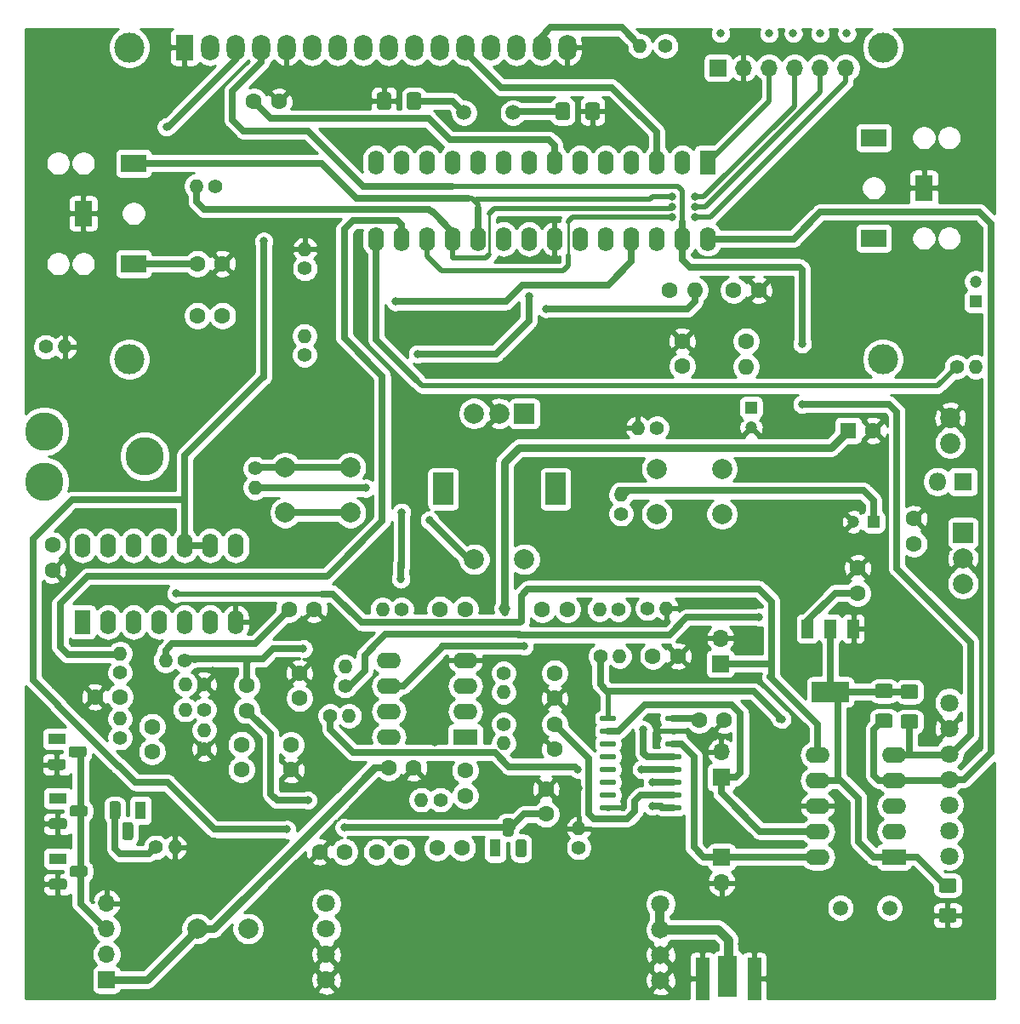
<source format=gtl>
G04 #@! TF.GenerationSoftware,KiCad,Pcbnew,(5.1.6)-1*
G04 #@! TF.CreationDate,2020-07-28T21:05:53+05:30*
G04 #@! TF.ProjectId,SDR_SSB,5344525f-5353-4422-9e6b-696361645f70,rev?*
G04 #@! TF.SameCoordinates,Original*
G04 #@! TF.FileFunction,Copper,L1,Top*
G04 #@! TF.FilePolarity,Positive*
%FSLAX46Y46*%
G04 Gerber Fmt 4.6, Leading zero omitted, Abs format (unit mm)*
G04 Created by KiCad (PCBNEW (5.1.6)-1) date 2020-07-28 21:05:53*
%MOMM*%
%LPD*%
G01*
G04 APERTURE LIST*
G04 #@! TA.AperFunction,ComponentPad*
%ADD10O,1.400000X1.400000*%
G04 #@! TD*
G04 #@! TA.AperFunction,ComponentPad*
%ADD11C,1.400000*%
G04 #@! TD*
G04 #@! TA.AperFunction,ComponentPad*
%ADD12R,1.100000X1.800000*%
G04 #@! TD*
G04 #@! TA.AperFunction,ComponentPad*
%ADD13C,1.600000*%
G04 #@! TD*
G04 #@! TA.AperFunction,ComponentPad*
%ADD14O,1.700000X1.700000*%
G04 #@! TD*
G04 #@! TA.AperFunction,ComponentPad*
%ADD15R,1.700000X1.700000*%
G04 #@! TD*
G04 #@! TA.AperFunction,ComponentPad*
%ADD16R,1.800000X1.100000*%
G04 #@! TD*
G04 #@! TA.AperFunction,ComponentPad*
%ADD17C,0.800000*%
G04 #@! TD*
G04 #@! TA.AperFunction,ComponentPad*
%ADD18C,6.400000*%
G04 #@! TD*
G04 #@! TA.AperFunction,ComponentPad*
%ADD19C,1.500000*%
G04 #@! TD*
G04 #@! TA.AperFunction,ComponentPad*
%ADD20O,2.400000X1.600000*%
G04 #@! TD*
G04 #@! TA.AperFunction,ComponentPad*
%ADD21R,2.400000X1.600000*%
G04 #@! TD*
G04 #@! TA.AperFunction,SMDPad,CuDef*
%ADD22R,1.143000X1.905000*%
G04 #@! TD*
G04 #@! TA.AperFunction,SMDPad,CuDef*
%ADD23R,3.683000X2.032000*%
G04 #@! TD*
G04 #@! TA.AperFunction,ComponentPad*
%ADD24R,2.000000X2.000000*%
G04 #@! TD*
G04 #@! TA.AperFunction,ComponentPad*
%ADD25C,2.000000*%
G04 #@! TD*
G04 #@! TA.AperFunction,ComponentPad*
%ADD26R,2.000000X3.200000*%
G04 #@! TD*
G04 #@! TA.AperFunction,ComponentPad*
%ADD27C,1.812700*%
G04 #@! TD*
G04 #@! TA.AperFunction,ComponentPad*
%ADD28C,1.802540*%
G04 #@! TD*
G04 #@! TA.AperFunction,ComponentPad*
%ADD29C,1.800000*%
G04 #@! TD*
G04 #@! TA.AperFunction,ComponentPad*
%ADD30O,1.600000X2.400000*%
G04 #@! TD*
G04 #@! TA.AperFunction,ComponentPad*
%ADD31R,1.600000X2.400000*%
G04 #@! TD*
G04 #@! TA.AperFunction,ComponentPad*
%ADD32C,2.999999*%
G04 #@! TD*
G04 #@! TA.AperFunction,ComponentPad*
%ADD33O,1.800000X2.600000*%
G04 #@! TD*
G04 #@! TA.AperFunction,ComponentPad*
%ADD34R,1.800000X2.600000*%
G04 #@! TD*
G04 #@! TA.AperFunction,ComponentPad*
%ADD35C,3.810000*%
G04 #@! TD*
G04 #@! TA.AperFunction,ComponentPad*
%ADD36O,1.600000X1.600000*%
G04 #@! TD*
G04 #@! TA.AperFunction,ComponentPad*
%ADD37C,2.020000*%
G04 #@! TD*
G04 #@! TA.AperFunction,SMDPad,CuDef*
%ADD38R,1.905000X4.064000*%
G04 #@! TD*
G04 #@! TA.AperFunction,SMDPad,CuDef*
%ADD39R,1.350000X4.200000*%
G04 #@! TD*
G04 #@! TA.AperFunction,ComponentPad*
%ADD40O,1.800000X1.800000*%
G04 #@! TD*
G04 #@! TA.AperFunction,ComponentPad*
%ADD41R,1.800000X1.800000*%
G04 #@! TD*
G04 #@! TA.AperFunction,ComponentPad*
%ADD42R,1.800000X2.500000*%
G04 #@! TD*
G04 #@! TA.AperFunction,ComponentPad*
%ADD43R,2.500000X1.800000*%
G04 #@! TD*
G04 #@! TA.AperFunction,ComponentPad*
%ADD44C,1.200000*%
G04 #@! TD*
G04 #@! TA.AperFunction,ComponentPad*
%ADD45R,1.200000X1.200000*%
G04 #@! TD*
G04 #@! TA.AperFunction,ComponentPad*
%ADD46R,1.600000X1.600000*%
G04 #@! TD*
G04 #@! TA.AperFunction,ViaPad*
%ADD47C,0.800000*%
G04 #@! TD*
G04 #@! TA.AperFunction,ViaPad*
%ADD48C,1.651000*%
G04 #@! TD*
G04 #@! TA.AperFunction,ViaPad*
%ADD49C,1.143000*%
G04 #@! TD*
G04 #@! TA.AperFunction,Conductor*
%ADD50C,0.762000*%
G04 #@! TD*
G04 #@! TA.AperFunction,Conductor*
%ADD51C,0.635000*%
G04 #@! TD*
G04 #@! TA.AperFunction,Conductor*
%ADD52C,0.250000*%
G04 #@! TD*
G04 #@! TA.AperFunction,Conductor*
%ADD53C,0.500000*%
G04 #@! TD*
G04 #@! TA.AperFunction,Conductor*
%ADD54C,0.889000*%
G04 #@! TD*
G04 #@! TA.AperFunction,Conductor*
%ADD55C,0.254000*%
G04 #@! TD*
G04 APERTURE END LIST*
D10*
X108254800Y204927200D03*
D11*
X106354800Y204927200D03*
D12*
X104825800Y208603800D03*
G04 #@! TA.AperFunction,ComponentPad*
G36*
G01*
X102835800Y209228800D02*
X102835800Y207978800D01*
G75*
G02*
X102560800Y207703800I-275000J0D01*
G01*
X102010800Y207703800D01*
G75*
G02*
X101735800Y207978800I0J275000D01*
G01*
X101735800Y209228800D01*
G75*
G02*
X102010800Y209503800I275000J0D01*
G01*
X102560800Y209503800D01*
G75*
G02*
X102835800Y209228800I0J-275000D01*
G01*
G37*
G04 #@! TD.AperFunction*
G04 #@! TA.AperFunction,ComponentPad*
G36*
G01*
X104105800Y207158800D02*
X104105800Y205908800D01*
G75*
G02*
X103830800Y205633800I-275000J0D01*
G01*
X103280800Y205633800D01*
G75*
G02*
X103005800Y205908800I0J275000D01*
G01*
X103005800Y207158800D01*
G75*
G02*
X103280800Y207433800I275000J0D01*
G01*
X103830800Y207433800D01*
G75*
G02*
X104105800Y207158800I0J-275000D01*
G01*
G37*
G04 #@! TD.AperFunction*
X140157200Y204832000D03*
G04 #@! TA.AperFunction,ComponentPad*
G36*
G01*
X142147200Y204207000D02*
X142147200Y205457000D01*
G75*
G02*
X142422200Y205732000I275000J0D01*
G01*
X142972200Y205732000D01*
G75*
G02*
X143247200Y205457000I0J-275000D01*
G01*
X143247200Y204207000D01*
G75*
G02*
X142972200Y203932000I-275000J0D01*
G01*
X142422200Y203932000D01*
G75*
G02*
X142147200Y204207000I0J275000D01*
G01*
G37*
G04 #@! TD.AperFunction*
G04 #@! TA.AperFunction,ComponentPad*
G36*
G01*
X140877200Y206277000D02*
X140877200Y207527000D01*
G75*
G02*
X141152200Y207802000I275000J0D01*
G01*
X141702200Y207802000D01*
G75*
G02*
X141977200Y207527000I0J-275000D01*
G01*
X141977200Y206277000D01*
G75*
G02*
X141702200Y206002000I-275000J0D01*
G01*
X141152200Y206002000D01*
G75*
G02*
X140877200Y206277000I0J275000D01*
G01*
G37*
G04 #@! TD.AperFunction*
D13*
X136853300Y204863700D03*
X134353300Y204863700D03*
D14*
X175006000Y282448000D03*
X172466000Y282448000D03*
X169926000Y282448000D03*
X167386000Y282448000D03*
X164846000Y282448000D03*
D15*
X162306000Y282448000D03*
D16*
X96500000Y215700000D03*
G04 #@! TA.AperFunction,ComponentPad*
G36*
G01*
X95875000Y213710000D02*
X97125000Y213710000D01*
G75*
G02*
X97400000Y213435000I0J-275000D01*
G01*
X97400000Y212885000D01*
G75*
G02*
X97125000Y212610000I-275000J0D01*
G01*
X95875000Y212610000D01*
G75*
G02*
X95600000Y212885000I0J275000D01*
G01*
X95600000Y213435000D01*
G75*
G02*
X95875000Y213710000I275000J0D01*
G01*
G37*
G04 #@! TD.AperFunction*
G04 #@! TA.AperFunction,ComponentPad*
G36*
G01*
X97945000Y214980000D02*
X99195000Y214980000D01*
G75*
G02*
X99470000Y214705000I0J-275000D01*
G01*
X99470000Y214155000D01*
G75*
G02*
X99195000Y213880000I-275000J0D01*
G01*
X97945000Y213880000D01*
G75*
G02*
X97670000Y214155000I0J275000D01*
G01*
X97670000Y214705000D01*
G75*
G02*
X97945000Y214980000I275000J0D01*
G01*
G37*
G04 #@! TD.AperFunction*
D14*
X101447600Y199364600D03*
X101447600Y196824600D03*
X101447600Y194284600D03*
D15*
X101447600Y191744600D03*
D17*
X98191656Y194711656D03*
X96494600Y195414600D03*
X94797544Y194711656D03*
X94094600Y193014600D03*
X94797544Y191317544D03*
X96494600Y190614600D03*
X98191656Y191317544D03*
X98894600Y193014600D03*
D18*
X96494600Y193014600D03*
D17*
X188361656Y194711656D03*
X186664600Y195414600D03*
X184967544Y194711656D03*
X184264600Y193014600D03*
X184967544Y191317544D03*
X186664600Y190614600D03*
X188361656Y191317544D03*
X189064600Y193014600D03*
D18*
X186664600Y193014600D03*
D17*
X98191656Y284881656D03*
X96494600Y285584600D03*
X94797544Y284881656D03*
X94094600Y283184600D03*
X94797544Y281487544D03*
X96494600Y280784600D03*
X98191656Y281487544D03*
X98894600Y283184600D03*
D18*
X96494600Y283184600D03*
D17*
X188361656Y284881656D03*
X186664600Y285584600D03*
X184967544Y284881656D03*
X184264600Y283184600D03*
X184967544Y281487544D03*
X186664600Y280784600D03*
X188361656Y281487544D03*
X189064600Y283184600D03*
D18*
X186664600Y283184600D03*
D19*
X179378000Y198882000D03*
X174498000Y198882000D03*
D20*
X172212000Y203962000D03*
X179832000Y214122000D03*
X172212000Y206502000D03*
X179832000Y211582000D03*
X172212000Y209042000D03*
X179832000Y209042000D03*
X172212000Y211582000D03*
X179832000Y206502000D03*
X172212000Y214122000D03*
D21*
X179832000Y203962000D03*
D22*
X175782000Y226670000D03*
X173482000Y226670000D03*
X171182000Y226670000D03*
D23*
X173482000Y220370000D03*
G04 #@! TA.AperFunction,SMDPad,CuDef*
G36*
G01*
X181981000Y219686500D02*
X180731000Y219686500D01*
G75*
G02*
X180481000Y219936500I0J250000D01*
G01*
X180481000Y220861500D01*
G75*
G02*
X180731000Y221111500I250000J0D01*
G01*
X181981000Y221111500D01*
G75*
G02*
X182231000Y220861500I0J-250000D01*
G01*
X182231000Y219936500D01*
G75*
G02*
X181981000Y219686500I-250000J0D01*
G01*
G37*
G04 #@! TD.AperFunction*
G04 #@! TA.AperFunction,SMDPad,CuDef*
G36*
G01*
X181981000Y216711500D02*
X180731000Y216711500D01*
G75*
G02*
X180481000Y216961500I0J250000D01*
G01*
X180481000Y217886500D01*
G75*
G02*
X180731000Y218136500I250000J0D01*
G01*
X181981000Y218136500D01*
G75*
G02*
X182231000Y217886500I0J-250000D01*
G01*
X182231000Y216961500D01*
G75*
G02*
X181981000Y216711500I-250000J0D01*
G01*
G37*
G04 #@! TD.AperFunction*
G04 #@! TA.AperFunction,SMDPad,CuDef*
G36*
G01*
X179441000Y219759500D02*
X178191000Y219759500D01*
G75*
G02*
X177941000Y220009500I0J250000D01*
G01*
X177941000Y220934500D01*
G75*
G02*
X178191000Y221184500I250000J0D01*
G01*
X179441000Y221184500D01*
G75*
G02*
X179691000Y220934500I0J-250000D01*
G01*
X179691000Y220009500D01*
G75*
G02*
X179441000Y219759500I-250000J0D01*
G01*
G37*
G04 #@! TD.AperFunction*
G04 #@! TA.AperFunction,SMDPad,CuDef*
G36*
G01*
X179441000Y216784500D02*
X178191000Y216784500D01*
G75*
G02*
X177941000Y217034500I0J250000D01*
G01*
X177941000Y217959500D01*
G75*
G02*
X178191000Y218209500I250000J0D01*
G01*
X179441000Y218209500D01*
G75*
G02*
X179691000Y217959500I0J-250000D01*
G01*
X179691000Y217034500D01*
G75*
G02*
X179441000Y216784500I-250000J0D01*
G01*
G37*
G04 #@! TD.AperFunction*
G04 #@! TA.AperFunction,SMDPad,CuDef*
G36*
G01*
X185791000Y200419000D02*
X184541000Y200419000D01*
G75*
G02*
X184291000Y200669000I0J250000D01*
G01*
X184291000Y201594000D01*
G75*
G02*
X184541000Y201844000I250000J0D01*
G01*
X185791000Y201844000D01*
G75*
G02*
X186041000Y201594000I0J-250000D01*
G01*
X186041000Y200669000D01*
G75*
G02*
X185791000Y200419000I-250000J0D01*
G01*
G37*
G04 #@! TD.AperFunction*
G04 #@! TA.AperFunction,SMDPad,CuDef*
G36*
G01*
X185791000Y197444000D02*
X184541000Y197444000D01*
G75*
G02*
X184291000Y197694000I0J250000D01*
G01*
X184291000Y198619000D01*
G75*
G02*
X184541000Y198869000I250000J0D01*
G01*
X185791000Y198869000D01*
G75*
G02*
X186041000Y198619000I0J-250000D01*
G01*
X186041000Y197694000D01*
G75*
G02*
X185791000Y197444000I-250000J0D01*
G01*
G37*
G04 #@! TD.AperFunction*
G04 #@! TA.AperFunction,SMDPad,CuDef*
G36*
G01*
X129781000Y279771000D02*
X129781000Y278521000D01*
G75*
G02*
X129531000Y278271000I-250000J0D01*
G01*
X128606000Y278271000D01*
G75*
G02*
X128356000Y278521000I0J250000D01*
G01*
X128356000Y279771000D01*
G75*
G02*
X128606000Y280021000I250000J0D01*
G01*
X129531000Y280021000D01*
G75*
G02*
X129781000Y279771000I0J-250000D01*
G01*
G37*
G04 #@! TD.AperFunction*
G04 #@! TA.AperFunction,SMDPad,CuDef*
G36*
G01*
X132756000Y279771000D02*
X132756000Y278521000D01*
G75*
G02*
X132506000Y278271000I-250000J0D01*
G01*
X131581000Y278271000D01*
G75*
G02*
X131331000Y278521000I0J250000D01*
G01*
X131331000Y279771000D01*
G75*
G02*
X131581000Y280021000I250000J0D01*
G01*
X132506000Y280021000D01*
G75*
G02*
X132756000Y279771000I0J-250000D01*
G01*
G37*
G04 #@! TD.AperFunction*
G04 #@! TA.AperFunction,SMDPad,CuDef*
G36*
G01*
X149111000Y277505000D02*
X149111000Y278755000D01*
G75*
G02*
X149361000Y279005000I250000J0D01*
G01*
X150286000Y279005000D01*
G75*
G02*
X150536000Y278755000I0J-250000D01*
G01*
X150536000Y277505000D01*
G75*
G02*
X150286000Y277255000I-250000J0D01*
G01*
X149361000Y277255000D01*
G75*
G02*
X149111000Y277505000I0J250000D01*
G01*
G37*
G04 #@! TD.AperFunction*
G04 #@! TA.AperFunction,SMDPad,CuDef*
G36*
G01*
X146136000Y277505000D02*
X146136000Y278755000D01*
G75*
G02*
X146386000Y279005000I250000J0D01*
G01*
X147311000Y279005000D01*
G75*
G02*
X147561000Y278755000I0J-250000D01*
G01*
X147561000Y277505000D01*
G75*
G02*
X147311000Y277255000I-250000J0D01*
G01*
X146386000Y277255000D01*
G75*
G02*
X146136000Y277505000I0J250000D01*
G01*
G37*
G04 #@! TD.AperFunction*
D24*
X143040000Y248070000D03*
D25*
X140540000Y248070000D03*
X138040000Y248070000D03*
D26*
X146140000Y240570000D03*
X134940000Y240570000D03*
D25*
X143040000Y233570000D03*
X138040000Y233570000D03*
D16*
X96600000Y209800000D03*
G04 #@! TA.AperFunction,ComponentPad*
G36*
G01*
X95975000Y207810000D02*
X97225000Y207810000D01*
G75*
G02*
X97500000Y207535000I0J-275000D01*
G01*
X97500000Y206985000D01*
G75*
G02*
X97225000Y206710000I-275000J0D01*
G01*
X95975000Y206710000D01*
G75*
G02*
X95700000Y206985000I0J275000D01*
G01*
X95700000Y207535000D01*
G75*
G02*
X95975000Y207810000I275000J0D01*
G01*
G37*
G04 #@! TD.AperFunction*
G04 #@! TA.AperFunction,ComponentPad*
G36*
G01*
X98045000Y209080000D02*
X99295000Y209080000D01*
G75*
G02*
X99570000Y208805000I0J-275000D01*
G01*
X99570000Y208255000D01*
G75*
G02*
X99295000Y207980000I-275000J0D01*
G01*
X98045000Y207980000D01*
G75*
G02*
X97770000Y208255000I0J275000D01*
G01*
X97770000Y208805000D01*
G75*
G02*
X98045000Y209080000I275000J0D01*
G01*
G37*
G04 #@! TD.AperFunction*
G04 #@! TA.AperFunction,SMDPad,CuDef*
G36*
G01*
X157050000Y217607500D02*
X157050000Y217882500D01*
G75*
G02*
X157187500Y218020000I137500J0D01*
G01*
X158512500Y218020000D01*
G75*
G02*
X158650000Y217882500I0J-137500D01*
G01*
X158650000Y217607500D01*
G75*
G02*
X158512500Y217470000I-137500J0D01*
G01*
X157187500Y217470000D01*
G75*
G02*
X157050000Y217607500I0J137500D01*
G01*
G37*
G04 #@! TD.AperFunction*
G04 #@! TA.AperFunction,SMDPad,CuDef*
G36*
G01*
X157050000Y216337500D02*
X157050000Y216612500D01*
G75*
G02*
X157187500Y216750000I137500J0D01*
G01*
X158512500Y216750000D01*
G75*
G02*
X158650000Y216612500I0J-137500D01*
G01*
X158650000Y216337500D01*
G75*
G02*
X158512500Y216200000I-137500J0D01*
G01*
X157187500Y216200000D01*
G75*
G02*
X157050000Y216337500I0J137500D01*
G01*
G37*
G04 #@! TD.AperFunction*
G04 #@! TA.AperFunction,SMDPad,CuDef*
G36*
G01*
X157050000Y215067500D02*
X157050000Y215342500D01*
G75*
G02*
X157187500Y215480000I137500J0D01*
G01*
X158512500Y215480000D01*
G75*
G02*
X158650000Y215342500I0J-137500D01*
G01*
X158650000Y215067500D01*
G75*
G02*
X158512500Y214930000I-137500J0D01*
G01*
X157187500Y214930000D01*
G75*
G02*
X157050000Y215067500I0J137500D01*
G01*
G37*
G04 #@! TD.AperFunction*
G04 #@! TA.AperFunction,SMDPad,CuDef*
G36*
G01*
X157050000Y213797500D02*
X157050000Y214072500D01*
G75*
G02*
X157187500Y214210000I137500J0D01*
G01*
X158512500Y214210000D01*
G75*
G02*
X158650000Y214072500I0J-137500D01*
G01*
X158650000Y213797500D01*
G75*
G02*
X158512500Y213660000I-137500J0D01*
G01*
X157187500Y213660000D01*
G75*
G02*
X157050000Y213797500I0J137500D01*
G01*
G37*
G04 #@! TD.AperFunction*
G04 #@! TA.AperFunction,SMDPad,CuDef*
G36*
G01*
X157050000Y212527500D02*
X157050000Y212802500D01*
G75*
G02*
X157187500Y212940000I137500J0D01*
G01*
X158512500Y212940000D01*
G75*
G02*
X158650000Y212802500I0J-137500D01*
G01*
X158650000Y212527500D01*
G75*
G02*
X158512500Y212390000I-137500J0D01*
G01*
X157187500Y212390000D01*
G75*
G02*
X157050000Y212527500I0J137500D01*
G01*
G37*
G04 #@! TD.AperFunction*
G04 #@! TA.AperFunction,SMDPad,CuDef*
G36*
G01*
X157050000Y211257500D02*
X157050000Y211532500D01*
G75*
G02*
X157187500Y211670000I137500J0D01*
G01*
X158512500Y211670000D01*
G75*
G02*
X158650000Y211532500I0J-137500D01*
G01*
X158650000Y211257500D01*
G75*
G02*
X158512500Y211120000I-137500J0D01*
G01*
X157187500Y211120000D01*
G75*
G02*
X157050000Y211257500I0J137500D01*
G01*
G37*
G04 #@! TD.AperFunction*
G04 #@! TA.AperFunction,SMDPad,CuDef*
G36*
G01*
X157050000Y209987500D02*
X157050000Y210262500D01*
G75*
G02*
X157187500Y210400000I137500J0D01*
G01*
X158512500Y210400000D01*
G75*
G02*
X158650000Y210262500I0J-137500D01*
G01*
X158650000Y209987500D01*
G75*
G02*
X158512500Y209850000I-137500J0D01*
G01*
X157187500Y209850000D01*
G75*
G02*
X157050000Y209987500I0J137500D01*
G01*
G37*
G04 #@! TD.AperFunction*
G04 #@! TA.AperFunction,SMDPad,CuDef*
G36*
G01*
X157050000Y208717500D02*
X157050000Y208992500D01*
G75*
G02*
X157187500Y209130000I137500J0D01*
G01*
X158512500Y209130000D01*
G75*
G02*
X158650000Y208992500I0J-137500D01*
G01*
X158650000Y208717500D01*
G75*
G02*
X158512500Y208580000I-137500J0D01*
G01*
X157187500Y208580000D01*
G75*
G02*
X157050000Y208717500I0J137500D01*
G01*
G37*
G04 #@! TD.AperFunction*
G04 #@! TA.AperFunction,SMDPad,CuDef*
G36*
G01*
X150550000Y208717500D02*
X150550000Y208992500D01*
G75*
G02*
X150687500Y209130000I137500J0D01*
G01*
X152012500Y209130000D01*
G75*
G02*
X152150000Y208992500I0J-137500D01*
G01*
X152150000Y208717500D01*
G75*
G02*
X152012500Y208580000I-137500J0D01*
G01*
X150687500Y208580000D01*
G75*
G02*
X150550000Y208717500I0J137500D01*
G01*
G37*
G04 #@! TD.AperFunction*
G04 #@! TA.AperFunction,SMDPad,CuDef*
G36*
G01*
X150550000Y209987500D02*
X150550000Y210262500D01*
G75*
G02*
X150687500Y210400000I137500J0D01*
G01*
X152012500Y210400000D01*
G75*
G02*
X152150000Y210262500I0J-137500D01*
G01*
X152150000Y209987500D01*
G75*
G02*
X152012500Y209850000I-137500J0D01*
G01*
X150687500Y209850000D01*
G75*
G02*
X150550000Y209987500I0J137500D01*
G01*
G37*
G04 #@! TD.AperFunction*
G04 #@! TA.AperFunction,SMDPad,CuDef*
G36*
G01*
X150550000Y211257500D02*
X150550000Y211532500D01*
G75*
G02*
X150687500Y211670000I137500J0D01*
G01*
X152012500Y211670000D01*
G75*
G02*
X152150000Y211532500I0J-137500D01*
G01*
X152150000Y211257500D01*
G75*
G02*
X152012500Y211120000I-137500J0D01*
G01*
X150687500Y211120000D01*
G75*
G02*
X150550000Y211257500I0J137500D01*
G01*
G37*
G04 #@! TD.AperFunction*
G04 #@! TA.AperFunction,SMDPad,CuDef*
G36*
G01*
X150550000Y212527500D02*
X150550000Y212802500D01*
G75*
G02*
X150687500Y212940000I137500J0D01*
G01*
X152012500Y212940000D01*
G75*
G02*
X152150000Y212802500I0J-137500D01*
G01*
X152150000Y212527500D01*
G75*
G02*
X152012500Y212390000I-137500J0D01*
G01*
X150687500Y212390000D01*
G75*
G02*
X150550000Y212527500I0J137500D01*
G01*
G37*
G04 #@! TD.AperFunction*
G04 #@! TA.AperFunction,SMDPad,CuDef*
G36*
G01*
X150550000Y213797500D02*
X150550000Y214072500D01*
G75*
G02*
X150687500Y214210000I137500J0D01*
G01*
X152012500Y214210000D01*
G75*
G02*
X152150000Y214072500I0J-137500D01*
G01*
X152150000Y213797500D01*
G75*
G02*
X152012500Y213660000I-137500J0D01*
G01*
X150687500Y213660000D01*
G75*
G02*
X150550000Y213797500I0J137500D01*
G01*
G37*
G04 #@! TD.AperFunction*
G04 #@! TA.AperFunction,SMDPad,CuDef*
G36*
G01*
X150550000Y215067500D02*
X150550000Y215342500D01*
G75*
G02*
X150687500Y215480000I137500J0D01*
G01*
X152012500Y215480000D01*
G75*
G02*
X152150000Y215342500I0J-137500D01*
G01*
X152150000Y215067500D01*
G75*
G02*
X152012500Y214930000I-137500J0D01*
G01*
X150687500Y214930000D01*
G75*
G02*
X150550000Y215067500I0J137500D01*
G01*
G37*
G04 #@! TD.AperFunction*
G04 #@! TA.AperFunction,SMDPad,CuDef*
G36*
G01*
X150550000Y216337500D02*
X150550000Y216612500D01*
G75*
G02*
X150687500Y216750000I137500J0D01*
G01*
X152012500Y216750000D01*
G75*
G02*
X152150000Y216612500I0J-137500D01*
G01*
X152150000Y216337500D01*
G75*
G02*
X152012500Y216200000I-137500J0D01*
G01*
X150687500Y216200000D01*
G75*
G02*
X150550000Y216337500I0J137500D01*
G01*
G37*
G04 #@! TD.AperFunction*
G04 #@! TA.AperFunction,SMDPad,CuDef*
G36*
G01*
X150550000Y217607500D02*
X150550000Y217882500D01*
G75*
G02*
X150687500Y218020000I137500J0D01*
G01*
X152012500Y218020000D01*
G75*
G02*
X152150000Y217882500I0J-137500D01*
G01*
X152150000Y217607500D01*
G75*
G02*
X152012500Y217470000I-137500J0D01*
G01*
X150687500Y217470000D01*
G75*
G02*
X150550000Y217607500I0J137500D01*
G01*
G37*
G04 #@! TD.AperFunction*
D14*
X162534600Y225729800D03*
D15*
X162534600Y223189800D03*
D14*
X162620000Y214400000D03*
D15*
X162620000Y211860000D03*
D14*
X162661600Y201396600D03*
D15*
X162661600Y203936600D03*
D19*
X137020000Y278000000D03*
X141900000Y278000000D03*
D27*
X156591000Y196748400D03*
X156591000Y194208400D03*
D28*
X156591000Y199288400D03*
D27*
X156591000Y191668400D03*
D29*
X123317000Y191719200D03*
X123317000Y194259200D03*
X123317000Y196799200D03*
X123317000Y199339200D03*
D30*
X99060000Y234950000D03*
X114300000Y227330000D03*
X101600000Y234950000D03*
X111760000Y227330000D03*
X104140000Y234950000D03*
X109220000Y227330000D03*
X106680000Y234950000D03*
X106680000Y227330000D03*
X109220000Y234950000D03*
X104140000Y227330000D03*
X111760000Y234950000D03*
X101600000Y227330000D03*
X114300000Y234950000D03*
D31*
X99060000Y227330000D03*
D29*
X185318400Y204063600D03*
X185318400Y206603600D03*
X185318400Y209143600D03*
X185318400Y211683600D03*
X185318400Y214223600D03*
X185318400Y216763600D03*
X185318400Y219303600D03*
D20*
X129540000Y215900000D03*
X137160000Y223520000D03*
X129540000Y218440000D03*
X137160000Y220980000D03*
X129540000Y220980000D03*
X137160000Y218440000D03*
X129540000Y223520000D03*
D21*
X137160000Y215900000D03*
D32*
X178720000Y284480000D03*
X178719480Y253479300D03*
X103720900Y253479300D03*
X103720900Y284480000D03*
D33*
X147320000Y284480000D03*
X144780000Y284480000D03*
X142240000Y284480000D03*
X139700000Y284480000D03*
X137160000Y284480000D03*
X134620000Y284480000D03*
X132080000Y284480000D03*
X129540000Y284480000D03*
X127000000Y284480000D03*
X124460000Y284480000D03*
X121920000Y284480000D03*
X119380000Y284480000D03*
X116840000Y284480000D03*
X114300000Y284480000D03*
X111760000Y284480000D03*
D34*
X109220000Y284480000D03*
D30*
X161290000Y265430000D03*
X128270000Y273050000D03*
X158750000Y265430000D03*
X130810000Y273050000D03*
X156210000Y265430000D03*
X133350000Y273050000D03*
X153670000Y265430000D03*
X135890000Y273050000D03*
X151130000Y265430000D03*
X138430000Y273050000D03*
X148590000Y265430000D03*
X140970000Y273050000D03*
X146050000Y265430000D03*
X143510000Y273050000D03*
X143510000Y265430000D03*
X146050000Y273050000D03*
X140970000Y265430000D03*
X148590000Y273050000D03*
X138430000Y265430000D03*
X151130000Y273050000D03*
X135890000Y265430000D03*
X153670000Y273050000D03*
X133350000Y265430000D03*
X156210000Y273050000D03*
X130810000Y265430000D03*
X158750000Y273050000D03*
X128270000Y265430000D03*
D31*
X161290000Y273050000D03*
D25*
X186690000Y231140000D03*
X186690000Y233680000D03*
D24*
X186690000Y236220000D03*
D25*
X162710000Y242570000D03*
X162710000Y238070000D03*
X156210000Y242570000D03*
X156210000Y238070000D03*
X119240000Y238200000D03*
X119240000Y242700000D03*
X125740000Y238200000D03*
X125740000Y242700000D03*
D35*
X95250000Y241300000D03*
X105250000Y243800000D03*
X95250000Y246300000D03*
D10*
X148450300Y206801800D03*
D11*
X148450300Y204901800D03*
D10*
X110400000Y270700000D03*
D11*
X112300000Y270700000D03*
D10*
X187960000Y252730000D03*
D11*
X186060000Y252730000D03*
D10*
X154559000Y284607000D03*
D11*
X157099000Y284607000D03*
D10*
X97300000Y254700000D03*
D11*
X95400000Y254700000D03*
D10*
X121158000Y255798400D03*
D11*
X121158000Y253898400D03*
D10*
X121200000Y264400000D03*
D11*
X121200000Y262500000D03*
D10*
X154322700Y246634000D03*
D11*
X156222700Y246634000D03*
D10*
X152666700Y239986900D03*
D11*
X152666700Y238086900D03*
D10*
X116230400Y240695400D03*
D11*
X116230400Y242595400D03*
D10*
X102793800Y224200800D03*
D11*
X102793800Y222300800D03*
D10*
X102793800Y217728800D03*
D11*
X102793800Y215828800D03*
D10*
X109275800Y221157800D03*
D11*
X111175800Y221157800D03*
D10*
X107320000Y223520000D03*
D11*
X109220000Y223520000D03*
D10*
X111175800Y216580800D03*
D11*
X111175800Y214680800D03*
D10*
X109270800Y218617800D03*
D11*
X111170800Y218617800D03*
D10*
X140970000Y220350000D03*
D11*
X140970000Y222250000D03*
D10*
X140970000Y215270000D03*
D11*
X140970000Y217170000D03*
D10*
X132770800Y209651600D03*
D11*
X134670800Y209651600D03*
D10*
X128910000Y228600000D03*
D11*
X130810000Y228600000D03*
D10*
X125200000Y222900000D03*
D11*
X125200000Y221000000D03*
D10*
X125600000Y218000000D03*
D11*
X123700000Y218000000D03*
D10*
X157182900Y228701600D03*
D11*
X155282900Y228701600D03*
D10*
X150500000Y228600000D03*
D11*
X152400000Y228600000D03*
D10*
X152496600Y223926400D03*
D11*
X150596600Y223926400D03*
D16*
X96600000Y203800000D03*
G04 #@! TA.AperFunction,ComponentPad*
G36*
G01*
X95975000Y201810000D02*
X97225000Y201810000D01*
G75*
G02*
X97500000Y201535000I0J-275000D01*
G01*
X97500000Y200985000D01*
G75*
G02*
X97225000Y200710000I-275000J0D01*
G01*
X95975000Y200710000D01*
G75*
G02*
X95700000Y200985000I0J275000D01*
G01*
X95700000Y201535000D01*
G75*
G02*
X95975000Y201810000I275000J0D01*
G01*
G37*
G04 #@! TD.AperFunction*
G04 #@! TA.AperFunction,ComponentPad*
G36*
G01*
X98045000Y203080000D02*
X99295000Y203080000D01*
G75*
G02*
X99570000Y202805000I0J-275000D01*
G01*
X99570000Y202255000D01*
G75*
G02*
X99295000Y201980000I-275000J0D01*
G01*
X98045000Y201980000D01*
G75*
G02*
X97770000Y202255000I0J275000D01*
G01*
X97770000Y202805000D01*
G75*
G02*
X98045000Y203080000I275000J0D01*
G01*
G37*
G04 #@! TD.AperFunction*
D25*
X115544600Y196824600D03*
X110464600Y196824600D03*
D36*
X160020000Y260350000D03*
D13*
X157480000Y260350000D03*
D36*
X165100000Y252730000D03*
D13*
X165100000Y255270000D03*
D37*
X185420000Y247650000D03*
X185420000Y245110000D03*
D38*
X163271200Y192049400D03*
D39*
X165912800Y191871600D03*
X160756600Y191871600D03*
D40*
X184150000Y241300000D03*
D41*
X186690000Y241300000D03*
D42*
X99140000Y267970000D03*
D43*
X104140000Y262970000D03*
X104140000Y272970000D03*
D42*
X182800000Y270510000D03*
D43*
X177800000Y275510000D03*
X177800000Y265510000D03*
D13*
X132014600Y212826600D03*
X129514600Y212826600D03*
X96062800Y232475400D03*
X96062800Y234975400D03*
X125143900Y204482700D03*
X122643900Y204482700D03*
X130833500Y204482700D03*
X128333500Y204482700D03*
X100293800Y219887800D03*
X102793800Y219887800D03*
X145173700Y210729200D03*
X145173700Y208229200D03*
X105968800Y216926800D03*
X105968800Y214426800D03*
X146050000Y219750000D03*
X146050000Y222250000D03*
X146050000Y214670000D03*
X146050000Y217170000D03*
X144820000Y228600000D03*
X147320000Y228600000D03*
X158329000Y223951800D03*
X155829000Y223951800D03*
X162926400Y217563700D03*
X160426400Y217563700D03*
X120650000Y219750000D03*
X120650000Y222250000D03*
X119811800Y215123400D03*
X119811800Y212623400D03*
X137134600Y212572600D03*
X137134600Y210072600D03*
X134660000Y228600000D03*
X137160000Y228600000D03*
X119597800Y228600000D03*
X122097800Y228600000D03*
X115417600Y221041600D03*
X115417600Y218541600D03*
X114858800Y215148800D03*
X114858800Y212648800D03*
X112977300Y262978900D03*
X110477300Y262978900D03*
X112990000Y257810000D03*
X110490000Y257810000D03*
D44*
X187960000Y261207000D03*
D45*
X187960000Y259207000D03*
D13*
X118600000Y279100000D03*
X116100000Y279100000D03*
X166370000Y260350000D03*
X163870000Y260350000D03*
X158750000Y255270000D03*
X158750000Y252770000D03*
D44*
X165608000Y246666000D03*
D45*
X165608000Y248666000D03*
D44*
X175800000Y237300000D03*
D45*
X177800000Y237300000D03*
D13*
X176200000Y232700000D03*
X176200000Y230200000D03*
X181800000Y237600000D03*
X181800000Y235100000D03*
X177760000Y246380000D03*
D46*
X175260000Y246380000D03*
D47*
X162560000Y285877000D03*
X167386000Y285877000D03*
X169799000Y285877000D03*
X172466000Y285877000D03*
X175133000Y285877000D03*
X179324000Y280289000D03*
X171958000Y274955000D03*
X170434000Y271145000D03*
X172974000Y258699000D03*
X172847000Y253619000D03*
X149606000Y242697000D03*
X171450000Y235077000D03*
X134747000Y195072000D03*
X186690000Y269367000D03*
X98835200Y279143200D03*
X158216600Y198120000D03*
X159359600Y198120000D03*
X160528000Y198120000D03*
X161645600Y198120000D03*
X162788600Y197967600D03*
X163677600Y197332600D03*
X159359600Y195300600D03*
X160502600Y195326000D03*
X161645600Y195300600D03*
X164465000Y196469000D03*
X151003000Y200660000D03*
X151003000Y194818000D03*
X154635200Y203034900D03*
X159219900Y203085700D03*
X182372000Y195453000D03*
X178943000Y194818000D03*
X176911000Y192532000D03*
X174879000Y194691000D03*
X168402000Y194437000D03*
X172720000Y190881000D03*
X169545000Y211836000D03*
X188595000Y209042000D03*
X188849000Y204978000D03*
X189001400Y201904600D03*
X188595000Y197358000D03*
X98044000Y251206000D03*
X96012000Y267843000D03*
X95377000Y260477000D03*
X158750000Y280416000D03*
X161036000Y277368000D03*
X182626000Y286004000D03*
X166928800Y270687800D03*
X186690000Y272288000D03*
X177673000Y273050000D03*
X182880000Y254381000D03*
X158216600Y195300600D03*
X111353600Y200253600D03*
X113639600Y195808600D03*
X108432600Y191998600D03*
X119100600Y200507600D03*
X120891300Y203441300D03*
D48*
X171297600Y195681600D03*
D47*
X118846600Y193522600D03*
X122326400Y223291400D03*
X134100000Y215400000D03*
X169672000Y201422000D03*
X185420000Y223012000D03*
X144018000Y192024000D03*
X100761800Y243128800D03*
X116408200Y249148600D03*
X148945600Y227304600D03*
X183388000Y226314000D03*
X169000000Y208600000D03*
X178308000Y226568000D03*
X169418000Y214884000D03*
X110464600Y237083600D03*
X125780800Y248843800D03*
X101320600Y229895400D03*
X107645200Y208051400D03*
X97713800Y221665800D03*
X100700000Y205700000D03*
X143500000Y220100000D03*
X143200000Y214700000D03*
X139420600Y228777800D03*
X108762800Y214172800D03*
X109448600Y203047600D03*
X94500000Y218600000D03*
X96621600Y198602600D03*
X129387600Y194919600D03*
X107289600Y197459600D03*
X153771600Y205943200D03*
X135153400Y219735400D03*
X117398800Y218617800D03*
X105232200Y280619200D03*
X97800000Y258500000D03*
X179300000Y259900000D03*
X183000000Y279800000D03*
X124307600Y279222200D03*
X121259600Y279069800D03*
X166116000Y279781000D03*
X165531800Y267081000D03*
X112242600Y205460600D03*
X113639600Y192379600D03*
X118211600Y198094600D03*
X137160000Y191516000D03*
X149606000Y191516000D03*
X140182600Y200380600D03*
X135128000Y198628000D03*
X129286000Y191516000D03*
X146050000Y199390000D03*
X144678400Y195757800D03*
X147015200Y194386200D03*
X150101300Y203047600D03*
X164719000Y195300600D03*
X158597600Y192913000D03*
X177038000Y197612000D03*
X182118000Y191516000D03*
X184531000Y233680000D03*
X159500000Y248000000D03*
X107289600Y199872600D03*
X101142800Y237794800D03*
X116636800Y235762800D03*
X109600000Y248100000D03*
X148424900Y210756500D03*
X144653000Y255727200D03*
X172339000Y262763000D03*
X158115000Y282956000D03*
X112400000Y253000000D03*
X106500000Y259200000D03*
X123748800Y235000800D03*
X167600000Y233200000D03*
X168700000Y239000000D03*
X111988600Y222478600D03*
X114858800Y208584800D03*
X116560600Y204495400D03*
X140563600Y210794600D03*
X148300000Y223700000D03*
X154152600Y227355400D03*
X162763200Y229082600D03*
X112064800Y210108800D03*
X131343400Y243128800D03*
X153644600Y215239600D03*
X159994600Y226542600D03*
X159258000Y234873800D03*
X133159500Y202831700D03*
X95000000Y211600000D03*
X125018800Y212140800D03*
X123100000Y257500000D03*
X152600000Y284600000D03*
X154600000Y255300000D03*
X139928600Y255917700D03*
X129717800Y257289300D03*
X159512000Y286004000D03*
X123800000Y276000000D03*
D49*
X141097000Y228701600D03*
D47*
X168656000Y217678000D03*
X127254000Y240652300D03*
X133604000Y237451900D03*
X142990000Y224917000D03*
X145200000Y258500000D03*
X154695200Y212665000D03*
X148310600Y212699600D03*
X154900000Y216600000D03*
X107416600Y276580600D03*
X155800000Y209000000D03*
X166400000Y227800000D03*
X155800000Y211400000D03*
X121462800Y209600800D03*
X130200000Y259200000D03*
X121020000Y224670000D03*
X132400000Y254000000D03*
X143510000Y259715000D03*
X125100000Y206900000D03*
X119400000Y206700000D03*
X117100000Y265200000D03*
X108356400Y230149400D03*
X130733800Y231622600D03*
X130810000Y238239300D03*
X170688000Y249000000D03*
X170688000Y255016000D03*
X157734000Y268605000D03*
X160020000Y268605000D03*
X157734000Y269621000D03*
X160020000Y269621000D03*
X157734000Y267589000D03*
X160020000Y267589000D03*
D50*
X121300000Y206000000D02*
X125100000Y209800000D01*
X175260000Y246380000D02*
X173532800Y244652800D01*
X173532800Y244652800D02*
X155879800Y244652800D01*
D51*
X155879800Y244652800D02*
X154352800Y244652800D01*
X125100000Y209800000D02*
X125100000Y209809000D01*
D50*
X125100000Y209809000D02*
X128117600Y212826600D01*
D51*
X128117600Y212826600D02*
X129514600Y212826600D01*
X121300000Y206000000D02*
X121291000Y206000000D01*
D50*
X121291000Y206000000D02*
X120370600Y205079600D01*
D51*
X101600000Y191770000D02*
X101574600Y191744600D01*
D50*
X105472502Y191744600D02*
X110552502Y196824600D01*
X101447600Y191744600D02*
X105472502Y191744600D01*
D51*
X110552502Y196824600D02*
X110591600Y196824600D01*
D50*
X120370600Y205079600D02*
X112115600Y196824600D01*
X112115600Y196824600D02*
X110464600Y196824600D01*
X141100000Y228300000D02*
X141100000Y243233400D01*
X141100000Y243233400D02*
X142519400Y244652800D01*
X142519400Y244652800D02*
X155879800Y244652800D01*
D51*
X177800000Y239400000D02*
X177800000Y237300000D01*
X153400000Y240400000D02*
X176800000Y240400000D01*
X176800000Y240400000D02*
X177800000Y239400000D01*
X160245000Y217745000D02*
X160300000Y217800000D01*
X157850000Y217745000D02*
X160245000Y217745000D01*
X168402000Y217678000D02*
X168656000Y217678000D01*
X171182000Y226670000D02*
X171182000Y227443000D01*
X171182000Y227443000D02*
X173964600Y230225600D01*
X173964600Y230225600D02*
X176123600Y230225600D01*
X150600000Y223853600D02*
X150622000Y223875600D01*
X168656000Y217678000D02*
X165875500Y220458500D01*
D52*
X151350000Y220272900D02*
X151535600Y220458500D01*
D53*
X151350000Y217745000D02*
X151350000Y220272900D01*
D51*
X165875500Y220458500D02*
X151535600Y220458500D01*
X151257800Y220458500D02*
X150596600Y221119700D01*
X151535600Y220458500D02*
X151257800Y220458500D01*
X150596600Y223926400D02*
X150596600Y221119700D01*
X127254000Y240652300D02*
X127292100Y240652300D01*
X133604000Y237451900D02*
X137502900Y233553000D01*
X137502900Y233553000D02*
X138036300Y233553000D01*
X127254000Y240652300D02*
X116344700Y240652300D01*
X116344700Y240652300D02*
X116319300Y240677700D01*
X153400000Y240400000D02*
X152452500Y240400000D01*
X152986900Y239986900D02*
X153400000Y240400000D01*
X152666700Y239986900D02*
X152986900Y239986900D01*
X129540000Y220980000D02*
X130990000Y220980000D01*
X134847510Y224837510D02*
X131903300Y221893300D01*
X131903300Y221893300D02*
X132404990Y222394990D01*
X130990000Y220980000D02*
X131903300Y221893300D01*
X134847510Y224837510D02*
X134847510Y224865110D01*
X134899400Y224917000D02*
X142303000Y224917000D01*
X134847510Y224865110D02*
X134899400Y224917000D01*
X142303000Y224917000D02*
X142990000Y224917000D01*
X140970000Y265430000D02*
X140970000Y265030000D01*
X145907106Y258500000D02*
X145200000Y258500000D01*
X159301370Y258500000D02*
X145907106Y258500000D01*
X160020000Y259218630D02*
X159301370Y258500000D01*
X160020000Y260350000D02*
X160020000Y259218630D01*
X157850000Y212665000D02*
X154695200Y212665000D01*
X141484498Y212953600D02*
X148056600Y212953600D01*
X140087498Y214350600D02*
X141484498Y212953600D01*
X148056600Y212953600D02*
X148310600Y212699600D01*
X123700000Y218000000D02*
X123700000Y216634600D01*
X123700000Y216634600D02*
X125984000Y214350600D01*
X125984000Y214350600D02*
X127609600Y214350600D01*
X127349400Y214350600D02*
X127609600Y214350600D01*
X127609600Y214350600D02*
X140087498Y214350600D01*
X146848500Y278130000D02*
X142240000Y278130000D01*
X142240000Y278130000D02*
X141986000Y277876000D01*
X154025600Y209524600D02*
X154626000Y210125000D01*
X154025600Y208508600D02*
X154025600Y209524600D01*
X153263600Y207746600D02*
X154025600Y208508600D01*
X149961600Y207746600D02*
X153263600Y207746600D01*
X149453600Y208254600D02*
X149961600Y207746600D01*
X154626000Y210125000D02*
X157850000Y210125000D01*
X149453600Y213766400D02*
X149453600Y213664800D01*
X146050000Y217170000D02*
X149453600Y213766400D01*
X149453600Y213664800D02*
X149453600Y208254600D01*
X155265000Y213935000D02*
X157850000Y213935000D01*
X154900000Y216600000D02*
X154900000Y214300000D01*
X154900000Y214300000D02*
X155265000Y213935000D01*
X119240000Y242700000D02*
X125740000Y242700000D01*
X119240000Y242700000D02*
X116385800Y242700000D01*
X116385800Y242700000D02*
X116281200Y242595400D01*
X114300000Y283286200D02*
X107613800Y276600000D01*
X114300000Y284480000D02*
X114300000Y283286200D01*
X145500000Y275300000D02*
X146050000Y274750000D01*
X146050000Y274750000D02*
X146050000Y273050000D01*
X133500000Y277400000D02*
X135600000Y275300000D01*
X135600000Y275300000D02*
X145500000Y275300000D01*
X117800000Y277400000D02*
X118916200Y277400000D01*
X116100000Y279100000D02*
X117800000Y277400000D01*
X118916200Y277400000D02*
X133500000Y277400000D01*
X155800000Y209000000D02*
X156600000Y209000000D01*
X156745000Y208855000D02*
X157850000Y208855000D01*
X156600000Y209000000D02*
X156745000Y208855000D01*
X155800000Y211400000D02*
X157845000Y211400000D01*
X157845000Y211400000D02*
X157850000Y211395000D01*
X159200000Y227800000D02*
X166400000Y227800000D01*
X157457300Y226057300D02*
X142516700Y226057300D01*
X142516700Y226057300D02*
X142488600Y226085400D01*
X157457300Y226057300D02*
X159200000Y227800000D01*
X129184400Y226085400D02*
X128460500Y225361500D01*
X142488600Y226085400D02*
X129184400Y226085400D01*
X128460500Y225361500D02*
X128851010Y225752010D01*
X127139700Y224040700D02*
X128460500Y225361500D01*
X125200000Y221000000D02*
X125673800Y221000000D01*
X127139700Y222465900D02*
X127139700Y223227900D01*
X125673800Y221000000D02*
X127139700Y222465900D01*
X127139700Y223227900D02*
X127139700Y224040700D01*
X132043500Y279146000D02*
X135890000Y279146000D01*
X135890000Y279146000D02*
X136906000Y278130000D01*
X115417600Y218541600D02*
X117779800Y216179400D01*
X117779800Y216179400D02*
X117779800Y210235800D01*
X117779800Y210235800D02*
X118414800Y209600800D01*
X118414800Y209600800D02*
X121589800Y209600800D01*
X141217000Y259200000D02*
X138169000Y259200000D01*
X142875000Y260858000D02*
X141217000Y259200000D01*
X138169000Y259200000D02*
X138400000Y259200000D01*
X130200000Y259200000D02*
X138169000Y259200000D01*
X151358000Y260858000D02*
X142875000Y260858000D01*
X153670000Y265430000D02*
X153670000Y263170000D01*
X153670000Y263170000D02*
X151358000Y260858000D01*
X109220000Y223520000D02*
X109350101Y223650101D01*
X115417600Y223367600D02*
X115700101Y223650101D01*
X115417600Y221041600D02*
X115417600Y223367600D01*
X113668101Y223650101D02*
X115700101Y223650101D01*
X110210600Y223621600D02*
X110182099Y223650101D01*
X109350101Y223650101D02*
X110182099Y223650101D01*
X110182099Y223650101D02*
X113668101Y223650101D01*
X118002700Y224670000D02*
X116982801Y223650101D01*
X121020000Y224670000D02*
X118002700Y224670000D01*
X115700101Y223650101D02*
X116982801Y223650101D01*
X107320000Y223520000D02*
X107320000Y224509949D01*
X107320000Y224509949D02*
X107980051Y225170000D01*
X143484600Y257276600D02*
X140208000Y254000000D01*
X140208000Y254000000D02*
X138125200Y254000000D01*
X139300000Y254000000D02*
X138125200Y254000000D01*
X138125200Y254000000D02*
X132400000Y254000000D01*
X143484600Y259689600D02*
X143510000Y259715000D01*
X143484600Y257276600D02*
X143484600Y259689600D01*
X116216700Y225170000D02*
X114146600Y225170000D01*
X119519700Y228473000D02*
X116216700Y225170000D01*
X107980051Y225170000D02*
X114146600Y225170000D01*
X117100000Y265200000D02*
X117100000Y251700000D01*
X109220000Y237980000D02*
X109220000Y234950000D01*
X109220000Y234950000D02*
X111760000Y234950000D01*
X117100000Y251700000D02*
X117010000Y251700000D01*
X119400000Y206700000D02*
X115194200Y206700000D01*
X115194200Y206700000D02*
X114508400Y206700000D01*
X117010000Y251700000D02*
X109921600Y244611600D01*
X109220000Y243910000D02*
X109921600Y244611600D01*
X109220000Y237980000D02*
X109220000Y239598200D01*
X109220000Y239598200D02*
X109220000Y243910000D01*
X137325100Y206908400D02*
X137316700Y206900000D01*
X125100000Y206900000D02*
X137316700Y206900000D01*
X137316700Y206900000D02*
X138434300Y206900000D01*
X138434300Y206900000D02*
X141143500Y206900000D01*
X141143500Y206900000D02*
X141452600Y206590900D01*
X141452600Y206590900D02*
X141782800Y206921100D01*
X145173700Y208229200D02*
X143002000Y208229200D01*
X143002000Y208229200D02*
X141503400Y206730600D01*
X107511501Y211360099D02*
X104336501Y211360099D01*
X115194200Y206700000D02*
X112171600Y206700000D01*
X98577400Y217081100D02*
X98552000Y217081100D01*
X112171600Y206700000D02*
X107511501Y211360099D01*
X104336501Y211360099D02*
X102666800Y213029800D01*
X102666800Y213029800D02*
X102628700Y213029800D01*
X102628700Y213029800D02*
X98577400Y217081100D01*
X98552000Y217081100D02*
X96640000Y218993100D01*
X96640000Y218993100D02*
X96640000Y219056600D01*
X94157800Y235635800D02*
X94157800Y221538800D01*
X95427800Y220268800D02*
X94745299Y220951301D01*
X98022000Y239500000D02*
X94157800Y235635800D01*
X94157800Y221538800D02*
X95427800Y220268800D01*
X96640000Y219056600D02*
X95427800Y220268800D01*
X109220000Y239598200D02*
X109121800Y239500000D01*
X109121800Y239500000D02*
X98022000Y239500000D01*
X181356000Y220399000D02*
X174171000Y220399000D01*
X174171000Y220399000D02*
X173736000Y219964000D01*
X172212000Y211582000D02*
X172974000Y211582000D01*
X174244000Y212852000D02*
X174244000Y220472000D01*
X176276000Y209804000D02*
X174498000Y211582000D01*
X174498000Y211582000D02*
X174244000Y211582000D01*
X174244000Y211582000D02*
X171958000Y211582000D01*
X174244000Y211582000D02*
X174244000Y212852000D01*
X177800000Y203962000D02*
X176276000Y205486000D01*
X179832000Y203962000D02*
X177800000Y203962000D01*
X176276000Y205486000D02*
X176276000Y209804000D01*
X179832000Y203962000D02*
X182118000Y203962000D01*
X182118000Y203962000D02*
X184912000Y201168000D01*
X173482000Y226670000D02*
X173482000Y220802200D01*
X173482000Y220802200D02*
X173964600Y220319600D01*
X158650000Y215205000D02*
X159900000Y213955000D01*
X157850000Y215205000D02*
X158650000Y215205000D01*
X166370000Y203962000D02*
X171958000Y203962000D01*
X162661600Y203936600D02*
X160883600Y203936600D01*
X159900000Y204920200D02*
X159900000Y213955000D01*
X160883600Y203936600D02*
X159900000Y204920200D01*
X166370000Y203962000D02*
X162687000Y203962000D01*
X162687000Y203962000D02*
X162661600Y203936600D01*
X170942000Y206502000D02*
X172212000Y206502000D01*
X170942000Y206502000D02*
X166471600Y206502000D01*
X166471600Y206502000D02*
X162636200Y210337400D01*
X162636200Y210337400D02*
X162636200Y211861400D01*
X151350000Y216475000D02*
X152375000Y216475000D01*
X162620000Y211860000D02*
X164082600Y211860000D01*
X164082600Y211860000D02*
X164541200Y212318600D01*
X164541200Y212318600D02*
X164541200Y218211400D01*
X152375000Y216475000D02*
X154995600Y219095600D01*
X163657000Y219095600D02*
X154995600Y219095600D01*
X164541200Y218211400D02*
X163657000Y219095600D01*
X172212000Y217170000D02*
X167513000Y221869000D01*
X172212000Y214122000D02*
X172212000Y217170000D01*
X167640000Y221996000D02*
X167513000Y221869000D01*
X167436800Y223189800D02*
X167640000Y223393000D01*
X162534600Y223189800D02*
X167436800Y223189800D01*
X167640000Y223393000D02*
X167640000Y221996000D01*
D53*
X122954701Y230142701D02*
X108388499Y230142701D01*
D51*
X142573499Y227282499D02*
X126830903Y227282499D01*
X142722600Y227431600D02*
X142573499Y227282499D01*
X142722600Y229971600D02*
X142722600Y227431600D01*
X143383000Y230632000D02*
X142722600Y229971600D01*
X166370000Y230632000D02*
X143383000Y230632000D01*
X167640000Y223393000D02*
X167640000Y229362000D01*
X126830903Y227282499D02*
X123970701Y230142701D01*
X122954701Y230142701D02*
X123970701Y230142701D01*
X167640000Y229362000D02*
X166370000Y230632000D01*
D54*
X156464000Y199288400D02*
X156464000Y196748400D01*
X156464000Y196748400D02*
X157736792Y196748400D01*
D51*
X157736792Y196748400D02*
X157788392Y196800000D01*
D54*
X157736792Y196748400D02*
X162331400Y196748400D01*
X162331400Y196748400D02*
X163347400Y195732400D01*
X163347400Y195732400D02*
X163347400Y192125600D01*
D51*
X128270000Y265430000D02*
X128270000Y255430000D01*
D53*
X186060000Y252730000D02*
X184155000Y250825000D01*
X132875000Y250825000D02*
X129302500Y254397500D01*
X184155000Y250825000D02*
X132875000Y250825000D01*
D51*
X128270000Y255430000D02*
X129302500Y254397500D01*
X129302500Y254397500D02*
X132220001Y251479999D01*
X145609490Y286452490D02*
X144754600Y285597600D01*
X144754600Y285597600D02*
X144754600Y284327600D01*
X154559000Y284607000D02*
X152713510Y286452490D01*
X152713510Y286452490D02*
X150816490Y286452490D01*
X150816490Y286452490D02*
X145609490Y286452490D01*
X119140000Y238200000D02*
X125640000Y238200000D01*
X130740000Y233120000D02*
X130740000Y231520000D01*
X130800000Y233180000D02*
X130800000Y232800000D01*
X130800000Y233180000D02*
X130740000Y233120000D01*
X130800000Y238229300D02*
X130810000Y238239300D01*
X130800000Y233180000D02*
X130800000Y238229300D01*
X127700000Y236200000D02*
X128900000Y237400000D01*
X125100000Y266400200D02*
X125984000Y267284200D01*
X128900000Y251800000D02*
X125100000Y255600000D01*
X125984000Y267284200D02*
X130405800Y267284200D01*
X130405800Y267284200D02*
X130810000Y266880000D01*
X130810000Y266880000D02*
X130810000Y265430000D01*
X128900000Y237400000D02*
X128900000Y251800000D01*
X125100000Y255600000D02*
X125100000Y266400200D01*
X123500000Y232000000D02*
X128900000Y237400000D01*
D53*
X123500000Y232000000D02*
X123491200Y232000000D01*
D51*
X105498900Y231863900D02*
X123355100Y231863900D01*
D53*
X123491200Y232000000D02*
X123355100Y231863900D01*
D51*
X105498900Y231863900D02*
X104432100Y231863900D01*
X104432100Y231863900D02*
X99529900Y231863900D01*
X99529900Y231863900D02*
X96824800Y229158800D01*
X96824800Y229158800D02*
X96824800Y224840800D01*
X96824800Y224840800D02*
X97586800Y224078800D01*
X97586800Y224078800D02*
X102666800Y224078800D01*
X178816000Y217497000D02*
X178635000Y217497000D01*
X178635000Y217497000D02*
X177800000Y216662000D01*
X177800000Y216662000D02*
X177800000Y212090000D01*
X177800000Y212090000D02*
X178308000Y211582000D01*
X178308000Y211582000D02*
X179832000Y211582000D01*
X185318400Y211683600D02*
X186791600Y211683600D01*
X189500000Y214392000D02*
X189500000Y214900000D01*
X186791600Y211683600D02*
X189500000Y214392000D01*
X179832000Y211582000D02*
X185089800Y211582000D01*
X185089800Y211582000D02*
X185216800Y211709000D01*
X189500000Y266938000D02*
X189500000Y261509000D01*
X188341000Y268097000D02*
X189500000Y266938000D01*
X189500000Y263100000D02*
X189500000Y261509000D01*
X161290000Y265430000D02*
X169838098Y265430000D01*
X169838098Y265430000D02*
X172505098Y268097000D01*
X189500000Y261509000D02*
X189500000Y214900000D01*
X172505098Y268097000D02*
X188341000Y268097000D01*
X158750000Y265430000D02*
X158750000Y267130000D01*
X115100000Y276200000D02*
X114000000Y277300000D01*
X127000000Y270700000D02*
X121500000Y276200000D01*
X121500000Y276200000D02*
X115100000Y276200000D01*
X179300000Y249000000D02*
X172500000Y249000000D01*
X180100000Y248200000D02*
X179300000Y249000000D01*
X187452000Y225298000D02*
X180100000Y232650000D01*
X180100000Y232650000D02*
X180100000Y248200000D01*
X187452000Y225298000D02*
X187452000Y216154000D01*
X187452000Y216154000D02*
X185674000Y214376000D01*
X183388000Y214122000D02*
X185166000Y214122000D01*
X114000000Y277300000D02*
X114000000Y280166800D01*
X114000000Y280166800D02*
X116814600Y282981400D01*
X116814600Y282981400D02*
X116814600Y284530800D01*
X185191400Y214122000D02*
X185267600Y214198200D01*
X181356000Y214147400D02*
X181381400Y214122000D01*
X181356000Y217424000D02*
X181356000Y214147400D01*
X179832000Y214122000D02*
X181381400Y214122000D01*
X181381400Y214122000D02*
X185191400Y214122000D01*
D53*
X158750000Y267130000D02*
X158750000Y268478000D01*
D51*
X135827000Y270700000D02*
X135699000Y270700000D01*
X135699000Y270700000D02*
X127000000Y270700000D01*
D53*
X158750000Y269494000D02*
X158750000Y265557000D01*
X158750000Y270256000D02*
X158750000Y269494000D01*
X135699000Y270700000D02*
X158306000Y270700000D01*
X158306000Y270700000D02*
X158750000Y270256000D01*
D51*
X172500000Y249000000D02*
X170688000Y249000000D01*
D53*
X170688000Y256667000D02*
X170688000Y255016000D01*
X158750000Y265430000D02*
X158750000Y264668000D01*
D51*
X159512000Y262636000D02*
X170434000Y262636000D01*
X158750000Y263398000D02*
X159512000Y262636000D01*
X158750000Y265430000D02*
X158750000Y263398000D01*
X170688000Y260985000D02*
X170688000Y255016000D01*
X170688000Y262382000D02*
X170688000Y260985000D01*
X170434000Y262636000D02*
X170688000Y262382000D01*
X156210000Y273050000D02*
X156210000Y276047200D01*
X156210000Y276047200D02*
X151739600Y280517600D01*
X137160000Y284048200D02*
X140690600Y280517600D01*
X151739600Y280517600D02*
X140690600Y280517600D01*
X137160000Y284480000D02*
X137160000Y284048200D01*
X135890000Y265830000D02*
X135900000Y265840000D01*
X135890000Y265430000D02*
X135890000Y265830000D01*
X133553200Y268401800D02*
X111150400Y268401800D01*
X133855000Y268100000D02*
X133553200Y268401800D01*
X110400000Y269152200D02*
X110400000Y270700000D01*
X133905800Y268100000D02*
X133855000Y268100000D01*
X135890000Y265430000D02*
X135890000Y266115800D01*
X111150400Y268401800D02*
X110400000Y269152200D01*
X135890000Y266115800D02*
X133905800Y268100000D01*
X109300000Y262970000D02*
X104093000Y262970000D01*
X104093000Y262970000D02*
X104089200Y262966200D01*
D53*
X135890000Y265430000D02*
X135890000Y263525000D01*
X139192000Y263525000D02*
X139573000Y263906000D01*
X135890000Y263525000D02*
X139192000Y263525000D01*
D52*
X139573000Y267970000D02*
X139573000Y266954000D01*
D53*
X140081000Y268478000D02*
X139573000Y267970000D01*
D52*
X139573000Y263906000D02*
X139573000Y266954000D01*
X139573000Y266954000D02*
X139573000Y267208000D01*
X152146000Y268478000D02*
X151765000Y268478000D01*
D53*
X151765000Y268478000D02*
X140081000Y268478000D01*
X157607000Y268478000D02*
X157734000Y268605000D01*
X151765000Y268478000D02*
X157607000Y268478000D01*
X172466000Y282448000D02*
X172466000Y280035000D01*
X161036000Y268605000D02*
X160020000Y268605000D01*
X172466000Y280035000D02*
X161036000Y268605000D01*
D51*
X109300000Y262970000D02*
X110481100Y262970000D01*
X110481100Y262970000D02*
X110490000Y262978900D01*
X104140000Y272970000D02*
X122830000Y272970000D01*
X138430000Y265430000D02*
X138430000Y266086600D01*
X122830000Y272970000D02*
X126335500Y269464500D01*
D52*
X138430000Y266700000D02*
X138430000Y265684000D01*
D51*
X134979700Y269464500D02*
X134971500Y269464500D01*
X134971500Y269464500D02*
X126335500Y269464500D01*
X134971500Y269464500D02*
X137443500Y269464500D01*
X138430000Y267843000D02*
X138430000Y267335000D01*
X138430000Y267335000D02*
X138430000Y265303000D01*
D53*
X169926000Y282448000D02*
X169926000Y278638000D01*
X160909000Y269621000D02*
X160020000Y269621000D01*
X169926000Y278638000D02*
X160909000Y269621000D01*
X137443500Y269464500D02*
X137824500Y269464500D01*
D51*
X138430000Y268478000D02*
X138430000Y268097000D01*
D53*
X138430000Y268859000D02*
X138430000Y268097000D01*
D51*
X138430000Y268097000D02*
X138430000Y267335000D01*
D53*
X138303000Y269367000D02*
X138112500Y269176500D01*
X138112500Y269176500D02*
X138430000Y268859000D01*
X137824500Y269464500D02*
X138112500Y269176500D01*
X155575000Y269367000D02*
X138303000Y269367000D01*
X157734000Y269621000D02*
X155829000Y269621000D01*
X155829000Y269621000D02*
X155575000Y269367000D01*
D52*
X147447000Y263779000D02*
X147447000Y267081000D01*
X147447000Y267081000D02*
X147574000Y267208000D01*
D53*
X133350000Y263730000D02*
X134825000Y262255000D01*
X133350000Y265430000D02*
X133350000Y263730000D01*
X134825000Y262255000D02*
X146939000Y262255000D01*
X147447000Y262763000D02*
X147447000Y263779000D01*
X146939000Y262255000D02*
X147447000Y262763000D01*
X147447000Y267208000D02*
X147447000Y267081000D01*
X157734000Y267589000D02*
X147828000Y267589000D01*
X147828000Y267589000D02*
X147447000Y267208000D01*
X175006000Y282448000D02*
X175006000Y281051000D01*
X161544000Y267589000D02*
X160020000Y267589000D01*
X175006000Y281051000D02*
X161544000Y267589000D01*
X167386000Y282448000D02*
X167386000Y279146000D01*
X167386000Y279146000D02*
X161290000Y273050000D01*
D51*
X100190300Y197980300D02*
X101396800Y196773800D01*
X98856800Y199313800D02*
X100190300Y197980300D01*
X98856800Y199313800D02*
X98856800Y201980800D01*
X98856800Y201980800D02*
X98348800Y202488800D01*
X98856800Y214378200D02*
X98856800Y210743800D01*
X98856800Y210743800D02*
X98856800Y208584800D01*
X98856800Y208584800D02*
X98856800Y202996800D01*
X98856800Y202996800D02*
X98475800Y202615800D01*
X102285800Y208203800D02*
X102285800Y204774800D01*
X102285800Y204774800D02*
X102768400Y204292200D01*
X102768400Y204292200D02*
X105664000Y204292200D01*
X105664000Y204292200D02*
X106299000Y204927200D01*
X106354800Y204927200D02*
X106299000Y204927200D01*
D55*
G36*
X161437012Y226730069D02*
G01*
X161262959Y226496720D01*
X161137775Y226233899D01*
X161093124Y226086690D01*
X161214445Y225856800D01*
X162407600Y225856800D01*
X162407600Y225876800D01*
X162661600Y225876800D01*
X162661600Y225856800D01*
X163854755Y225856800D01*
X163976076Y226086690D01*
X163931425Y226233899D01*
X163806241Y226496720D01*
X163632188Y226730069D01*
X163501909Y226847500D01*
X165994953Y226847500D01*
X166098102Y226804774D01*
X166298061Y226765000D01*
X166501939Y226765000D01*
X166687501Y226801910D01*
X166687500Y224142300D01*
X164012577Y224142300D01*
X164010412Y224164282D01*
X163974102Y224283980D01*
X163915137Y224394294D01*
X163835785Y224490985D01*
X163739094Y224570337D01*
X163628780Y224629302D01*
X163548134Y224653766D01*
X163632188Y224729531D01*
X163806241Y224962880D01*
X163931425Y225225701D01*
X163976076Y225372910D01*
X163854755Y225602800D01*
X162661600Y225602800D01*
X162661600Y225582800D01*
X162407600Y225582800D01*
X162407600Y225602800D01*
X161214445Y225602800D01*
X161093124Y225372910D01*
X161137775Y225225701D01*
X161262959Y224962880D01*
X161437012Y224729531D01*
X161521066Y224653766D01*
X161440420Y224629302D01*
X161330106Y224570337D01*
X161233415Y224490985D01*
X161154063Y224394294D01*
X161095098Y224283980D01*
X161058788Y224164282D01*
X161046528Y224039800D01*
X161046528Y222339800D01*
X161058788Y222215318D01*
X161095098Y222095620D01*
X161154063Y221985306D01*
X161233415Y221888615D01*
X161330106Y221809263D01*
X161440420Y221750298D01*
X161560118Y221713988D01*
X161684600Y221701728D01*
X163384600Y221701728D01*
X163509082Y221713988D01*
X163628780Y221750298D01*
X163739094Y221809263D01*
X163835785Y221888615D01*
X163915137Y221985306D01*
X163974102Y222095620D01*
X164010412Y222215318D01*
X164012577Y222237300D01*
X166629835Y222237300D01*
X166628749Y222235269D01*
X166574283Y222055722D01*
X166555892Y221869000D01*
X166574283Y221682278D01*
X166628749Y221502731D01*
X166717194Y221337260D01*
X166803355Y221232273D01*
X166836223Y221192223D01*
X166872560Y221162402D01*
X171259501Y216775461D01*
X171259500Y215453812D01*
X171010899Y215320932D01*
X170792392Y215141608D01*
X170613068Y214923101D01*
X170479818Y214673808D01*
X170397764Y214403309D01*
X170370057Y214122000D01*
X170397764Y213840691D01*
X170479818Y213570192D01*
X170613068Y213320899D01*
X170792392Y213102392D01*
X171010899Y212923068D01*
X171143858Y212852000D01*
X171010899Y212780932D01*
X170792392Y212601608D01*
X170613068Y212383101D01*
X170479818Y212133808D01*
X170397764Y211863309D01*
X170370057Y211582000D01*
X170397764Y211300691D01*
X170479818Y211030192D01*
X170613068Y210780899D01*
X170792392Y210562392D01*
X171010899Y210383068D01*
X171138741Y210314735D01*
X170909161Y210164601D01*
X170707500Y209966895D01*
X170548285Y209733646D01*
X170437633Y209473818D01*
X170420096Y209391039D01*
X170542085Y209169000D01*
X172085000Y209169000D01*
X172085000Y209189000D01*
X172339000Y209189000D01*
X172339000Y209169000D01*
X173881915Y209169000D01*
X174003904Y209391039D01*
X173986367Y209473818D01*
X173875715Y209733646D01*
X173716500Y209966895D01*
X173514839Y210164601D01*
X173285259Y210314735D01*
X173413101Y210383068D01*
X173631608Y210562392D01*
X173686682Y210629500D01*
X174103462Y210629500D01*
X175323501Y209409460D01*
X175323500Y205532785D01*
X175318892Y205486000D01*
X175323500Y205439216D01*
X175337283Y205299278D01*
X175391748Y205119732D01*
X175480194Y204954259D01*
X175599222Y204809222D01*
X175635569Y204779393D01*
X177093393Y203321569D01*
X177123222Y203285222D01*
X177268259Y203166194D01*
X177433731Y203077748D01*
X177566351Y203037518D01*
X177613277Y203023283D01*
X177799999Y203004892D01*
X177846784Y203009500D01*
X178014687Y203009500D01*
X178042498Y202917820D01*
X178101463Y202807506D01*
X178180815Y202710815D01*
X178277506Y202631463D01*
X178387820Y202572498D01*
X178507518Y202536188D01*
X178632000Y202523928D01*
X181032000Y202523928D01*
X181156482Y202536188D01*
X181276180Y202572498D01*
X181386494Y202631463D01*
X181483185Y202710815D01*
X181562537Y202807506D01*
X181621502Y202917820D01*
X181649313Y203009500D01*
X181723462Y203009500D01*
X183652928Y201080033D01*
X183652928Y200669000D01*
X183669992Y200495746D01*
X183720528Y200329150D01*
X183802595Y200175614D01*
X183913038Y200041038D01*
X184047614Y199930595D01*
X184201150Y199848528D01*
X184367746Y199797992D01*
X184541000Y199780928D01*
X185791000Y199780928D01*
X185964254Y199797992D01*
X186130850Y199848528D01*
X186284386Y199930595D01*
X186418962Y200041038D01*
X186529405Y200175614D01*
X186611472Y200329150D01*
X186662008Y200495746D01*
X186679072Y200669000D01*
X186679072Y201594000D01*
X186662008Y201767254D01*
X186611472Y201933850D01*
X186529405Y202087386D01*
X186418962Y202221962D01*
X186284386Y202332405D01*
X186130850Y202414472D01*
X185964254Y202465008D01*
X185791000Y202482072D01*
X184944967Y202482072D01*
X184817383Y202609656D01*
X184870657Y202587589D01*
X185167216Y202528600D01*
X185469584Y202528600D01*
X185766143Y202587589D01*
X186045495Y202703301D01*
X186296905Y202871288D01*
X186510712Y203085095D01*
X186678699Y203336505D01*
X186794411Y203615857D01*
X186853400Y203912416D01*
X186853400Y204214784D01*
X186794411Y204511343D01*
X186678699Y204790695D01*
X186510712Y205042105D01*
X186296905Y205255912D01*
X186180637Y205333600D01*
X186296905Y205411288D01*
X186510712Y205625095D01*
X186678699Y205876505D01*
X186794411Y206155857D01*
X186853400Y206452416D01*
X186853400Y206754784D01*
X186794411Y207051343D01*
X186678699Y207330695D01*
X186510712Y207582105D01*
X186296905Y207795912D01*
X186180637Y207873600D01*
X186296905Y207951288D01*
X186510712Y208165095D01*
X186678699Y208416505D01*
X186794411Y208695857D01*
X186853400Y208992416D01*
X186853400Y209294784D01*
X186794411Y209591343D01*
X186678699Y209870695D01*
X186510712Y210122105D01*
X186296905Y210335912D01*
X186180637Y210413600D01*
X186296905Y210491288D01*
X186510712Y210705095D01*
X186528088Y210731100D01*
X186744815Y210731100D01*
X186791600Y210726492D01*
X186838385Y210731100D01*
X186978323Y210744883D01*
X187157869Y210799348D01*
X187323341Y210887794D01*
X187468378Y211006822D01*
X187498207Y211043169D01*
X189815001Y213359962D01*
X189815001Y189915000D01*
X167225629Y189915000D01*
X167222800Y191585850D01*
X167064050Y191744600D01*
X166039800Y191744600D01*
X166039800Y191724600D01*
X165785800Y191724600D01*
X165785800Y191744600D01*
X165765800Y191744600D01*
X165765800Y191998600D01*
X165785800Y191998600D01*
X165785800Y194447850D01*
X166039800Y194447850D01*
X166039800Y191998600D01*
X167064050Y191998600D01*
X167222800Y192157350D01*
X167225872Y193971600D01*
X167213612Y194096082D01*
X167177302Y194215780D01*
X167118337Y194326094D01*
X167038985Y194422785D01*
X166942294Y194502137D01*
X166831980Y194561102D01*
X166712282Y194597412D01*
X166587800Y194609672D01*
X166198550Y194606600D01*
X166039800Y194447850D01*
X165785800Y194447850D01*
X165627050Y194606600D01*
X165237800Y194609672D01*
X165113318Y194597412D01*
X164993620Y194561102D01*
X164883306Y194502137D01*
X164786615Y194422785D01*
X164771251Y194404064D01*
X164754237Y194435894D01*
X164674885Y194532585D01*
X164578194Y194611937D01*
X164467880Y194670902D01*
X164426900Y194683333D01*
X164426900Y195679371D01*
X164432123Y195732400D01*
X164411280Y195944019D01*
X164381619Y196041799D01*
X164349553Y196147506D01*
X164249314Y196335040D01*
X164114415Y196499415D01*
X164073220Y196533222D01*
X163162442Y197444000D01*
X183652928Y197444000D01*
X183665188Y197319518D01*
X183701498Y197199820D01*
X183760463Y197089506D01*
X183839815Y196992815D01*
X183936506Y196913463D01*
X184046820Y196854498D01*
X184166518Y196818188D01*
X184291000Y196805928D01*
X184880250Y196809000D01*
X185039000Y196967750D01*
X185039000Y198029500D01*
X185293000Y198029500D01*
X185293000Y196967750D01*
X185451750Y196809000D01*
X186041000Y196805928D01*
X186165482Y196818188D01*
X186285180Y196854498D01*
X186395494Y196913463D01*
X186492185Y196992815D01*
X186571537Y197089506D01*
X186630502Y197199820D01*
X186666812Y197319518D01*
X186679072Y197444000D01*
X186676000Y197870750D01*
X186517250Y198029500D01*
X185293000Y198029500D01*
X185039000Y198029500D01*
X183814750Y198029500D01*
X183656000Y197870750D01*
X183652928Y197444000D01*
X163162442Y197444000D01*
X163132226Y197474216D01*
X163098415Y197515415D01*
X162934040Y197650314D01*
X162746506Y197750553D01*
X162543019Y197812280D01*
X162384429Y197827900D01*
X162331400Y197833123D01*
X162278371Y197827900D01*
X157691298Y197827900D01*
X157573553Y197945645D01*
X157543500Y197965726D01*
X157543500Y198077184D01*
X157570315Y198095101D01*
X157784299Y198309085D01*
X157952425Y198560703D01*
X158068232Y198840287D01*
X158103663Y199018411D01*
X173113000Y199018411D01*
X173113000Y198745589D01*
X173166225Y198478011D01*
X173270629Y198225957D01*
X173422201Y197999114D01*
X173615114Y197806201D01*
X173841957Y197654629D01*
X174094011Y197550225D01*
X174361589Y197497000D01*
X174634411Y197497000D01*
X174901989Y197550225D01*
X175154043Y197654629D01*
X175380886Y197806201D01*
X175573799Y197999114D01*
X175725371Y198225957D01*
X175829775Y198478011D01*
X175883000Y198745589D01*
X175883000Y199018411D01*
X177993000Y199018411D01*
X177993000Y198745589D01*
X178046225Y198478011D01*
X178150629Y198225957D01*
X178302201Y197999114D01*
X178495114Y197806201D01*
X178721957Y197654629D01*
X178974011Y197550225D01*
X179241589Y197497000D01*
X179514411Y197497000D01*
X179781989Y197550225D01*
X180034043Y197654629D01*
X180260886Y197806201D01*
X180453799Y197999114D01*
X180605371Y198225957D01*
X180709775Y198478011D01*
X180763000Y198745589D01*
X180763000Y198869000D01*
X183652928Y198869000D01*
X183656000Y198442250D01*
X183814750Y198283500D01*
X185039000Y198283500D01*
X185039000Y199345250D01*
X185293000Y199345250D01*
X185293000Y198283500D01*
X186517250Y198283500D01*
X186676000Y198442250D01*
X186679072Y198869000D01*
X186666812Y198993482D01*
X186630502Y199113180D01*
X186571537Y199223494D01*
X186492185Y199320185D01*
X186395494Y199399537D01*
X186285180Y199458502D01*
X186165482Y199494812D01*
X186041000Y199507072D01*
X185451750Y199504000D01*
X185293000Y199345250D01*
X185039000Y199345250D01*
X184880250Y199504000D01*
X184291000Y199507072D01*
X184166518Y199494812D01*
X184046820Y199458502D01*
X183936506Y199399537D01*
X183839815Y199320185D01*
X183760463Y199223494D01*
X183701498Y199113180D01*
X183665188Y198993482D01*
X183652928Y198869000D01*
X180763000Y198869000D01*
X180763000Y199018411D01*
X180709775Y199285989D01*
X180605371Y199538043D01*
X180453799Y199764886D01*
X180260886Y199957799D01*
X180034043Y200109371D01*
X179781989Y200213775D01*
X179514411Y200267000D01*
X179241589Y200267000D01*
X178974011Y200213775D01*
X178721957Y200109371D01*
X178495114Y199957799D01*
X178302201Y199764886D01*
X178150629Y199538043D01*
X178046225Y199285989D01*
X177993000Y199018411D01*
X175883000Y199018411D01*
X175829775Y199285989D01*
X175725371Y199538043D01*
X175573799Y199764886D01*
X175380886Y199957799D01*
X175154043Y200109371D01*
X174901989Y200213775D01*
X174634411Y200267000D01*
X174361589Y200267000D01*
X174094011Y200213775D01*
X173841957Y200109371D01*
X173615114Y199957799D01*
X173422201Y199764886D01*
X173270629Y199538043D01*
X173166225Y199285989D01*
X173113000Y199018411D01*
X158103663Y199018411D01*
X158127270Y199137091D01*
X158127270Y199439709D01*
X158068232Y199736513D01*
X157952425Y200016097D01*
X157784299Y200267715D01*
X157570315Y200481699D01*
X157318697Y200649825D01*
X157039113Y200765632D01*
X156742309Y200824670D01*
X156439691Y200824670D01*
X156142887Y200765632D01*
X155863303Y200649825D01*
X155611685Y200481699D01*
X155397701Y200267715D01*
X155229575Y200016097D01*
X155113768Y199736513D01*
X155054730Y199439709D01*
X155054730Y199137091D01*
X155113768Y198840287D01*
X155229575Y198560703D01*
X155384500Y198328841D01*
X155384501Y197717103D01*
X155225073Y197478503D01*
X155108883Y197197995D01*
X155049650Y196900210D01*
X155049650Y196596590D01*
X155108883Y196298805D01*
X155225073Y196018297D01*
X155393755Y195765847D01*
X155608447Y195551155D01*
X155759415Y195450281D01*
X155701994Y195277011D01*
X156591000Y194388005D01*
X157480006Y195277011D01*
X157422585Y195450281D01*
X157573553Y195551155D01*
X157691298Y195668900D01*
X161884258Y195668900D01*
X162267900Y195285257D01*
X162267900Y194714469D01*
X162194218Y194707212D01*
X162074520Y194670902D01*
X161964206Y194611937D01*
X161867515Y194532585D01*
X161819815Y194474463D01*
X161786094Y194502137D01*
X161675780Y194561102D01*
X161556082Y194597412D01*
X161431600Y194609672D01*
X161042350Y194606600D01*
X160883600Y194447850D01*
X160883600Y191998600D01*
X160903600Y191998600D01*
X160903600Y191744600D01*
X160883600Y191744600D01*
X160883600Y191724600D01*
X160629600Y191724600D01*
X160629600Y191744600D01*
X159605350Y191744600D01*
X159446600Y191585850D01*
X159443771Y189915000D01*
X93395000Y189915000D01*
X93395000Y200710000D01*
X95061928Y200710000D01*
X95074188Y200585518D01*
X95110498Y200465820D01*
X95169463Y200355506D01*
X95248815Y200258815D01*
X95345506Y200179463D01*
X95455820Y200120498D01*
X95575518Y200084188D01*
X95700000Y200071928D01*
X96314250Y200075000D01*
X96473000Y200233750D01*
X96473000Y201133000D01*
X95223750Y201133000D01*
X95065000Y200974250D01*
X95061928Y200710000D01*
X93395000Y200710000D01*
X93395000Y201810000D01*
X95061928Y201810000D01*
X95065000Y201545750D01*
X95223750Y201387000D01*
X96473000Y201387000D01*
X96473000Y202286250D01*
X96314250Y202445000D01*
X95700000Y202448072D01*
X95575518Y202435812D01*
X95455820Y202399502D01*
X95345506Y202340537D01*
X95248815Y202261185D01*
X95169463Y202164494D01*
X95110498Y202054180D01*
X95074188Y201934482D01*
X95061928Y201810000D01*
X93395000Y201810000D01*
X93395000Y206710000D01*
X95061928Y206710000D01*
X95074188Y206585518D01*
X95110498Y206465820D01*
X95169463Y206355506D01*
X95248815Y206258815D01*
X95345506Y206179463D01*
X95455820Y206120498D01*
X95575518Y206084188D01*
X95700000Y206071928D01*
X96314250Y206075000D01*
X96473000Y206233750D01*
X96473000Y207133000D01*
X95223750Y207133000D01*
X95065000Y206974250D01*
X95061928Y206710000D01*
X93395000Y206710000D01*
X93395000Y207810000D01*
X95061928Y207810000D01*
X95065000Y207545750D01*
X95223750Y207387000D01*
X96473000Y207387000D01*
X96473000Y208286250D01*
X96314250Y208445000D01*
X95700000Y208448072D01*
X95575518Y208435812D01*
X95455820Y208399502D01*
X95345506Y208340537D01*
X95248815Y208261185D01*
X95169463Y208164494D01*
X95110498Y208054180D01*
X95074188Y207934482D01*
X95061928Y207810000D01*
X93395000Y207810000D01*
X93395000Y212610000D01*
X94961928Y212610000D01*
X94974188Y212485518D01*
X95010498Y212365820D01*
X95069463Y212255506D01*
X95148815Y212158815D01*
X95245506Y212079463D01*
X95355820Y212020498D01*
X95475518Y211984188D01*
X95600000Y211971928D01*
X96214250Y211975000D01*
X96373000Y212133750D01*
X96373000Y213033000D01*
X95123750Y213033000D01*
X94965000Y212874250D01*
X94961928Y212610000D01*
X93395000Y212610000D01*
X93395000Y213710000D01*
X94961928Y213710000D01*
X94965000Y213445750D01*
X95123750Y213287000D01*
X96373000Y213287000D01*
X96373000Y214186250D01*
X96214250Y214345000D01*
X95600000Y214348072D01*
X95475518Y214335812D01*
X95355820Y214299502D01*
X95245506Y214240537D01*
X95148815Y214161185D01*
X95069463Y214064494D01*
X95010498Y213954180D01*
X94974188Y213834482D01*
X94961928Y213710000D01*
X93395000Y213710000D01*
X93395000Y220966842D01*
X93395855Y220965800D01*
X93481023Y220862022D01*
X93517364Y220832198D01*
X94413061Y219936500D01*
X94787362Y219562199D01*
X94787368Y219562194D01*
X95793661Y218555901D01*
X95844194Y218461359D01*
X95963222Y218316322D01*
X95999569Y218286493D01*
X97397990Y216888072D01*
X95600000Y216888072D01*
X95475518Y216875812D01*
X95355820Y216839502D01*
X95245506Y216780537D01*
X95148815Y216701185D01*
X95069463Y216604494D01*
X95010498Y216494180D01*
X94974188Y216374482D01*
X94961928Y216250000D01*
X94961928Y215150000D01*
X94974188Y215025518D01*
X95010498Y214905820D01*
X95069463Y214795506D01*
X95148815Y214698815D01*
X95245506Y214619463D01*
X95355820Y214560498D01*
X95475518Y214524188D01*
X95600000Y214511928D01*
X97031928Y214511928D01*
X97031928Y214346231D01*
X96785750Y214345000D01*
X96627000Y214186250D01*
X96627000Y213287000D01*
X96647000Y213287000D01*
X96647000Y213033000D01*
X96627000Y213033000D01*
X96627000Y212133750D01*
X96785750Y211975000D01*
X97400000Y211971928D01*
X97524482Y211984188D01*
X97644180Y212020498D01*
X97754494Y212079463D01*
X97851185Y212158815D01*
X97904301Y212223537D01*
X97904301Y210839662D01*
X97854494Y210880537D01*
X97744180Y210939502D01*
X97624482Y210975812D01*
X97500000Y210988072D01*
X95700000Y210988072D01*
X95575518Y210975812D01*
X95455820Y210939502D01*
X95345506Y210880537D01*
X95248815Y210801185D01*
X95169463Y210704494D01*
X95110498Y210594180D01*
X95074188Y210474482D01*
X95061928Y210350000D01*
X95061928Y209250000D01*
X95074188Y209125518D01*
X95110498Y209005820D01*
X95169463Y208895506D01*
X95248815Y208798815D01*
X95345506Y208719463D01*
X95455820Y208660498D01*
X95575518Y208624188D01*
X95700000Y208611928D01*
X97131928Y208611928D01*
X97131928Y208446231D01*
X96885750Y208445000D01*
X96727000Y208286250D01*
X96727000Y207387000D01*
X96747000Y207387000D01*
X96747000Y207133000D01*
X96727000Y207133000D01*
X96727000Y206233750D01*
X96885750Y206075000D01*
X97500000Y206071928D01*
X97624482Y206084188D01*
X97744180Y206120498D01*
X97854494Y206179463D01*
X97904300Y206220338D01*
X97904301Y204839662D01*
X97854494Y204880537D01*
X97744180Y204939502D01*
X97624482Y204975812D01*
X97500000Y204988072D01*
X95700000Y204988072D01*
X95575518Y204975812D01*
X95455820Y204939502D01*
X95345506Y204880537D01*
X95248815Y204801185D01*
X95169463Y204704494D01*
X95110498Y204594180D01*
X95074188Y204474482D01*
X95061928Y204350000D01*
X95061928Y203250000D01*
X95074188Y203125518D01*
X95110498Y203005820D01*
X95169463Y202895506D01*
X95248815Y202798815D01*
X95345506Y202719463D01*
X95455820Y202660498D01*
X95575518Y202624188D01*
X95700000Y202611928D01*
X97131928Y202611928D01*
X97131928Y202446231D01*
X96885750Y202445000D01*
X96727000Y202286250D01*
X96727000Y201387000D01*
X96747000Y201387000D01*
X96747000Y201133000D01*
X96727000Y201133000D01*
X96727000Y200233750D01*
X96885750Y200075000D01*
X97500000Y200071928D01*
X97624482Y200084188D01*
X97744180Y200120498D01*
X97854494Y200179463D01*
X97904300Y200220338D01*
X97904300Y199360585D01*
X97899692Y199313800D01*
X97904300Y199267016D01*
X97918083Y199127078D01*
X97972548Y198947532D01*
X98060994Y198782059D01*
X98180022Y198637022D01*
X98216369Y198607193D01*
X99549862Y197273699D01*
X99549868Y197273694D01*
X99962600Y196860962D01*
X99962600Y196678340D01*
X100019668Y196391442D01*
X100131610Y196121189D01*
X100294125Y195877968D01*
X100500968Y195671125D01*
X100675360Y195554600D01*
X100500968Y195438075D01*
X100294125Y195231232D01*
X100131610Y194988011D01*
X100019668Y194717758D01*
X99962600Y194430860D01*
X99962600Y194138340D01*
X100019668Y193851442D01*
X100131610Y193581189D01*
X100294125Y193337968D01*
X100425980Y193206113D01*
X100353420Y193184102D01*
X100243106Y193125137D01*
X100146415Y193045785D01*
X100067063Y192949094D01*
X100008098Y192838780D01*
X99971788Y192719082D01*
X99959528Y192594600D01*
X99959528Y190894600D01*
X99971788Y190770118D01*
X100008098Y190650420D01*
X100067063Y190540106D01*
X100146415Y190443415D01*
X100243106Y190364063D01*
X100353420Y190305098D01*
X100473118Y190268788D01*
X100597600Y190256528D01*
X102297600Y190256528D01*
X102422082Y190268788D01*
X102541780Y190305098D01*
X102652094Y190364063D01*
X102748785Y190443415D01*
X102828137Y190540106D01*
X102887102Y190650420D01*
X102888527Y190655120D01*
X122432525Y190655120D01*
X122516208Y190400939D01*
X122788775Y190270042D01*
X123081642Y190194835D01*
X123383553Y190178209D01*
X123682907Y190220803D01*
X123968199Y190320978D01*
X124117792Y190400939D01*
X124183258Y190599789D01*
X155701994Y190599789D01*
X155786444Y190344959D01*
X156060094Y190213428D01*
X156354145Y190137810D01*
X156657300Y190121011D01*
X156957906Y190163678D01*
X157244413Y190264171D01*
X157395556Y190344959D01*
X157480006Y190599789D01*
X156591000Y191488795D01*
X155701994Y190599789D01*
X124183258Y190599789D01*
X124201475Y190655120D01*
X123317000Y191539595D01*
X122432525Y190655120D01*
X102888527Y190655120D01*
X102910818Y190728600D01*
X105422600Y190728600D01*
X105472502Y190723685D01*
X105522404Y190728600D01*
X105671673Y190743302D01*
X105863189Y190801398D01*
X106039692Y190895740D01*
X106194398Y191022704D01*
X106226214Y191061472D01*
X106817389Y191652647D01*
X121776009Y191652647D01*
X121818603Y191353293D01*
X121918778Y191068001D01*
X121998739Y190918408D01*
X122252920Y190834725D01*
X123137395Y191719200D01*
X123496605Y191719200D01*
X124381080Y190834725D01*
X124635261Y190918408D01*
X124766158Y191190975D01*
X124841365Y191483842D01*
X124847877Y191602100D01*
X155043611Y191602100D01*
X155086278Y191301494D01*
X155186771Y191014987D01*
X155267559Y190863844D01*
X155522389Y190779394D01*
X156411395Y191668400D01*
X156770605Y191668400D01*
X157659611Y190779394D01*
X157914441Y190863844D01*
X158045972Y191137494D01*
X158121590Y191431545D01*
X158138389Y191734700D01*
X158095722Y192035306D01*
X157995229Y192321813D01*
X157914441Y192472956D01*
X157659611Y192557406D01*
X156770605Y191668400D01*
X156411395Y191668400D01*
X155522389Y192557406D01*
X155267559Y192472956D01*
X155136028Y192199306D01*
X155060410Y191905255D01*
X155043611Y191602100D01*
X124847877Y191602100D01*
X124857991Y191785753D01*
X124815397Y192085107D01*
X124715222Y192370399D01*
X124635261Y192519992D01*
X124381080Y192603675D01*
X123496605Y191719200D01*
X123137395Y191719200D01*
X122252920Y192603675D01*
X121998739Y192519992D01*
X121867842Y192247425D01*
X121792635Y191954558D01*
X121776009Y191652647D01*
X106817389Y191652647D01*
X108359862Y193195120D01*
X122432525Y193195120D01*
X122500319Y192989200D01*
X122432525Y192783280D01*
X123317000Y191898805D01*
X124201475Y192783280D01*
X124133681Y192989200D01*
X124183258Y193139789D01*
X155701994Y193139789D01*
X155768734Y192938400D01*
X155701994Y192737011D01*
X156591000Y191848005D01*
X157480006Y192737011D01*
X157413266Y192938400D01*
X157480006Y193139789D01*
X156591000Y194028795D01*
X155701994Y193139789D01*
X124183258Y193139789D01*
X124201475Y193195120D01*
X123317000Y194079595D01*
X122432525Y193195120D01*
X108359862Y193195120D01*
X109357389Y194192647D01*
X121776009Y194192647D01*
X121818603Y193893293D01*
X121918778Y193608001D01*
X121998739Y193458408D01*
X122252920Y193374725D01*
X123137395Y194259200D01*
X123496605Y194259200D01*
X124381080Y193374725D01*
X124635261Y193458408D01*
X124766158Y193730975D01*
X124841365Y194023842D01*
X124847877Y194142100D01*
X155043611Y194142100D01*
X155086278Y193841494D01*
X155186771Y193554987D01*
X155267559Y193403844D01*
X155522389Y193319394D01*
X156411395Y194208400D01*
X156770605Y194208400D01*
X157659611Y193319394D01*
X157914441Y193403844D01*
X158045972Y193677494D01*
X158121590Y193971545D01*
X158121593Y193971600D01*
X159443528Y193971600D01*
X159446600Y192157350D01*
X159605350Y191998600D01*
X160629600Y191998600D01*
X160629600Y194447850D01*
X160470850Y194606600D01*
X160081600Y194609672D01*
X159957118Y194597412D01*
X159837420Y194561102D01*
X159727106Y194502137D01*
X159630415Y194422785D01*
X159551063Y194326094D01*
X159492098Y194215780D01*
X159455788Y194096082D01*
X159443528Y193971600D01*
X158121593Y193971600D01*
X158138389Y194274700D01*
X158095722Y194575306D01*
X157995229Y194861813D01*
X157914441Y195012956D01*
X157659611Y195097406D01*
X156770605Y194208400D01*
X156411395Y194208400D01*
X155522389Y195097406D01*
X155267559Y195012956D01*
X155136028Y194739306D01*
X155060410Y194445255D01*
X155043611Y194142100D01*
X124847877Y194142100D01*
X124857991Y194325753D01*
X124815397Y194625107D01*
X124715222Y194910399D01*
X124635261Y195059992D01*
X124381080Y195143675D01*
X123496605Y194259200D01*
X123137395Y194259200D01*
X122252920Y195143675D01*
X121998739Y195059992D01*
X121867842Y194787425D01*
X121792635Y194494558D01*
X121776009Y194192647D01*
X109357389Y194192647D01*
X110354343Y195189600D01*
X110625633Y195189600D01*
X110941512Y195252432D01*
X111239063Y195375682D01*
X111506852Y195554613D01*
X111734587Y195782348D01*
X111752128Y195808600D01*
X112065698Y195808600D01*
X112115600Y195803685D01*
X112165502Y195808600D01*
X112314771Y195823302D01*
X112506287Y195881398D01*
X112682790Y195975740D01*
X112837496Y196102704D01*
X112869312Y196141472D01*
X113958299Y197230458D01*
X113909600Y196985633D01*
X113909600Y196663567D01*
X113972432Y196347688D01*
X114095682Y196050137D01*
X114274613Y195782348D01*
X114502348Y195554613D01*
X114770137Y195375682D01*
X115067688Y195252432D01*
X115383567Y195189600D01*
X115705633Y195189600D01*
X116021512Y195252432D01*
X116319063Y195375682D01*
X116586852Y195554613D01*
X116814587Y195782348D01*
X116993518Y196050137D01*
X117116768Y196347688D01*
X117179600Y196663567D01*
X117179600Y196985633D01*
X117116768Y197301512D01*
X116993518Y197599063D01*
X116814587Y197866852D01*
X116586852Y198094587D01*
X116319063Y198273518D01*
X116021512Y198396768D01*
X115705633Y198459600D01*
X115383567Y198459600D01*
X115138742Y198410901D01*
X116218225Y199490384D01*
X121782000Y199490384D01*
X121782000Y199188016D01*
X121840989Y198891457D01*
X121956701Y198612105D01*
X122124688Y198360695D01*
X122338495Y198146888D01*
X122454763Y198069200D01*
X122338495Y197991512D01*
X122124688Y197777705D01*
X121956701Y197526295D01*
X121840989Y197246943D01*
X121782000Y196950384D01*
X121782000Y196648016D01*
X121840989Y196351457D01*
X121956701Y196072105D01*
X122124688Y195820695D01*
X122338495Y195606888D01*
X122492105Y195504249D01*
X122432525Y195323280D01*
X123317000Y194438805D01*
X124201475Y195323280D01*
X124141895Y195504249D01*
X124295505Y195606888D01*
X124509312Y195820695D01*
X124677299Y196072105D01*
X124793011Y196351457D01*
X124852000Y196648016D01*
X124852000Y196950384D01*
X124793011Y197246943D01*
X124677299Y197526295D01*
X124509312Y197777705D01*
X124295505Y197991512D01*
X124179237Y198069200D01*
X124295505Y198146888D01*
X124509312Y198360695D01*
X124677299Y198612105D01*
X124793011Y198891457D01*
X124852000Y199188016D01*
X124852000Y199490384D01*
X124793011Y199786943D01*
X124677299Y200066295D01*
X124509312Y200317705D01*
X124295505Y200531512D01*
X124044095Y200699499D01*
X123764743Y200815211D01*
X123468184Y200874200D01*
X123165816Y200874200D01*
X122869257Y200815211D01*
X122589905Y200699499D01*
X122338495Y200531512D01*
X122124688Y200317705D01*
X121956701Y200066295D01*
X121840989Y199786943D01*
X121782000Y199490384D01*
X116218225Y199490384D01*
X117767551Y201039710D01*
X161220124Y201039710D01*
X161264775Y200892501D01*
X161389959Y200629680D01*
X161564012Y200396331D01*
X161780245Y200201422D01*
X162030348Y200052443D01*
X162304709Y199955119D01*
X162534600Y200075786D01*
X162534600Y201269600D01*
X162788600Y201269600D01*
X162788600Y200075786D01*
X163018491Y199955119D01*
X163292852Y200052443D01*
X163542955Y200201422D01*
X163759188Y200396331D01*
X163933241Y200629680D01*
X164058425Y200892501D01*
X164103076Y201039710D01*
X163981755Y201269600D01*
X162788600Y201269600D01*
X162534600Y201269600D01*
X161341445Y201269600D01*
X161220124Y201039710D01*
X117767551Y201039710D01*
X120217839Y203489998D01*
X121830803Y203489998D01*
X121902386Y203246029D01*
X122157896Y203125129D01*
X122432084Y203056400D01*
X122714412Y203042483D01*
X122994030Y203083913D01*
X123260192Y203179097D01*
X123385414Y203246029D01*
X123456997Y203489998D01*
X122643900Y204303095D01*
X121830803Y203489998D01*
X120217839Y203489998D01*
X121124306Y204396465D01*
X121124310Y204396470D01*
X121206983Y204479143D01*
X121203683Y204412188D01*
X121245113Y204132570D01*
X121340297Y203866408D01*
X121407229Y203741186D01*
X121651198Y203669603D01*
X122464295Y204482700D01*
X122450153Y204496843D01*
X122629758Y204676448D01*
X122643900Y204662305D01*
X123456997Y205475402D01*
X123385414Y205719371D01*
X123129904Y205840271D01*
X122855716Y205909000D01*
X122655700Y205918860D01*
X124294952Y207558112D01*
X124182795Y207390256D01*
X124104774Y207201898D01*
X124065000Y207001939D01*
X124065000Y206798061D01*
X124104774Y206598102D01*
X124182795Y206409744D01*
X124296063Y206240226D01*
X124440226Y206096063D01*
X124609744Y205982795D01*
X124798102Y205904774D01*
X124867843Y205890902D01*
X124725326Y205862553D01*
X124464173Y205754380D01*
X124229141Y205597337D01*
X124029263Y205397459D01*
X123895208Y205196831D01*
X123880571Y205224214D01*
X123636602Y205295797D01*
X122823505Y204482700D01*
X123636602Y203669603D01*
X123880571Y203741186D01*
X123894224Y203770041D01*
X124029263Y203567941D01*
X124229141Y203368063D01*
X124464173Y203211020D01*
X124725326Y203102847D01*
X125002565Y203047700D01*
X125285235Y203047700D01*
X125562474Y203102847D01*
X125823627Y203211020D01*
X126058659Y203368063D01*
X126258537Y203567941D01*
X126415580Y203802973D01*
X126523753Y204064126D01*
X126578900Y204341365D01*
X126578900Y204624035D01*
X126898500Y204624035D01*
X126898500Y204341365D01*
X126953647Y204064126D01*
X127061820Y203802973D01*
X127218863Y203567941D01*
X127418741Y203368063D01*
X127653773Y203211020D01*
X127914926Y203102847D01*
X128192165Y203047700D01*
X128474835Y203047700D01*
X128752074Y203102847D01*
X129013227Y203211020D01*
X129248259Y203368063D01*
X129448137Y203567941D01*
X129583500Y203770527D01*
X129718863Y203567941D01*
X129918741Y203368063D01*
X130153773Y203211020D01*
X130414926Y203102847D01*
X130692165Y203047700D01*
X130974835Y203047700D01*
X131252074Y203102847D01*
X131513227Y203211020D01*
X131748259Y203368063D01*
X131948137Y203567941D01*
X132105180Y203802973D01*
X132213353Y204064126D01*
X132268500Y204341365D01*
X132268500Y204624035D01*
X132213353Y204901274D01*
X132105180Y205162427D01*
X131948137Y205397459D01*
X131748259Y205597337D01*
X131513227Y205754380D01*
X131252074Y205862553D01*
X130974835Y205917700D01*
X130692165Y205917700D01*
X130414926Y205862553D01*
X130153773Y205754380D01*
X129918741Y205597337D01*
X129718863Y205397459D01*
X129583500Y205194873D01*
X129448137Y205397459D01*
X129248259Y205597337D01*
X129013227Y205754380D01*
X128752074Y205862553D01*
X128474835Y205917700D01*
X128192165Y205917700D01*
X127914926Y205862553D01*
X127653773Y205754380D01*
X127418741Y205597337D01*
X127218863Y205397459D01*
X127061820Y205162427D01*
X126953647Y204901274D01*
X126898500Y204624035D01*
X126578900Y204624035D01*
X126523753Y204901274D01*
X126415580Y205162427D01*
X126258537Y205397459D01*
X126058659Y205597337D01*
X125823627Y205754380D01*
X125562474Y205862553D01*
X125376057Y205899634D01*
X125401898Y205904774D01*
X125505047Y205947500D01*
X133407704Y205947500D01*
X133238663Y205778459D01*
X133081620Y205543427D01*
X132973447Y205282274D01*
X132918300Y205005035D01*
X132918300Y204722365D01*
X132973447Y204445126D01*
X133081620Y204183973D01*
X133238663Y203948941D01*
X133438541Y203749063D01*
X133673573Y203592020D01*
X133934726Y203483847D01*
X134211965Y203428700D01*
X134494635Y203428700D01*
X134771874Y203483847D01*
X135033027Y203592020D01*
X135268059Y203749063D01*
X135467937Y203948941D01*
X135603300Y204151527D01*
X135738663Y203948941D01*
X135938541Y203749063D01*
X136173573Y203592020D01*
X136434726Y203483847D01*
X136711965Y203428700D01*
X136994635Y203428700D01*
X137271874Y203483847D01*
X137533027Y203592020D01*
X137768059Y203749063D01*
X137967937Y203948941D01*
X138124980Y204183973D01*
X138233153Y204445126D01*
X138288300Y204722365D01*
X138288300Y205005035D01*
X138233153Y205282274D01*
X138124980Y205543427D01*
X137967937Y205778459D01*
X137798896Y205947500D01*
X139008998Y205947500D01*
X138981388Y205856482D01*
X138969128Y205732000D01*
X138969128Y203932000D01*
X138981388Y203807518D01*
X139017698Y203687820D01*
X139076663Y203577506D01*
X139156015Y203480815D01*
X139252706Y203401463D01*
X139363020Y203342498D01*
X139482718Y203306188D01*
X139607200Y203293928D01*
X140707200Y203293928D01*
X140831682Y203306188D01*
X140951380Y203342498D01*
X141061694Y203401463D01*
X141158385Y203480815D01*
X141237737Y203577506D01*
X141296702Y203687820D01*
X141333012Y203807518D01*
X141345272Y203932000D01*
X141345272Y205363928D01*
X141509128Y205363928D01*
X141509128Y204207000D01*
X141526672Y204028868D01*
X141578631Y203857582D01*
X141663008Y203699724D01*
X141776561Y203561361D01*
X141914924Y203447808D01*
X142072782Y203363431D01*
X142244068Y203311472D01*
X142422200Y203293928D01*
X142972200Y203293928D01*
X143150332Y203311472D01*
X143321618Y203363431D01*
X143479476Y203447808D01*
X143617839Y203561361D01*
X143731392Y203699724D01*
X143815769Y203857582D01*
X143867728Y204028868D01*
X143885272Y204207000D01*
X143885272Y205033286D01*
X147115300Y205033286D01*
X147115300Y204770314D01*
X147166604Y204512395D01*
X147267239Y204269441D01*
X147413338Y204050787D01*
X147599287Y203864838D01*
X147817941Y203718739D01*
X148060895Y203618104D01*
X148318814Y203566800D01*
X148581786Y203566800D01*
X148839705Y203618104D01*
X149082659Y203718739D01*
X149301313Y203864838D01*
X149487262Y204050787D01*
X149633361Y204269441D01*
X149733996Y204512395D01*
X149785300Y204770314D01*
X149785300Y205033286D01*
X149733996Y205291205D01*
X149633361Y205534159D01*
X149487262Y205752813D01*
X149384822Y205855253D01*
X149517059Y205999140D01*
X149653153Y206222677D01*
X149743022Y206468470D01*
X149620501Y206674800D01*
X148577300Y206674800D01*
X148577300Y206654800D01*
X148323300Y206654800D01*
X148323300Y206674800D01*
X147280099Y206674800D01*
X147157578Y206468470D01*
X147247447Y206222677D01*
X147383541Y205999140D01*
X147515778Y205855253D01*
X147413338Y205752813D01*
X147267239Y205534159D01*
X147166604Y205291205D01*
X147115300Y205033286D01*
X143885272Y205033286D01*
X143885272Y205457000D01*
X143867728Y205635132D01*
X143815769Y205806418D01*
X143731392Y205964276D01*
X143617839Y206102639D01*
X143479476Y206216192D01*
X143321618Y206300569D01*
X143150332Y206352528D01*
X142972200Y206370072D01*
X142615272Y206370072D01*
X142615272Y206457958D01*
X142658304Y206538466D01*
X143396538Y207276700D01*
X144096804Y207276700D01*
X144258941Y207114563D01*
X144493973Y206957520D01*
X144755126Y206849347D01*
X145032365Y206794200D01*
X145315035Y206794200D01*
X145592274Y206849347D01*
X145853427Y206957520D01*
X146088459Y207114563D01*
X146109026Y207135130D01*
X147157578Y207135130D01*
X147280099Y206928800D01*
X148323300Y206928800D01*
X148323300Y207971174D01*
X148116971Y208094516D01*
X148009256Y208061847D01*
X147771908Y207951592D01*
X147560630Y207797151D01*
X147383541Y207604460D01*
X147247447Y207380923D01*
X147157578Y207135130D01*
X146109026Y207135130D01*
X146288337Y207314441D01*
X146445380Y207549473D01*
X146553553Y207810626D01*
X146608700Y208087865D01*
X146608700Y208370535D01*
X146553553Y208647774D01*
X146445380Y208908927D01*
X146288337Y209143959D01*
X146088459Y209343837D01*
X145887831Y209477892D01*
X145915214Y209492529D01*
X145986797Y209736498D01*
X145173700Y210549595D01*
X144360603Y209736498D01*
X144432186Y209492529D01*
X144461041Y209478876D01*
X144258941Y209343837D01*
X144096804Y209181700D01*
X143048784Y209181700D01*
X143001999Y209186308D01*
X142861808Y209172500D01*
X142815277Y209167917D01*
X142635731Y209113452D01*
X142470259Y209025006D01*
X142325222Y208905978D01*
X142295393Y208869631D01*
X141851163Y208425401D01*
X141702200Y208440072D01*
X141152200Y208440072D01*
X140974068Y208422528D01*
X140802782Y208370569D01*
X140644924Y208286192D01*
X140506561Y208172639D01*
X140393008Y208034276D01*
X140308631Y207876418D01*
X140301376Y207852500D01*
X137457168Y207852500D01*
X137325099Y207865508D01*
X137193031Y207852500D01*
X125505047Y207852500D01*
X125401898Y207895226D01*
X125201939Y207935000D01*
X124998061Y207935000D01*
X124798102Y207895226D01*
X124609744Y207817205D01*
X124441888Y207705048D01*
X125853706Y209116865D01*
X125894901Y209167061D01*
X128519822Y211791982D01*
X128599841Y211711963D01*
X128834873Y211554920D01*
X129096026Y211446747D01*
X129373265Y211391600D01*
X129655935Y211391600D01*
X129933174Y211446747D01*
X130194327Y211554920D01*
X130429359Y211711963D01*
X130551294Y211833898D01*
X131201503Y211833898D01*
X131273086Y211589929D01*
X131528596Y211469029D01*
X131802784Y211400300D01*
X132085112Y211386383D01*
X132364730Y211427813D01*
X132630892Y211522997D01*
X132756114Y211589929D01*
X132827697Y211833898D01*
X132014600Y212646995D01*
X131201503Y211833898D01*
X130551294Y211833898D01*
X130629237Y211911841D01*
X130763292Y212112469D01*
X130777929Y212085086D01*
X131021898Y212013503D01*
X131834995Y212826600D01*
X131820853Y212840743D01*
X132000458Y213020348D01*
X132014600Y213006205D01*
X132028743Y213020348D01*
X132208348Y212840743D01*
X132194205Y212826600D01*
X133007302Y212013503D01*
X133251271Y212085086D01*
X133372171Y212340596D01*
X133440900Y212614784D01*
X133454817Y212897112D01*
X133413387Y213176730D01*
X133334221Y213398100D01*
X135960322Y213398100D01*
X135862920Y213252327D01*
X135754747Y212991174D01*
X135699600Y212713935D01*
X135699600Y212431265D01*
X135754747Y212154026D01*
X135862920Y211892873D01*
X136019963Y211657841D01*
X136219841Y211457963D01*
X136422427Y211322600D01*
X136219841Y211187237D01*
X136019963Y210987359D01*
X135862920Y210752327D01*
X135754747Y210491174D01*
X135745722Y210445802D01*
X135707762Y210502613D01*
X135521813Y210688562D01*
X135303159Y210834661D01*
X135060205Y210935296D01*
X134802286Y210986600D01*
X134539314Y210986600D01*
X134281395Y210935296D01*
X134038441Y210834661D01*
X133819787Y210688562D01*
X133720800Y210589575D01*
X133621813Y210688562D01*
X133403159Y210834661D01*
X133160205Y210935296D01*
X132902286Y210986600D01*
X132639314Y210986600D01*
X132381395Y210935296D01*
X132138441Y210834661D01*
X131919787Y210688562D01*
X131733838Y210502613D01*
X131587739Y210283959D01*
X131487104Y210041005D01*
X131435800Y209783086D01*
X131435800Y209520114D01*
X131487104Y209262195D01*
X131587739Y209019241D01*
X131733838Y208800587D01*
X131919787Y208614638D01*
X132138441Y208468539D01*
X132381395Y208367904D01*
X132639314Y208316600D01*
X132902286Y208316600D01*
X133160205Y208367904D01*
X133403159Y208468539D01*
X133621813Y208614638D01*
X133720800Y208713625D01*
X133819787Y208614638D01*
X134038441Y208468539D01*
X134281395Y208367904D01*
X134539314Y208316600D01*
X134802286Y208316600D01*
X135060205Y208367904D01*
X135303159Y208468539D01*
X135521813Y208614638D01*
X135707762Y208800587D01*
X135853861Y209019241D01*
X135952866Y209258259D01*
X136019963Y209157841D01*
X136219841Y208957963D01*
X136454873Y208800920D01*
X136716026Y208692747D01*
X136993265Y208637600D01*
X137275935Y208637600D01*
X137553174Y208692747D01*
X137814327Y208800920D01*
X138049359Y208957963D01*
X138249237Y209157841D01*
X138406280Y209392873D01*
X138514453Y209654026D01*
X138569600Y209931265D01*
X138569600Y210213935D01*
X138514453Y210491174D01*
X138445067Y210658688D01*
X143733483Y210658688D01*
X143774913Y210379070D01*
X143870097Y210112908D01*
X143937029Y209987686D01*
X144180998Y209916103D01*
X144994095Y210729200D01*
X145353305Y210729200D01*
X146166402Y209916103D01*
X146410371Y209987686D01*
X146531271Y210243196D01*
X146600000Y210517384D01*
X146613917Y210799712D01*
X146572487Y211079330D01*
X146477303Y211345492D01*
X146410371Y211470714D01*
X146166402Y211542297D01*
X145353305Y210729200D01*
X144994095Y210729200D01*
X144180998Y211542297D01*
X143937029Y211470714D01*
X143816129Y211215204D01*
X143747400Y210941016D01*
X143733483Y210658688D01*
X138445067Y210658688D01*
X138406280Y210752327D01*
X138249237Y210987359D01*
X138049359Y211187237D01*
X137846773Y211322600D01*
X138049359Y211457963D01*
X138249237Y211657841D01*
X138406280Y211892873D01*
X138514453Y212154026D01*
X138569600Y212431265D01*
X138569600Y212713935D01*
X138514453Y212991174D01*
X138406280Y213252327D01*
X138308878Y213398100D01*
X139692960Y213398100D01*
X140777891Y212313169D01*
X140807720Y212276822D01*
X140952757Y212157794D01*
X141118229Y212069348D01*
X141279265Y212020498D01*
X141297775Y212014883D01*
X141484497Y211996492D01*
X141531282Y212001100D01*
X144498095Y212001100D01*
X144432186Y211965871D01*
X144360603Y211721902D01*
X145173700Y210908805D01*
X145986797Y211721902D01*
X145915214Y211965871D01*
X145840761Y212001100D01*
X147545389Y212001100D01*
X147650826Y211895663D01*
X147820344Y211782395D01*
X148008702Y211704374D01*
X148208661Y211664600D01*
X148412539Y211664600D01*
X148501100Y211682216D01*
X148501101Y208301395D01*
X148496492Y208254600D01*
X148514883Y208067878D01*
X148569349Y207888331D01*
X148577300Y207873456D01*
X148577300Y206928800D01*
X149471007Y206928800D01*
X149595331Y206862348D01*
X149774877Y206807883D01*
X149961599Y206789492D01*
X150008384Y206794100D01*
X153216815Y206794100D01*
X153263600Y206789492D01*
X153310385Y206794100D01*
X153450323Y206807883D01*
X153629869Y206862348D01*
X153795341Y206950794D01*
X153940378Y207069822D01*
X153970207Y207106169D01*
X154666036Y207801997D01*
X154702378Y207831822D01*
X154821406Y207976859D01*
X154889230Y208103750D01*
X154909852Y208142330D01*
X154953492Y208286192D01*
X154964317Y208321877D01*
X154969970Y208379276D01*
X154996063Y208340226D01*
X155140226Y208196063D01*
X155309744Y208082795D01*
X155498102Y208004774D01*
X155698061Y207965000D01*
X155901939Y207965000D01*
X156101898Y208004774D01*
X156205047Y208047500D01*
X156235137Y208047500D01*
X156378731Y207970748D01*
X156558277Y207916283D01*
X156698215Y207902500D01*
X156745000Y207897892D01*
X156791785Y207902500D01*
X157896785Y207902500D01*
X158036723Y207916283D01*
X158121263Y207941928D01*
X158512500Y207941928D01*
X158663807Y207956830D01*
X158809299Y208000965D01*
X158943385Y208072635D01*
X158947500Y208076012D01*
X158947500Y204966985D01*
X158942892Y204920200D01*
X158947500Y204873416D01*
X158961283Y204733478D01*
X159015748Y204553932D01*
X159104194Y204388459D01*
X159223222Y204243422D01*
X159259569Y204213593D01*
X160176993Y203296169D01*
X160206822Y203259822D01*
X160351859Y203140794D01*
X160517331Y203052348D01*
X160673772Y203004892D01*
X160696877Y202997883D01*
X160883599Y202979492D01*
X160930384Y202984100D01*
X161183623Y202984100D01*
X161185788Y202962118D01*
X161222098Y202842420D01*
X161281063Y202732106D01*
X161360415Y202635415D01*
X161457106Y202556063D01*
X161567420Y202497098D01*
X161648066Y202472634D01*
X161564012Y202396869D01*
X161389959Y202163520D01*
X161264775Y201900699D01*
X161220124Y201753490D01*
X161341445Y201523600D01*
X162534600Y201523600D01*
X162534600Y201543600D01*
X162788600Y201543600D01*
X162788600Y201523600D01*
X163981755Y201523600D01*
X164103076Y201753490D01*
X164058425Y201900699D01*
X163933241Y202163520D01*
X163759188Y202396869D01*
X163675134Y202472634D01*
X163755780Y202497098D01*
X163866094Y202556063D01*
X163962785Y202635415D01*
X164042137Y202732106D01*
X164101102Y202842420D01*
X164137412Y202962118D01*
X164142079Y203009500D01*
X170737318Y203009500D01*
X170792392Y202942392D01*
X171010899Y202763068D01*
X171260192Y202629818D01*
X171530691Y202547764D01*
X171741508Y202527000D01*
X172682492Y202527000D01*
X172893309Y202547764D01*
X173163808Y202629818D01*
X173413101Y202763068D01*
X173631608Y202942392D01*
X173810932Y203160899D01*
X173944182Y203410192D01*
X174026236Y203680691D01*
X174053943Y203962000D01*
X174026236Y204243309D01*
X173944182Y204513808D01*
X173810932Y204763101D01*
X173631608Y204981608D01*
X173413101Y205160932D01*
X173280142Y205232000D01*
X173413101Y205303068D01*
X173631608Y205482392D01*
X173810932Y205700899D01*
X173944182Y205950192D01*
X174026236Y206220691D01*
X174053943Y206502000D01*
X174026236Y206783309D01*
X173944182Y207053808D01*
X173810932Y207303101D01*
X173631608Y207521608D01*
X173413101Y207700932D01*
X173285259Y207769265D01*
X173514839Y207919399D01*
X173716500Y208117105D01*
X173875715Y208350354D01*
X173986367Y208610182D01*
X174003904Y208692961D01*
X173881915Y208915000D01*
X172339000Y208915000D01*
X172339000Y208895000D01*
X172085000Y208895000D01*
X172085000Y208915000D01*
X170542085Y208915000D01*
X170420096Y208692961D01*
X170437633Y208610182D01*
X170548285Y208350354D01*
X170707500Y208117105D01*
X170909161Y207919399D01*
X171138741Y207769265D01*
X171010899Y207700932D01*
X170792392Y207521608D01*
X170737318Y207454500D01*
X166866139Y207454500D01*
X163833656Y210486982D01*
X163921185Y210558815D01*
X164000537Y210655506D01*
X164059502Y210765820D01*
X164095812Y210885518D01*
X164097669Y210904376D01*
X164129385Y210907500D01*
X164269323Y210921283D01*
X164448869Y210975748D01*
X164614341Y211064194D01*
X164759378Y211183222D01*
X164789208Y211219570D01*
X165181626Y211611989D01*
X165217978Y211641822D01*
X165337006Y211786859D01*
X165425452Y211952331D01*
X165479917Y212131877D01*
X165493700Y212271815D01*
X165493700Y212271816D01*
X165498308Y212318599D01*
X165493700Y212365384D01*
X165493700Y218164615D01*
X165498308Y218211400D01*
X165493443Y218260794D01*
X165479917Y218398123D01*
X165446602Y218507947D01*
X165425452Y218577670D01*
X165374376Y218673226D01*
X165337006Y218743141D01*
X165217978Y218888178D01*
X165181631Y218918007D01*
X164593638Y219506000D01*
X165480962Y219506000D01*
X167459743Y217527218D01*
X167463283Y217491277D01*
X167517748Y217311731D01*
X167606194Y217146259D01*
X167725222Y217001222D01*
X167870259Y216882194D01*
X168035731Y216793748D01*
X168215277Y216739283D01*
X168218427Y216738973D01*
X168354102Y216682774D01*
X168554061Y216643000D01*
X168757939Y216643000D01*
X168957898Y216682774D01*
X169146256Y216760795D01*
X169315774Y216874063D01*
X169459937Y217018226D01*
X169573205Y217187744D01*
X169651226Y217376102D01*
X169691000Y217576061D01*
X169691000Y217779939D01*
X169651226Y217979898D01*
X169573205Y218168256D01*
X169459937Y218337774D01*
X169315774Y218481937D01*
X169146256Y218595205D01*
X169043108Y218637930D01*
X166582107Y221098931D01*
X166552278Y221135278D01*
X166407241Y221254306D01*
X166241769Y221342752D01*
X166062223Y221397217D01*
X165922285Y221411000D01*
X165875500Y221415608D01*
X165828715Y221411000D01*
X151652339Y221411000D01*
X151549100Y221514238D01*
X151549100Y222985925D01*
X151645587Y222889438D01*
X151864241Y222743339D01*
X152107195Y222642704D01*
X152365114Y222591400D01*
X152628086Y222591400D01*
X152886005Y222642704D01*
X153128959Y222743339D01*
X153347613Y222889438D01*
X153533562Y223075387D01*
X153679661Y223294041D01*
X153780296Y223536995D01*
X153831600Y223794914D01*
X153831600Y224057886D01*
X153780296Y224315805D01*
X153679661Y224558759D01*
X153533562Y224777413D01*
X153347613Y224963362D01*
X153135935Y225104800D01*
X154971655Y225104800D01*
X154914241Y225066437D01*
X154714363Y224866559D01*
X154557320Y224631527D01*
X154449147Y224370374D01*
X154394000Y224093135D01*
X154394000Y223810465D01*
X154449147Y223533226D01*
X154557320Y223272073D01*
X154714363Y223037041D01*
X154914241Y222837163D01*
X155149273Y222680120D01*
X155410426Y222571947D01*
X155687665Y222516800D01*
X155970335Y222516800D01*
X156247574Y222571947D01*
X156508727Y222680120D01*
X156743759Y222837163D01*
X156865694Y222959098D01*
X157515903Y222959098D01*
X157587486Y222715129D01*
X157842996Y222594229D01*
X158117184Y222525500D01*
X158399512Y222511583D01*
X158679130Y222553013D01*
X158945292Y222648197D01*
X159070514Y222715129D01*
X159142097Y222959098D01*
X158329000Y223772195D01*
X157515903Y222959098D01*
X156865694Y222959098D01*
X156943637Y223037041D01*
X157077692Y223237669D01*
X157092329Y223210286D01*
X157336298Y223138703D01*
X158149395Y223951800D01*
X158508605Y223951800D01*
X159321702Y223138703D01*
X159565671Y223210286D01*
X159686571Y223465796D01*
X159755300Y223739984D01*
X159769217Y224022312D01*
X159727787Y224301930D01*
X159632603Y224568092D01*
X159565671Y224693314D01*
X159321702Y224764897D01*
X158508605Y223951800D01*
X158149395Y223951800D01*
X157336298Y224764897D01*
X157092329Y224693314D01*
X157078676Y224664459D01*
X156943637Y224866559D01*
X156743759Y225066437D01*
X156686345Y225104800D01*
X157410515Y225104800D01*
X157457300Y225100192D01*
X157504085Y225104800D01*
X157564687Y225110769D01*
X157515903Y224944502D01*
X158329000Y224131405D01*
X159142097Y224944502D01*
X159070514Y225188471D01*
X158815004Y225309371D01*
X158540816Y225378100D01*
X158258488Y225392017D01*
X158123761Y225372055D01*
X158134078Y225380522D01*
X158163907Y225416869D01*
X159594539Y226847500D01*
X161567291Y226847500D01*
X161437012Y226730069D01*
G37*
X161437012Y226730069D02*
X161262959Y226496720D01*
X161137775Y226233899D01*
X161093124Y226086690D01*
X161214445Y225856800D01*
X162407600Y225856800D01*
X162407600Y225876800D01*
X162661600Y225876800D01*
X162661600Y225856800D01*
X163854755Y225856800D01*
X163976076Y226086690D01*
X163931425Y226233899D01*
X163806241Y226496720D01*
X163632188Y226730069D01*
X163501909Y226847500D01*
X165994953Y226847500D01*
X166098102Y226804774D01*
X166298061Y226765000D01*
X166501939Y226765000D01*
X166687501Y226801910D01*
X166687500Y224142300D01*
X164012577Y224142300D01*
X164010412Y224164282D01*
X163974102Y224283980D01*
X163915137Y224394294D01*
X163835785Y224490985D01*
X163739094Y224570337D01*
X163628780Y224629302D01*
X163548134Y224653766D01*
X163632188Y224729531D01*
X163806241Y224962880D01*
X163931425Y225225701D01*
X163976076Y225372910D01*
X163854755Y225602800D01*
X162661600Y225602800D01*
X162661600Y225582800D01*
X162407600Y225582800D01*
X162407600Y225602800D01*
X161214445Y225602800D01*
X161093124Y225372910D01*
X161137775Y225225701D01*
X161262959Y224962880D01*
X161437012Y224729531D01*
X161521066Y224653766D01*
X161440420Y224629302D01*
X161330106Y224570337D01*
X161233415Y224490985D01*
X161154063Y224394294D01*
X161095098Y224283980D01*
X161058788Y224164282D01*
X161046528Y224039800D01*
X161046528Y222339800D01*
X161058788Y222215318D01*
X161095098Y222095620D01*
X161154063Y221985306D01*
X161233415Y221888615D01*
X161330106Y221809263D01*
X161440420Y221750298D01*
X161560118Y221713988D01*
X161684600Y221701728D01*
X163384600Y221701728D01*
X163509082Y221713988D01*
X163628780Y221750298D01*
X163739094Y221809263D01*
X163835785Y221888615D01*
X163915137Y221985306D01*
X163974102Y222095620D01*
X164010412Y222215318D01*
X164012577Y222237300D01*
X166629835Y222237300D01*
X166628749Y222235269D01*
X166574283Y222055722D01*
X166555892Y221869000D01*
X166574283Y221682278D01*
X166628749Y221502731D01*
X166717194Y221337260D01*
X166803355Y221232273D01*
X166836223Y221192223D01*
X166872560Y221162402D01*
X171259501Y216775461D01*
X171259500Y215453812D01*
X171010899Y215320932D01*
X170792392Y215141608D01*
X170613068Y214923101D01*
X170479818Y214673808D01*
X170397764Y214403309D01*
X170370057Y214122000D01*
X170397764Y213840691D01*
X170479818Y213570192D01*
X170613068Y213320899D01*
X170792392Y213102392D01*
X171010899Y212923068D01*
X171143858Y212852000D01*
X171010899Y212780932D01*
X170792392Y212601608D01*
X170613068Y212383101D01*
X170479818Y212133808D01*
X170397764Y211863309D01*
X170370057Y211582000D01*
X170397764Y211300691D01*
X170479818Y211030192D01*
X170613068Y210780899D01*
X170792392Y210562392D01*
X171010899Y210383068D01*
X171138741Y210314735D01*
X170909161Y210164601D01*
X170707500Y209966895D01*
X170548285Y209733646D01*
X170437633Y209473818D01*
X170420096Y209391039D01*
X170542085Y209169000D01*
X172085000Y209169000D01*
X172085000Y209189000D01*
X172339000Y209189000D01*
X172339000Y209169000D01*
X173881915Y209169000D01*
X174003904Y209391039D01*
X173986367Y209473818D01*
X173875715Y209733646D01*
X173716500Y209966895D01*
X173514839Y210164601D01*
X173285259Y210314735D01*
X173413101Y210383068D01*
X173631608Y210562392D01*
X173686682Y210629500D01*
X174103462Y210629500D01*
X175323501Y209409460D01*
X175323500Y205532785D01*
X175318892Y205486000D01*
X175323500Y205439216D01*
X175337283Y205299278D01*
X175391748Y205119732D01*
X175480194Y204954259D01*
X175599222Y204809222D01*
X175635569Y204779393D01*
X177093393Y203321569D01*
X177123222Y203285222D01*
X177268259Y203166194D01*
X177433731Y203077748D01*
X177566351Y203037518D01*
X177613277Y203023283D01*
X177799999Y203004892D01*
X177846784Y203009500D01*
X178014687Y203009500D01*
X178042498Y202917820D01*
X178101463Y202807506D01*
X178180815Y202710815D01*
X178277506Y202631463D01*
X178387820Y202572498D01*
X178507518Y202536188D01*
X178632000Y202523928D01*
X181032000Y202523928D01*
X181156482Y202536188D01*
X181276180Y202572498D01*
X181386494Y202631463D01*
X181483185Y202710815D01*
X181562537Y202807506D01*
X181621502Y202917820D01*
X181649313Y203009500D01*
X181723462Y203009500D01*
X183652928Y201080033D01*
X183652928Y200669000D01*
X183669992Y200495746D01*
X183720528Y200329150D01*
X183802595Y200175614D01*
X183913038Y200041038D01*
X184047614Y199930595D01*
X184201150Y199848528D01*
X184367746Y199797992D01*
X184541000Y199780928D01*
X185791000Y199780928D01*
X185964254Y199797992D01*
X186130850Y199848528D01*
X186284386Y199930595D01*
X186418962Y200041038D01*
X186529405Y200175614D01*
X186611472Y200329150D01*
X186662008Y200495746D01*
X186679072Y200669000D01*
X186679072Y201594000D01*
X186662008Y201767254D01*
X186611472Y201933850D01*
X186529405Y202087386D01*
X186418962Y202221962D01*
X186284386Y202332405D01*
X186130850Y202414472D01*
X185964254Y202465008D01*
X185791000Y202482072D01*
X184944967Y202482072D01*
X184817383Y202609656D01*
X184870657Y202587589D01*
X185167216Y202528600D01*
X185469584Y202528600D01*
X185766143Y202587589D01*
X186045495Y202703301D01*
X186296905Y202871288D01*
X186510712Y203085095D01*
X186678699Y203336505D01*
X186794411Y203615857D01*
X186853400Y203912416D01*
X186853400Y204214784D01*
X186794411Y204511343D01*
X186678699Y204790695D01*
X186510712Y205042105D01*
X186296905Y205255912D01*
X186180637Y205333600D01*
X186296905Y205411288D01*
X186510712Y205625095D01*
X186678699Y205876505D01*
X186794411Y206155857D01*
X186853400Y206452416D01*
X186853400Y206754784D01*
X186794411Y207051343D01*
X186678699Y207330695D01*
X186510712Y207582105D01*
X186296905Y207795912D01*
X186180637Y207873600D01*
X186296905Y207951288D01*
X186510712Y208165095D01*
X186678699Y208416505D01*
X186794411Y208695857D01*
X186853400Y208992416D01*
X186853400Y209294784D01*
X186794411Y209591343D01*
X186678699Y209870695D01*
X186510712Y210122105D01*
X186296905Y210335912D01*
X186180637Y210413600D01*
X186296905Y210491288D01*
X186510712Y210705095D01*
X186528088Y210731100D01*
X186744815Y210731100D01*
X186791600Y210726492D01*
X186838385Y210731100D01*
X186978323Y210744883D01*
X187157869Y210799348D01*
X187323341Y210887794D01*
X187468378Y211006822D01*
X187498207Y211043169D01*
X189815001Y213359962D01*
X189815001Y189915000D01*
X167225629Y189915000D01*
X167222800Y191585850D01*
X167064050Y191744600D01*
X166039800Y191744600D01*
X166039800Y191724600D01*
X165785800Y191724600D01*
X165785800Y191744600D01*
X165765800Y191744600D01*
X165765800Y191998600D01*
X165785800Y191998600D01*
X165785800Y194447850D01*
X166039800Y194447850D01*
X166039800Y191998600D01*
X167064050Y191998600D01*
X167222800Y192157350D01*
X167225872Y193971600D01*
X167213612Y194096082D01*
X167177302Y194215780D01*
X167118337Y194326094D01*
X167038985Y194422785D01*
X166942294Y194502137D01*
X166831980Y194561102D01*
X166712282Y194597412D01*
X166587800Y194609672D01*
X166198550Y194606600D01*
X166039800Y194447850D01*
X165785800Y194447850D01*
X165627050Y194606600D01*
X165237800Y194609672D01*
X165113318Y194597412D01*
X164993620Y194561102D01*
X164883306Y194502137D01*
X164786615Y194422785D01*
X164771251Y194404064D01*
X164754237Y194435894D01*
X164674885Y194532585D01*
X164578194Y194611937D01*
X164467880Y194670902D01*
X164426900Y194683333D01*
X164426900Y195679371D01*
X164432123Y195732400D01*
X164411280Y195944019D01*
X164381619Y196041799D01*
X164349553Y196147506D01*
X164249314Y196335040D01*
X164114415Y196499415D01*
X164073220Y196533222D01*
X163162442Y197444000D01*
X183652928Y197444000D01*
X183665188Y197319518D01*
X183701498Y197199820D01*
X183760463Y197089506D01*
X183839815Y196992815D01*
X183936506Y196913463D01*
X184046820Y196854498D01*
X184166518Y196818188D01*
X184291000Y196805928D01*
X184880250Y196809000D01*
X185039000Y196967750D01*
X185039000Y198029500D01*
X185293000Y198029500D01*
X185293000Y196967750D01*
X185451750Y196809000D01*
X186041000Y196805928D01*
X186165482Y196818188D01*
X186285180Y196854498D01*
X186395494Y196913463D01*
X186492185Y196992815D01*
X186571537Y197089506D01*
X186630502Y197199820D01*
X186666812Y197319518D01*
X186679072Y197444000D01*
X186676000Y197870750D01*
X186517250Y198029500D01*
X185293000Y198029500D01*
X185039000Y198029500D01*
X183814750Y198029500D01*
X183656000Y197870750D01*
X183652928Y197444000D01*
X163162442Y197444000D01*
X163132226Y197474216D01*
X163098415Y197515415D01*
X162934040Y197650314D01*
X162746506Y197750553D01*
X162543019Y197812280D01*
X162384429Y197827900D01*
X162331400Y197833123D01*
X162278371Y197827900D01*
X157691298Y197827900D01*
X157573553Y197945645D01*
X157543500Y197965726D01*
X157543500Y198077184D01*
X157570315Y198095101D01*
X157784299Y198309085D01*
X157952425Y198560703D01*
X158068232Y198840287D01*
X158103663Y199018411D01*
X173113000Y199018411D01*
X173113000Y198745589D01*
X173166225Y198478011D01*
X173270629Y198225957D01*
X173422201Y197999114D01*
X173615114Y197806201D01*
X173841957Y197654629D01*
X174094011Y197550225D01*
X174361589Y197497000D01*
X174634411Y197497000D01*
X174901989Y197550225D01*
X175154043Y197654629D01*
X175380886Y197806201D01*
X175573799Y197999114D01*
X175725371Y198225957D01*
X175829775Y198478011D01*
X175883000Y198745589D01*
X175883000Y199018411D01*
X177993000Y199018411D01*
X177993000Y198745589D01*
X178046225Y198478011D01*
X178150629Y198225957D01*
X178302201Y197999114D01*
X178495114Y197806201D01*
X178721957Y197654629D01*
X178974011Y197550225D01*
X179241589Y197497000D01*
X179514411Y197497000D01*
X179781989Y197550225D01*
X180034043Y197654629D01*
X180260886Y197806201D01*
X180453799Y197999114D01*
X180605371Y198225957D01*
X180709775Y198478011D01*
X180763000Y198745589D01*
X180763000Y198869000D01*
X183652928Y198869000D01*
X183656000Y198442250D01*
X183814750Y198283500D01*
X185039000Y198283500D01*
X185039000Y199345250D01*
X185293000Y199345250D01*
X185293000Y198283500D01*
X186517250Y198283500D01*
X186676000Y198442250D01*
X186679072Y198869000D01*
X186666812Y198993482D01*
X186630502Y199113180D01*
X186571537Y199223494D01*
X186492185Y199320185D01*
X186395494Y199399537D01*
X186285180Y199458502D01*
X186165482Y199494812D01*
X186041000Y199507072D01*
X185451750Y199504000D01*
X185293000Y199345250D01*
X185039000Y199345250D01*
X184880250Y199504000D01*
X184291000Y199507072D01*
X184166518Y199494812D01*
X184046820Y199458502D01*
X183936506Y199399537D01*
X183839815Y199320185D01*
X183760463Y199223494D01*
X183701498Y199113180D01*
X183665188Y198993482D01*
X183652928Y198869000D01*
X180763000Y198869000D01*
X180763000Y199018411D01*
X180709775Y199285989D01*
X180605371Y199538043D01*
X180453799Y199764886D01*
X180260886Y199957799D01*
X180034043Y200109371D01*
X179781989Y200213775D01*
X179514411Y200267000D01*
X179241589Y200267000D01*
X178974011Y200213775D01*
X178721957Y200109371D01*
X178495114Y199957799D01*
X178302201Y199764886D01*
X178150629Y199538043D01*
X178046225Y199285989D01*
X177993000Y199018411D01*
X175883000Y199018411D01*
X175829775Y199285989D01*
X175725371Y199538043D01*
X175573799Y199764886D01*
X175380886Y199957799D01*
X175154043Y200109371D01*
X174901989Y200213775D01*
X174634411Y200267000D01*
X174361589Y200267000D01*
X174094011Y200213775D01*
X173841957Y200109371D01*
X173615114Y199957799D01*
X173422201Y199764886D01*
X173270629Y199538043D01*
X173166225Y199285989D01*
X173113000Y199018411D01*
X158103663Y199018411D01*
X158127270Y199137091D01*
X158127270Y199439709D01*
X158068232Y199736513D01*
X157952425Y200016097D01*
X157784299Y200267715D01*
X157570315Y200481699D01*
X157318697Y200649825D01*
X157039113Y200765632D01*
X156742309Y200824670D01*
X156439691Y200824670D01*
X156142887Y200765632D01*
X155863303Y200649825D01*
X155611685Y200481699D01*
X155397701Y200267715D01*
X155229575Y200016097D01*
X155113768Y199736513D01*
X155054730Y199439709D01*
X155054730Y199137091D01*
X155113768Y198840287D01*
X155229575Y198560703D01*
X155384500Y198328841D01*
X155384501Y197717103D01*
X155225073Y197478503D01*
X155108883Y197197995D01*
X155049650Y196900210D01*
X155049650Y196596590D01*
X155108883Y196298805D01*
X155225073Y196018297D01*
X155393755Y195765847D01*
X155608447Y195551155D01*
X155759415Y195450281D01*
X155701994Y195277011D01*
X156591000Y194388005D01*
X157480006Y195277011D01*
X157422585Y195450281D01*
X157573553Y195551155D01*
X157691298Y195668900D01*
X161884258Y195668900D01*
X162267900Y195285257D01*
X162267900Y194714469D01*
X162194218Y194707212D01*
X162074520Y194670902D01*
X161964206Y194611937D01*
X161867515Y194532585D01*
X161819815Y194474463D01*
X161786094Y194502137D01*
X161675780Y194561102D01*
X161556082Y194597412D01*
X161431600Y194609672D01*
X161042350Y194606600D01*
X160883600Y194447850D01*
X160883600Y191998600D01*
X160903600Y191998600D01*
X160903600Y191744600D01*
X160883600Y191744600D01*
X160883600Y191724600D01*
X160629600Y191724600D01*
X160629600Y191744600D01*
X159605350Y191744600D01*
X159446600Y191585850D01*
X159443771Y189915000D01*
X93395000Y189915000D01*
X93395000Y200710000D01*
X95061928Y200710000D01*
X95074188Y200585518D01*
X95110498Y200465820D01*
X95169463Y200355506D01*
X95248815Y200258815D01*
X95345506Y200179463D01*
X95455820Y200120498D01*
X95575518Y200084188D01*
X95700000Y200071928D01*
X96314250Y200075000D01*
X96473000Y200233750D01*
X96473000Y201133000D01*
X95223750Y201133000D01*
X95065000Y200974250D01*
X95061928Y200710000D01*
X93395000Y200710000D01*
X93395000Y201810000D01*
X95061928Y201810000D01*
X95065000Y201545750D01*
X95223750Y201387000D01*
X96473000Y201387000D01*
X96473000Y202286250D01*
X96314250Y202445000D01*
X95700000Y202448072D01*
X95575518Y202435812D01*
X95455820Y202399502D01*
X95345506Y202340537D01*
X95248815Y202261185D01*
X95169463Y202164494D01*
X95110498Y202054180D01*
X95074188Y201934482D01*
X95061928Y201810000D01*
X93395000Y201810000D01*
X93395000Y206710000D01*
X95061928Y206710000D01*
X95074188Y206585518D01*
X95110498Y206465820D01*
X95169463Y206355506D01*
X95248815Y206258815D01*
X95345506Y206179463D01*
X95455820Y206120498D01*
X95575518Y206084188D01*
X95700000Y206071928D01*
X96314250Y206075000D01*
X96473000Y206233750D01*
X96473000Y207133000D01*
X95223750Y207133000D01*
X95065000Y206974250D01*
X95061928Y206710000D01*
X93395000Y206710000D01*
X93395000Y207810000D01*
X95061928Y207810000D01*
X95065000Y207545750D01*
X95223750Y207387000D01*
X96473000Y207387000D01*
X96473000Y208286250D01*
X96314250Y208445000D01*
X95700000Y208448072D01*
X95575518Y208435812D01*
X95455820Y208399502D01*
X95345506Y208340537D01*
X95248815Y208261185D01*
X95169463Y208164494D01*
X95110498Y208054180D01*
X95074188Y207934482D01*
X95061928Y207810000D01*
X93395000Y207810000D01*
X93395000Y212610000D01*
X94961928Y212610000D01*
X94974188Y212485518D01*
X95010498Y212365820D01*
X95069463Y212255506D01*
X95148815Y212158815D01*
X95245506Y212079463D01*
X95355820Y212020498D01*
X95475518Y211984188D01*
X95600000Y211971928D01*
X96214250Y211975000D01*
X96373000Y212133750D01*
X96373000Y213033000D01*
X95123750Y213033000D01*
X94965000Y212874250D01*
X94961928Y212610000D01*
X93395000Y212610000D01*
X93395000Y213710000D01*
X94961928Y213710000D01*
X94965000Y213445750D01*
X95123750Y213287000D01*
X96373000Y213287000D01*
X96373000Y214186250D01*
X96214250Y214345000D01*
X95600000Y214348072D01*
X95475518Y214335812D01*
X95355820Y214299502D01*
X95245506Y214240537D01*
X95148815Y214161185D01*
X95069463Y214064494D01*
X95010498Y213954180D01*
X94974188Y213834482D01*
X94961928Y213710000D01*
X93395000Y213710000D01*
X93395000Y220966842D01*
X93395855Y220965800D01*
X93481023Y220862022D01*
X93517364Y220832198D01*
X94413061Y219936500D01*
X94787362Y219562199D01*
X94787368Y219562194D01*
X95793661Y218555901D01*
X95844194Y218461359D01*
X95963222Y218316322D01*
X95999569Y218286493D01*
X97397990Y216888072D01*
X95600000Y216888072D01*
X95475518Y216875812D01*
X95355820Y216839502D01*
X95245506Y216780537D01*
X95148815Y216701185D01*
X95069463Y216604494D01*
X95010498Y216494180D01*
X94974188Y216374482D01*
X94961928Y216250000D01*
X94961928Y215150000D01*
X94974188Y215025518D01*
X95010498Y214905820D01*
X95069463Y214795506D01*
X95148815Y214698815D01*
X95245506Y214619463D01*
X95355820Y214560498D01*
X95475518Y214524188D01*
X95600000Y214511928D01*
X97031928Y214511928D01*
X97031928Y214346231D01*
X96785750Y214345000D01*
X96627000Y214186250D01*
X96627000Y213287000D01*
X96647000Y213287000D01*
X96647000Y213033000D01*
X96627000Y213033000D01*
X96627000Y212133750D01*
X96785750Y211975000D01*
X97400000Y211971928D01*
X97524482Y211984188D01*
X97644180Y212020498D01*
X97754494Y212079463D01*
X97851185Y212158815D01*
X97904301Y212223537D01*
X97904301Y210839662D01*
X97854494Y210880537D01*
X97744180Y210939502D01*
X97624482Y210975812D01*
X97500000Y210988072D01*
X95700000Y210988072D01*
X95575518Y210975812D01*
X95455820Y210939502D01*
X95345506Y210880537D01*
X95248815Y210801185D01*
X95169463Y210704494D01*
X95110498Y210594180D01*
X95074188Y210474482D01*
X95061928Y210350000D01*
X95061928Y209250000D01*
X95074188Y209125518D01*
X95110498Y209005820D01*
X95169463Y208895506D01*
X95248815Y208798815D01*
X95345506Y208719463D01*
X95455820Y208660498D01*
X95575518Y208624188D01*
X95700000Y208611928D01*
X97131928Y208611928D01*
X97131928Y208446231D01*
X96885750Y208445000D01*
X96727000Y208286250D01*
X96727000Y207387000D01*
X96747000Y207387000D01*
X96747000Y207133000D01*
X96727000Y207133000D01*
X96727000Y206233750D01*
X96885750Y206075000D01*
X97500000Y206071928D01*
X97624482Y206084188D01*
X97744180Y206120498D01*
X97854494Y206179463D01*
X97904300Y206220338D01*
X97904301Y204839662D01*
X97854494Y204880537D01*
X97744180Y204939502D01*
X97624482Y204975812D01*
X97500000Y204988072D01*
X95700000Y204988072D01*
X95575518Y204975812D01*
X95455820Y204939502D01*
X95345506Y204880537D01*
X95248815Y204801185D01*
X95169463Y204704494D01*
X95110498Y204594180D01*
X95074188Y204474482D01*
X95061928Y204350000D01*
X95061928Y203250000D01*
X95074188Y203125518D01*
X95110498Y203005820D01*
X95169463Y202895506D01*
X95248815Y202798815D01*
X95345506Y202719463D01*
X95455820Y202660498D01*
X95575518Y202624188D01*
X95700000Y202611928D01*
X97131928Y202611928D01*
X97131928Y202446231D01*
X96885750Y202445000D01*
X96727000Y202286250D01*
X96727000Y201387000D01*
X96747000Y201387000D01*
X96747000Y201133000D01*
X96727000Y201133000D01*
X96727000Y200233750D01*
X96885750Y200075000D01*
X97500000Y200071928D01*
X97624482Y200084188D01*
X97744180Y200120498D01*
X97854494Y200179463D01*
X97904300Y200220338D01*
X97904300Y199360585D01*
X97899692Y199313800D01*
X97904300Y199267016D01*
X97918083Y199127078D01*
X97972548Y198947532D01*
X98060994Y198782059D01*
X98180022Y198637022D01*
X98216369Y198607193D01*
X99549862Y197273699D01*
X99549868Y197273694D01*
X99962600Y196860962D01*
X99962600Y196678340D01*
X100019668Y196391442D01*
X100131610Y196121189D01*
X100294125Y195877968D01*
X100500968Y195671125D01*
X100675360Y195554600D01*
X100500968Y195438075D01*
X100294125Y195231232D01*
X100131610Y194988011D01*
X100019668Y194717758D01*
X99962600Y194430860D01*
X99962600Y194138340D01*
X100019668Y193851442D01*
X100131610Y193581189D01*
X100294125Y193337968D01*
X100425980Y193206113D01*
X100353420Y193184102D01*
X100243106Y193125137D01*
X100146415Y193045785D01*
X100067063Y192949094D01*
X100008098Y192838780D01*
X99971788Y192719082D01*
X99959528Y192594600D01*
X99959528Y190894600D01*
X99971788Y190770118D01*
X100008098Y190650420D01*
X100067063Y190540106D01*
X100146415Y190443415D01*
X100243106Y190364063D01*
X100353420Y190305098D01*
X100473118Y190268788D01*
X100597600Y190256528D01*
X102297600Y190256528D01*
X102422082Y190268788D01*
X102541780Y190305098D01*
X102652094Y190364063D01*
X102748785Y190443415D01*
X102828137Y190540106D01*
X102887102Y190650420D01*
X102888527Y190655120D01*
X122432525Y190655120D01*
X122516208Y190400939D01*
X122788775Y190270042D01*
X123081642Y190194835D01*
X123383553Y190178209D01*
X123682907Y190220803D01*
X123968199Y190320978D01*
X124117792Y190400939D01*
X124183258Y190599789D01*
X155701994Y190599789D01*
X155786444Y190344959D01*
X156060094Y190213428D01*
X156354145Y190137810D01*
X156657300Y190121011D01*
X156957906Y190163678D01*
X157244413Y190264171D01*
X157395556Y190344959D01*
X157480006Y190599789D01*
X156591000Y191488795D01*
X155701994Y190599789D01*
X124183258Y190599789D01*
X124201475Y190655120D01*
X123317000Y191539595D01*
X122432525Y190655120D01*
X102888527Y190655120D01*
X102910818Y190728600D01*
X105422600Y190728600D01*
X105472502Y190723685D01*
X105522404Y190728600D01*
X105671673Y190743302D01*
X105863189Y190801398D01*
X106039692Y190895740D01*
X106194398Y191022704D01*
X106226214Y191061472D01*
X106817389Y191652647D01*
X121776009Y191652647D01*
X121818603Y191353293D01*
X121918778Y191068001D01*
X121998739Y190918408D01*
X122252920Y190834725D01*
X123137395Y191719200D01*
X123496605Y191719200D01*
X124381080Y190834725D01*
X124635261Y190918408D01*
X124766158Y191190975D01*
X124841365Y191483842D01*
X124847877Y191602100D01*
X155043611Y191602100D01*
X155086278Y191301494D01*
X155186771Y191014987D01*
X155267559Y190863844D01*
X155522389Y190779394D01*
X156411395Y191668400D01*
X156770605Y191668400D01*
X157659611Y190779394D01*
X157914441Y190863844D01*
X158045972Y191137494D01*
X158121590Y191431545D01*
X158138389Y191734700D01*
X158095722Y192035306D01*
X157995229Y192321813D01*
X157914441Y192472956D01*
X157659611Y192557406D01*
X156770605Y191668400D01*
X156411395Y191668400D01*
X155522389Y192557406D01*
X155267559Y192472956D01*
X155136028Y192199306D01*
X155060410Y191905255D01*
X155043611Y191602100D01*
X124847877Y191602100D01*
X124857991Y191785753D01*
X124815397Y192085107D01*
X124715222Y192370399D01*
X124635261Y192519992D01*
X124381080Y192603675D01*
X123496605Y191719200D01*
X123137395Y191719200D01*
X122252920Y192603675D01*
X121998739Y192519992D01*
X121867842Y192247425D01*
X121792635Y191954558D01*
X121776009Y191652647D01*
X106817389Y191652647D01*
X108359862Y193195120D01*
X122432525Y193195120D01*
X122500319Y192989200D01*
X122432525Y192783280D01*
X123317000Y191898805D01*
X124201475Y192783280D01*
X124133681Y192989200D01*
X124183258Y193139789D01*
X155701994Y193139789D01*
X155768734Y192938400D01*
X155701994Y192737011D01*
X156591000Y191848005D01*
X157480006Y192737011D01*
X157413266Y192938400D01*
X157480006Y193139789D01*
X156591000Y194028795D01*
X155701994Y193139789D01*
X124183258Y193139789D01*
X124201475Y193195120D01*
X123317000Y194079595D01*
X122432525Y193195120D01*
X108359862Y193195120D01*
X109357389Y194192647D01*
X121776009Y194192647D01*
X121818603Y193893293D01*
X121918778Y193608001D01*
X121998739Y193458408D01*
X122252920Y193374725D01*
X123137395Y194259200D01*
X123496605Y194259200D01*
X124381080Y193374725D01*
X124635261Y193458408D01*
X124766158Y193730975D01*
X124841365Y194023842D01*
X124847877Y194142100D01*
X155043611Y194142100D01*
X155086278Y193841494D01*
X155186771Y193554987D01*
X155267559Y193403844D01*
X155522389Y193319394D01*
X156411395Y194208400D01*
X156770605Y194208400D01*
X157659611Y193319394D01*
X157914441Y193403844D01*
X158045972Y193677494D01*
X158121590Y193971545D01*
X158121593Y193971600D01*
X159443528Y193971600D01*
X159446600Y192157350D01*
X159605350Y191998600D01*
X160629600Y191998600D01*
X160629600Y194447850D01*
X160470850Y194606600D01*
X160081600Y194609672D01*
X159957118Y194597412D01*
X159837420Y194561102D01*
X159727106Y194502137D01*
X159630415Y194422785D01*
X159551063Y194326094D01*
X159492098Y194215780D01*
X159455788Y194096082D01*
X159443528Y193971600D01*
X158121593Y193971600D01*
X158138389Y194274700D01*
X158095722Y194575306D01*
X157995229Y194861813D01*
X157914441Y195012956D01*
X157659611Y195097406D01*
X156770605Y194208400D01*
X156411395Y194208400D01*
X155522389Y195097406D01*
X155267559Y195012956D01*
X155136028Y194739306D01*
X155060410Y194445255D01*
X155043611Y194142100D01*
X124847877Y194142100D01*
X124857991Y194325753D01*
X124815397Y194625107D01*
X124715222Y194910399D01*
X124635261Y195059992D01*
X124381080Y195143675D01*
X123496605Y194259200D01*
X123137395Y194259200D01*
X122252920Y195143675D01*
X121998739Y195059992D01*
X121867842Y194787425D01*
X121792635Y194494558D01*
X121776009Y194192647D01*
X109357389Y194192647D01*
X110354343Y195189600D01*
X110625633Y195189600D01*
X110941512Y195252432D01*
X111239063Y195375682D01*
X111506852Y195554613D01*
X111734587Y195782348D01*
X111752128Y195808600D01*
X112065698Y195808600D01*
X112115600Y195803685D01*
X112165502Y195808600D01*
X112314771Y195823302D01*
X112506287Y195881398D01*
X112682790Y195975740D01*
X112837496Y196102704D01*
X112869312Y196141472D01*
X113958299Y197230458D01*
X113909600Y196985633D01*
X113909600Y196663567D01*
X113972432Y196347688D01*
X114095682Y196050137D01*
X114274613Y195782348D01*
X114502348Y195554613D01*
X114770137Y195375682D01*
X115067688Y195252432D01*
X115383567Y195189600D01*
X115705633Y195189600D01*
X116021512Y195252432D01*
X116319063Y195375682D01*
X116586852Y195554613D01*
X116814587Y195782348D01*
X116993518Y196050137D01*
X117116768Y196347688D01*
X117179600Y196663567D01*
X117179600Y196985633D01*
X117116768Y197301512D01*
X116993518Y197599063D01*
X116814587Y197866852D01*
X116586852Y198094587D01*
X116319063Y198273518D01*
X116021512Y198396768D01*
X115705633Y198459600D01*
X115383567Y198459600D01*
X115138742Y198410901D01*
X116218225Y199490384D01*
X121782000Y199490384D01*
X121782000Y199188016D01*
X121840989Y198891457D01*
X121956701Y198612105D01*
X122124688Y198360695D01*
X122338495Y198146888D01*
X122454763Y198069200D01*
X122338495Y197991512D01*
X122124688Y197777705D01*
X121956701Y197526295D01*
X121840989Y197246943D01*
X121782000Y196950384D01*
X121782000Y196648016D01*
X121840989Y196351457D01*
X121956701Y196072105D01*
X122124688Y195820695D01*
X122338495Y195606888D01*
X122492105Y195504249D01*
X122432525Y195323280D01*
X123317000Y194438805D01*
X124201475Y195323280D01*
X124141895Y195504249D01*
X124295505Y195606888D01*
X124509312Y195820695D01*
X124677299Y196072105D01*
X124793011Y196351457D01*
X124852000Y196648016D01*
X124852000Y196950384D01*
X124793011Y197246943D01*
X124677299Y197526295D01*
X124509312Y197777705D01*
X124295505Y197991512D01*
X124179237Y198069200D01*
X124295505Y198146888D01*
X124509312Y198360695D01*
X124677299Y198612105D01*
X124793011Y198891457D01*
X124852000Y199188016D01*
X124852000Y199490384D01*
X124793011Y199786943D01*
X124677299Y200066295D01*
X124509312Y200317705D01*
X124295505Y200531512D01*
X124044095Y200699499D01*
X123764743Y200815211D01*
X123468184Y200874200D01*
X123165816Y200874200D01*
X122869257Y200815211D01*
X122589905Y200699499D01*
X122338495Y200531512D01*
X122124688Y200317705D01*
X121956701Y200066295D01*
X121840989Y199786943D01*
X121782000Y199490384D01*
X116218225Y199490384D01*
X117767551Y201039710D01*
X161220124Y201039710D01*
X161264775Y200892501D01*
X161389959Y200629680D01*
X161564012Y200396331D01*
X161780245Y200201422D01*
X162030348Y200052443D01*
X162304709Y199955119D01*
X162534600Y200075786D01*
X162534600Y201269600D01*
X162788600Y201269600D01*
X162788600Y200075786D01*
X163018491Y199955119D01*
X163292852Y200052443D01*
X163542955Y200201422D01*
X163759188Y200396331D01*
X163933241Y200629680D01*
X164058425Y200892501D01*
X164103076Y201039710D01*
X163981755Y201269600D01*
X162788600Y201269600D01*
X162534600Y201269600D01*
X161341445Y201269600D01*
X161220124Y201039710D01*
X117767551Y201039710D01*
X120217839Y203489998D01*
X121830803Y203489998D01*
X121902386Y203246029D01*
X122157896Y203125129D01*
X122432084Y203056400D01*
X122714412Y203042483D01*
X122994030Y203083913D01*
X123260192Y203179097D01*
X123385414Y203246029D01*
X123456997Y203489998D01*
X122643900Y204303095D01*
X121830803Y203489998D01*
X120217839Y203489998D01*
X121124306Y204396465D01*
X121124310Y204396470D01*
X121206983Y204479143D01*
X121203683Y204412188D01*
X121245113Y204132570D01*
X121340297Y203866408D01*
X121407229Y203741186D01*
X121651198Y203669603D01*
X122464295Y204482700D01*
X122450153Y204496843D01*
X122629758Y204676448D01*
X122643900Y204662305D01*
X123456997Y205475402D01*
X123385414Y205719371D01*
X123129904Y205840271D01*
X122855716Y205909000D01*
X122655700Y205918860D01*
X124294952Y207558112D01*
X124182795Y207390256D01*
X124104774Y207201898D01*
X124065000Y207001939D01*
X124065000Y206798061D01*
X124104774Y206598102D01*
X124182795Y206409744D01*
X124296063Y206240226D01*
X124440226Y206096063D01*
X124609744Y205982795D01*
X124798102Y205904774D01*
X124867843Y205890902D01*
X124725326Y205862553D01*
X124464173Y205754380D01*
X124229141Y205597337D01*
X124029263Y205397459D01*
X123895208Y205196831D01*
X123880571Y205224214D01*
X123636602Y205295797D01*
X122823505Y204482700D01*
X123636602Y203669603D01*
X123880571Y203741186D01*
X123894224Y203770041D01*
X124029263Y203567941D01*
X124229141Y203368063D01*
X124464173Y203211020D01*
X124725326Y203102847D01*
X125002565Y203047700D01*
X125285235Y203047700D01*
X125562474Y203102847D01*
X125823627Y203211020D01*
X126058659Y203368063D01*
X126258537Y203567941D01*
X126415580Y203802973D01*
X126523753Y204064126D01*
X126578900Y204341365D01*
X126578900Y204624035D01*
X126898500Y204624035D01*
X126898500Y204341365D01*
X126953647Y204064126D01*
X127061820Y203802973D01*
X127218863Y203567941D01*
X127418741Y203368063D01*
X127653773Y203211020D01*
X127914926Y203102847D01*
X128192165Y203047700D01*
X128474835Y203047700D01*
X128752074Y203102847D01*
X129013227Y203211020D01*
X129248259Y203368063D01*
X129448137Y203567941D01*
X129583500Y203770527D01*
X129718863Y203567941D01*
X129918741Y203368063D01*
X130153773Y203211020D01*
X130414926Y203102847D01*
X130692165Y203047700D01*
X130974835Y203047700D01*
X131252074Y203102847D01*
X131513227Y203211020D01*
X131748259Y203368063D01*
X131948137Y203567941D01*
X132105180Y203802973D01*
X132213353Y204064126D01*
X132268500Y204341365D01*
X132268500Y204624035D01*
X132213353Y204901274D01*
X132105180Y205162427D01*
X131948137Y205397459D01*
X131748259Y205597337D01*
X131513227Y205754380D01*
X131252074Y205862553D01*
X130974835Y205917700D01*
X130692165Y205917700D01*
X130414926Y205862553D01*
X130153773Y205754380D01*
X129918741Y205597337D01*
X129718863Y205397459D01*
X129583500Y205194873D01*
X129448137Y205397459D01*
X129248259Y205597337D01*
X129013227Y205754380D01*
X128752074Y205862553D01*
X128474835Y205917700D01*
X128192165Y205917700D01*
X127914926Y205862553D01*
X127653773Y205754380D01*
X127418741Y205597337D01*
X127218863Y205397459D01*
X127061820Y205162427D01*
X126953647Y204901274D01*
X126898500Y204624035D01*
X126578900Y204624035D01*
X126523753Y204901274D01*
X126415580Y205162427D01*
X126258537Y205397459D01*
X126058659Y205597337D01*
X125823627Y205754380D01*
X125562474Y205862553D01*
X125376057Y205899634D01*
X125401898Y205904774D01*
X125505047Y205947500D01*
X133407704Y205947500D01*
X133238663Y205778459D01*
X133081620Y205543427D01*
X132973447Y205282274D01*
X132918300Y205005035D01*
X132918300Y204722365D01*
X132973447Y204445126D01*
X133081620Y204183973D01*
X133238663Y203948941D01*
X133438541Y203749063D01*
X133673573Y203592020D01*
X133934726Y203483847D01*
X134211965Y203428700D01*
X134494635Y203428700D01*
X134771874Y203483847D01*
X135033027Y203592020D01*
X135268059Y203749063D01*
X135467937Y203948941D01*
X135603300Y204151527D01*
X135738663Y203948941D01*
X135938541Y203749063D01*
X136173573Y203592020D01*
X136434726Y203483847D01*
X136711965Y203428700D01*
X136994635Y203428700D01*
X137271874Y203483847D01*
X137533027Y203592020D01*
X137768059Y203749063D01*
X137967937Y203948941D01*
X138124980Y204183973D01*
X138233153Y204445126D01*
X138288300Y204722365D01*
X138288300Y205005035D01*
X138233153Y205282274D01*
X138124980Y205543427D01*
X137967937Y205778459D01*
X137798896Y205947500D01*
X139008998Y205947500D01*
X138981388Y205856482D01*
X138969128Y205732000D01*
X138969128Y203932000D01*
X138981388Y203807518D01*
X139017698Y203687820D01*
X139076663Y203577506D01*
X139156015Y203480815D01*
X139252706Y203401463D01*
X139363020Y203342498D01*
X139482718Y203306188D01*
X139607200Y203293928D01*
X140707200Y203293928D01*
X140831682Y203306188D01*
X140951380Y203342498D01*
X141061694Y203401463D01*
X141158385Y203480815D01*
X141237737Y203577506D01*
X141296702Y203687820D01*
X141333012Y203807518D01*
X141345272Y203932000D01*
X141345272Y205363928D01*
X141509128Y205363928D01*
X141509128Y204207000D01*
X141526672Y204028868D01*
X141578631Y203857582D01*
X141663008Y203699724D01*
X141776561Y203561361D01*
X141914924Y203447808D01*
X142072782Y203363431D01*
X142244068Y203311472D01*
X142422200Y203293928D01*
X142972200Y203293928D01*
X143150332Y203311472D01*
X143321618Y203363431D01*
X143479476Y203447808D01*
X143617839Y203561361D01*
X143731392Y203699724D01*
X143815769Y203857582D01*
X143867728Y204028868D01*
X143885272Y204207000D01*
X143885272Y205033286D01*
X147115300Y205033286D01*
X147115300Y204770314D01*
X147166604Y204512395D01*
X147267239Y204269441D01*
X147413338Y204050787D01*
X147599287Y203864838D01*
X147817941Y203718739D01*
X148060895Y203618104D01*
X148318814Y203566800D01*
X148581786Y203566800D01*
X148839705Y203618104D01*
X149082659Y203718739D01*
X149301313Y203864838D01*
X149487262Y204050787D01*
X149633361Y204269441D01*
X149733996Y204512395D01*
X149785300Y204770314D01*
X149785300Y205033286D01*
X149733996Y205291205D01*
X149633361Y205534159D01*
X149487262Y205752813D01*
X149384822Y205855253D01*
X149517059Y205999140D01*
X149653153Y206222677D01*
X149743022Y206468470D01*
X149620501Y206674800D01*
X148577300Y206674800D01*
X148577300Y206654800D01*
X148323300Y206654800D01*
X148323300Y206674800D01*
X147280099Y206674800D01*
X147157578Y206468470D01*
X147247447Y206222677D01*
X147383541Y205999140D01*
X147515778Y205855253D01*
X147413338Y205752813D01*
X147267239Y205534159D01*
X147166604Y205291205D01*
X147115300Y205033286D01*
X143885272Y205033286D01*
X143885272Y205457000D01*
X143867728Y205635132D01*
X143815769Y205806418D01*
X143731392Y205964276D01*
X143617839Y206102639D01*
X143479476Y206216192D01*
X143321618Y206300569D01*
X143150332Y206352528D01*
X142972200Y206370072D01*
X142615272Y206370072D01*
X142615272Y206457958D01*
X142658304Y206538466D01*
X143396538Y207276700D01*
X144096804Y207276700D01*
X144258941Y207114563D01*
X144493973Y206957520D01*
X144755126Y206849347D01*
X145032365Y206794200D01*
X145315035Y206794200D01*
X145592274Y206849347D01*
X145853427Y206957520D01*
X146088459Y207114563D01*
X146109026Y207135130D01*
X147157578Y207135130D01*
X147280099Y206928800D01*
X148323300Y206928800D01*
X148323300Y207971174D01*
X148116971Y208094516D01*
X148009256Y208061847D01*
X147771908Y207951592D01*
X147560630Y207797151D01*
X147383541Y207604460D01*
X147247447Y207380923D01*
X147157578Y207135130D01*
X146109026Y207135130D01*
X146288337Y207314441D01*
X146445380Y207549473D01*
X146553553Y207810626D01*
X146608700Y208087865D01*
X146608700Y208370535D01*
X146553553Y208647774D01*
X146445380Y208908927D01*
X146288337Y209143959D01*
X146088459Y209343837D01*
X145887831Y209477892D01*
X145915214Y209492529D01*
X145986797Y209736498D01*
X145173700Y210549595D01*
X144360603Y209736498D01*
X144432186Y209492529D01*
X144461041Y209478876D01*
X144258941Y209343837D01*
X144096804Y209181700D01*
X143048784Y209181700D01*
X143001999Y209186308D01*
X142861808Y209172500D01*
X142815277Y209167917D01*
X142635731Y209113452D01*
X142470259Y209025006D01*
X142325222Y208905978D01*
X142295393Y208869631D01*
X141851163Y208425401D01*
X141702200Y208440072D01*
X141152200Y208440072D01*
X140974068Y208422528D01*
X140802782Y208370569D01*
X140644924Y208286192D01*
X140506561Y208172639D01*
X140393008Y208034276D01*
X140308631Y207876418D01*
X140301376Y207852500D01*
X137457168Y207852500D01*
X137325099Y207865508D01*
X137193031Y207852500D01*
X125505047Y207852500D01*
X125401898Y207895226D01*
X125201939Y207935000D01*
X124998061Y207935000D01*
X124798102Y207895226D01*
X124609744Y207817205D01*
X124441888Y207705048D01*
X125853706Y209116865D01*
X125894901Y209167061D01*
X128519822Y211791982D01*
X128599841Y211711963D01*
X128834873Y211554920D01*
X129096026Y211446747D01*
X129373265Y211391600D01*
X129655935Y211391600D01*
X129933174Y211446747D01*
X130194327Y211554920D01*
X130429359Y211711963D01*
X130551294Y211833898D01*
X131201503Y211833898D01*
X131273086Y211589929D01*
X131528596Y211469029D01*
X131802784Y211400300D01*
X132085112Y211386383D01*
X132364730Y211427813D01*
X132630892Y211522997D01*
X132756114Y211589929D01*
X132827697Y211833898D01*
X132014600Y212646995D01*
X131201503Y211833898D01*
X130551294Y211833898D01*
X130629237Y211911841D01*
X130763292Y212112469D01*
X130777929Y212085086D01*
X131021898Y212013503D01*
X131834995Y212826600D01*
X131820853Y212840743D01*
X132000458Y213020348D01*
X132014600Y213006205D01*
X132028743Y213020348D01*
X132208348Y212840743D01*
X132194205Y212826600D01*
X133007302Y212013503D01*
X133251271Y212085086D01*
X133372171Y212340596D01*
X133440900Y212614784D01*
X133454817Y212897112D01*
X133413387Y213176730D01*
X133334221Y213398100D01*
X135960322Y213398100D01*
X135862920Y213252327D01*
X135754747Y212991174D01*
X135699600Y212713935D01*
X135699600Y212431265D01*
X135754747Y212154026D01*
X135862920Y211892873D01*
X136019963Y211657841D01*
X136219841Y211457963D01*
X136422427Y211322600D01*
X136219841Y211187237D01*
X136019963Y210987359D01*
X135862920Y210752327D01*
X135754747Y210491174D01*
X135745722Y210445802D01*
X135707762Y210502613D01*
X135521813Y210688562D01*
X135303159Y210834661D01*
X135060205Y210935296D01*
X134802286Y210986600D01*
X134539314Y210986600D01*
X134281395Y210935296D01*
X134038441Y210834661D01*
X133819787Y210688562D01*
X133720800Y210589575D01*
X133621813Y210688562D01*
X133403159Y210834661D01*
X133160205Y210935296D01*
X132902286Y210986600D01*
X132639314Y210986600D01*
X132381395Y210935296D01*
X132138441Y210834661D01*
X131919787Y210688562D01*
X131733838Y210502613D01*
X131587739Y210283959D01*
X131487104Y210041005D01*
X131435800Y209783086D01*
X131435800Y209520114D01*
X131487104Y209262195D01*
X131587739Y209019241D01*
X131733838Y208800587D01*
X131919787Y208614638D01*
X132138441Y208468539D01*
X132381395Y208367904D01*
X132639314Y208316600D01*
X132902286Y208316600D01*
X133160205Y208367904D01*
X133403159Y208468539D01*
X133621813Y208614638D01*
X133720800Y208713625D01*
X133819787Y208614638D01*
X134038441Y208468539D01*
X134281395Y208367904D01*
X134539314Y208316600D01*
X134802286Y208316600D01*
X135060205Y208367904D01*
X135303159Y208468539D01*
X135521813Y208614638D01*
X135707762Y208800587D01*
X135853861Y209019241D01*
X135952866Y209258259D01*
X136019963Y209157841D01*
X136219841Y208957963D01*
X136454873Y208800920D01*
X136716026Y208692747D01*
X136993265Y208637600D01*
X137275935Y208637600D01*
X137553174Y208692747D01*
X137814327Y208800920D01*
X138049359Y208957963D01*
X138249237Y209157841D01*
X138406280Y209392873D01*
X138514453Y209654026D01*
X138569600Y209931265D01*
X138569600Y210213935D01*
X138514453Y210491174D01*
X138445067Y210658688D01*
X143733483Y210658688D01*
X143774913Y210379070D01*
X143870097Y210112908D01*
X143937029Y209987686D01*
X144180998Y209916103D01*
X144994095Y210729200D01*
X145353305Y210729200D01*
X146166402Y209916103D01*
X146410371Y209987686D01*
X146531271Y210243196D01*
X146600000Y210517384D01*
X146613917Y210799712D01*
X146572487Y211079330D01*
X146477303Y211345492D01*
X146410371Y211470714D01*
X146166402Y211542297D01*
X145353305Y210729200D01*
X144994095Y210729200D01*
X144180998Y211542297D01*
X143937029Y211470714D01*
X143816129Y211215204D01*
X143747400Y210941016D01*
X143733483Y210658688D01*
X138445067Y210658688D01*
X138406280Y210752327D01*
X138249237Y210987359D01*
X138049359Y211187237D01*
X137846773Y211322600D01*
X138049359Y211457963D01*
X138249237Y211657841D01*
X138406280Y211892873D01*
X138514453Y212154026D01*
X138569600Y212431265D01*
X138569600Y212713935D01*
X138514453Y212991174D01*
X138406280Y213252327D01*
X138308878Y213398100D01*
X139692960Y213398100D01*
X140777891Y212313169D01*
X140807720Y212276822D01*
X140952757Y212157794D01*
X141118229Y212069348D01*
X141279265Y212020498D01*
X141297775Y212014883D01*
X141484497Y211996492D01*
X141531282Y212001100D01*
X144498095Y212001100D01*
X144432186Y211965871D01*
X144360603Y211721902D01*
X145173700Y210908805D01*
X145986797Y211721902D01*
X145915214Y211965871D01*
X145840761Y212001100D01*
X147545389Y212001100D01*
X147650826Y211895663D01*
X147820344Y211782395D01*
X148008702Y211704374D01*
X148208661Y211664600D01*
X148412539Y211664600D01*
X148501100Y211682216D01*
X148501101Y208301395D01*
X148496492Y208254600D01*
X148514883Y208067878D01*
X148569349Y207888331D01*
X148577300Y207873456D01*
X148577300Y206928800D01*
X149471007Y206928800D01*
X149595331Y206862348D01*
X149774877Y206807883D01*
X149961599Y206789492D01*
X150008384Y206794100D01*
X153216815Y206794100D01*
X153263600Y206789492D01*
X153310385Y206794100D01*
X153450323Y206807883D01*
X153629869Y206862348D01*
X153795341Y206950794D01*
X153940378Y207069822D01*
X153970207Y207106169D01*
X154666036Y207801997D01*
X154702378Y207831822D01*
X154821406Y207976859D01*
X154889230Y208103750D01*
X154909852Y208142330D01*
X154953492Y208286192D01*
X154964317Y208321877D01*
X154969970Y208379276D01*
X154996063Y208340226D01*
X155140226Y208196063D01*
X155309744Y208082795D01*
X155498102Y208004774D01*
X155698061Y207965000D01*
X155901939Y207965000D01*
X156101898Y208004774D01*
X156205047Y208047500D01*
X156235137Y208047500D01*
X156378731Y207970748D01*
X156558277Y207916283D01*
X156698215Y207902500D01*
X156745000Y207897892D01*
X156791785Y207902500D01*
X157896785Y207902500D01*
X158036723Y207916283D01*
X158121263Y207941928D01*
X158512500Y207941928D01*
X158663807Y207956830D01*
X158809299Y208000965D01*
X158943385Y208072635D01*
X158947500Y208076012D01*
X158947500Y204966985D01*
X158942892Y204920200D01*
X158947500Y204873416D01*
X158961283Y204733478D01*
X159015748Y204553932D01*
X159104194Y204388459D01*
X159223222Y204243422D01*
X159259569Y204213593D01*
X160176993Y203296169D01*
X160206822Y203259822D01*
X160351859Y203140794D01*
X160517331Y203052348D01*
X160673772Y203004892D01*
X160696877Y202997883D01*
X160883599Y202979492D01*
X160930384Y202984100D01*
X161183623Y202984100D01*
X161185788Y202962118D01*
X161222098Y202842420D01*
X161281063Y202732106D01*
X161360415Y202635415D01*
X161457106Y202556063D01*
X161567420Y202497098D01*
X161648066Y202472634D01*
X161564012Y202396869D01*
X161389959Y202163520D01*
X161264775Y201900699D01*
X161220124Y201753490D01*
X161341445Y201523600D01*
X162534600Y201523600D01*
X162534600Y201543600D01*
X162788600Y201543600D01*
X162788600Y201523600D01*
X163981755Y201523600D01*
X164103076Y201753490D01*
X164058425Y201900699D01*
X163933241Y202163520D01*
X163759188Y202396869D01*
X163675134Y202472634D01*
X163755780Y202497098D01*
X163866094Y202556063D01*
X163962785Y202635415D01*
X164042137Y202732106D01*
X164101102Y202842420D01*
X164137412Y202962118D01*
X164142079Y203009500D01*
X170737318Y203009500D01*
X170792392Y202942392D01*
X171010899Y202763068D01*
X171260192Y202629818D01*
X171530691Y202547764D01*
X171741508Y202527000D01*
X172682492Y202527000D01*
X172893309Y202547764D01*
X173163808Y202629818D01*
X173413101Y202763068D01*
X173631608Y202942392D01*
X173810932Y203160899D01*
X173944182Y203410192D01*
X174026236Y203680691D01*
X174053943Y203962000D01*
X174026236Y204243309D01*
X173944182Y204513808D01*
X173810932Y204763101D01*
X173631608Y204981608D01*
X173413101Y205160932D01*
X173280142Y205232000D01*
X173413101Y205303068D01*
X173631608Y205482392D01*
X173810932Y205700899D01*
X173944182Y205950192D01*
X174026236Y206220691D01*
X174053943Y206502000D01*
X174026236Y206783309D01*
X173944182Y207053808D01*
X173810932Y207303101D01*
X173631608Y207521608D01*
X173413101Y207700932D01*
X173285259Y207769265D01*
X173514839Y207919399D01*
X173716500Y208117105D01*
X173875715Y208350354D01*
X173986367Y208610182D01*
X174003904Y208692961D01*
X173881915Y208915000D01*
X172339000Y208915000D01*
X172339000Y208895000D01*
X172085000Y208895000D01*
X172085000Y208915000D01*
X170542085Y208915000D01*
X170420096Y208692961D01*
X170437633Y208610182D01*
X170548285Y208350354D01*
X170707500Y208117105D01*
X170909161Y207919399D01*
X171138741Y207769265D01*
X171010899Y207700932D01*
X170792392Y207521608D01*
X170737318Y207454500D01*
X166866139Y207454500D01*
X163833656Y210486982D01*
X163921185Y210558815D01*
X164000537Y210655506D01*
X164059502Y210765820D01*
X164095812Y210885518D01*
X164097669Y210904376D01*
X164129385Y210907500D01*
X164269323Y210921283D01*
X164448869Y210975748D01*
X164614341Y211064194D01*
X164759378Y211183222D01*
X164789208Y211219570D01*
X165181626Y211611989D01*
X165217978Y211641822D01*
X165337006Y211786859D01*
X165425452Y211952331D01*
X165479917Y212131877D01*
X165493700Y212271815D01*
X165493700Y212271816D01*
X165498308Y212318599D01*
X165493700Y212365384D01*
X165493700Y218164615D01*
X165498308Y218211400D01*
X165493443Y218260794D01*
X165479917Y218398123D01*
X165446602Y218507947D01*
X165425452Y218577670D01*
X165374376Y218673226D01*
X165337006Y218743141D01*
X165217978Y218888178D01*
X165181631Y218918007D01*
X164593638Y219506000D01*
X165480962Y219506000D01*
X167459743Y217527218D01*
X167463283Y217491277D01*
X167517748Y217311731D01*
X167606194Y217146259D01*
X167725222Y217001222D01*
X167870259Y216882194D01*
X168035731Y216793748D01*
X168215277Y216739283D01*
X168218427Y216738973D01*
X168354102Y216682774D01*
X168554061Y216643000D01*
X168757939Y216643000D01*
X168957898Y216682774D01*
X169146256Y216760795D01*
X169315774Y216874063D01*
X169459937Y217018226D01*
X169573205Y217187744D01*
X169651226Y217376102D01*
X169691000Y217576061D01*
X169691000Y217779939D01*
X169651226Y217979898D01*
X169573205Y218168256D01*
X169459937Y218337774D01*
X169315774Y218481937D01*
X169146256Y218595205D01*
X169043108Y218637930D01*
X166582107Y221098931D01*
X166552278Y221135278D01*
X166407241Y221254306D01*
X166241769Y221342752D01*
X166062223Y221397217D01*
X165922285Y221411000D01*
X165875500Y221415608D01*
X165828715Y221411000D01*
X151652339Y221411000D01*
X151549100Y221514238D01*
X151549100Y222985925D01*
X151645587Y222889438D01*
X151864241Y222743339D01*
X152107195Y222642704D01*
X152365114Y222591400D01*
X152628086Y222591400D01*
X152886005Y222642704D01*
X153128959Y222743339D01*
X153347613Y222889438D01*
X153533562Y223075387D01*
X153679661Y223294041D01*
X153780296Y223536995D01*
X153831600Y223794914D01*
X153831600Y224057886D01*
X153780296Y224315805D01*
X153679661Y224558759D01*
X153533562Y224777413D01*
X153347613Y224963362D01*
X153135935Y225104800D01*
X154971655Y225104800D01*
X154914241Y225066437D01*
X154714363Y224866559D01*
X154557320Y224631527D01*
X154449147Y224370374D01*
X154394000Y224093135D01*
X154394000Y223810465D01*
X154449147Y223533226D01*
X154557320Y223272073D01*
X154714363Y223037041D01*
X154914241Y222837163D01*
X155149273Y222680120D01*
X155410426Y222571947D01*
X155687665Y222516800D01*
X155970335Y222516800D01*
X156247574Y222571947D01*
X156508727Y222680120D01*
X156743759Y222837163D01*
X156865694Y222959098D01*
X157515903Y222959098D01*
X157587486Y222715129D01*
X157842996Y222594229D01*
X158117184Y222525500D01*
X158399512Y222511583D01*
X158679130Y222553013D01*
X158945292Y222648197D01*
X159070514Y222715129D01*
X159142097Y222959098D01*
X158329000Y223772195D01*
X157515903Y222959098D01*
X156865694Y222959098D01*
X156943637Y223037041D01*
X157077692Y223237669D01*
X157092329Y223210286D01*
X157336298Y223138703D01*
X158149395Y223951800D01*
X158508605Y223951800D01*
X159321702Y223138703D01*
X159565671Y223210286D01*
X159686571Y223465796D01*
X159755300Y223739984D01*
X159769217Y224022312D01*
X159727787Y224301930D01*
X159632603Y224568092D01*
X159565671Y224693314D01*
X159321702Y224764897D01*
X158508605Y223951800D01*
X158149395Y223951800D01*
X157336298Y224764897D01*
X157092329Y224693314D01*
X157078676Y224664459D01*
X156943637Y224866559D01*
X156743759Y225066437D01*
X156686345Y225104800D01*
X157410515Y225104800D01*
X157457300Y225100192D01*
X157504085Y225104800D01*
X157564687Y225110769D01*
X157515903Y224944502D01*
X158329000Y224131405D01*
X159142097Y224944502D01*
X159070514Y225188471D01*
X158815004Y225309371D01*
X158540816Y225378100D01*
X158258488Y225392017D01*
X158123761Y225372055D01*
X158134078Y225380522D01*
X158163907Y225416869D01*
X159594539Y226847500D01*
X161567291Y226847500D01*
X161437012Y226730069D01*
G36*
X101922093Y212389369D02*
G01*
X101951922Y212353022D01*
X102096959Y212233994D01*
X102136936Y212212626D01*
X103629898Y210719663D01*
X103659723Y210683321D01*
X103804760Y210564293D01*
X103848404Y210540965D01*
X103970231Y210475847D01*
X104034725Y210456283D01*
X104149778Y210421382D01*
X104276995Y210408852D01*
X104336501Y210402991D01*
X104383286Y210407599D01*
X107116963Y210407599D01*
X111464997Y206059564D01*
X111494822Y206023222D01*
X111639859Y205904194D01*
X111805331Y205815748D01*
X111928256Y205778459D01*
X111984877Y205761283D01*
X112171599Y205742892D01*
X112218384Y205747500D01*
X118994953Y205747500D01*
X119098102Y205704774D01*
X119298061Y205665000D01*
X119501939Y205665000D01*
X119523435Y205669276D01*
X111727799Y197873640D01*
X111506852Y198094587D01*
X111239063Y198273518D01*
X110941512Y198396768D01*
X110625633Y198459600D01*
X110303567Y198459600D01*
X109987688Y198396768D01*
X109690137Y198273518D01*
X109422348Y198094587D01*
X109194613Y197866852D01*
X109015682Y197599063D01*
X108892432Y197301512D01*
X108829600Y196985633D01*
X108829600Y196663567D01*
X108850343Y196559282D01*
X105051662Y192760600D01*
X102910818Y192760600D01*
X102887102Y192838780D01*
X102828137Y192949094D01*
X102748785Y193045785D01*
X102652094Y193125137D01*
X102541780Y193184102D01*
X102469220Y193206113D01*
X102601075Y193337968D01*
X102763590Y193581189D01*
X102875532Y193851442D01*
X102932600Y194138340D01*
X102932600Y194430860D01*
X102875532Y194717758D01*
X102763590Y194988011D01*
X102601075Y195231232D01*
X102394232Y195438075D01*
X102219840Y195554600D01*
X102394232Y195671125D01*
X102601075Y195877968D01*
X102763590Y196121189D01*
X102875532Y196391442D01*
X102932600Y196678340D01*
X102932600Y196970860D01*
X102875532Y197257758D01*
X102763590Y197528011D01*
X102601075Y197771232D01*
X102394232Y197978075D01*
X102212066Y198099795D01*
X102328955Y198169422D01*
X102545188Y198364331D01*
X102719241Y198597680D01*
X102844425Y198860501D01*
X102889076Y199007710D01*
X102767755Y199237600D01*
X101574600Y199237600D01*
X101574600Y199217600D01*
X101320600Y199217600D01*
X101320600Y199237600D01*
X101300600Y199237600D01*
X101300600Y199491600D01*
X101320600Y199491600D01*
X101320600Y200685414D01*
X101574600Y200685414D01*
X101574600Y199491600D01*
X102767755Y199491600D01*
X102889076Y199721490D01*
X102844425Y199868699D01*
X102719241Y200131520D01*
X102545188Y200364869D01*
X102328955Y200559778D01*
X102078852Y200708757D01*
X101804491Y200806081D01*
X101574600Y200685414D01*
X101320600Y200685414D01*
X101090709Y200806081D01*
X100816348Y200708757D01*
X100566245Y200559778D01*
X100350012Y200364869D01*
X100175959Y200131520D01*
X100050775Y199868699D01*
X100006124Y199721490D01*
X100127444Y199491602D01*
X100026036Y199491602D01*
X99809300Y199708338D01*
X99809300Y201501573D01*
X99940639Y201609361D01*
X100054192Y201747724D01*
X100138569Y201905582D01*
X100190528Y202076868D01*
X100208072Y202255000D01*
X100208072Y202805000D01*
X100190528Y202983132D01*
X100138569Y203154418D01*
X100054192Y203312276D01*
X99940639Y203450639D01*
X99809300Y203558427D01*
X99809300Y207501573D01*
X99940639Y207609361D01*
X100054192Y207747724D01*
X100138569Y207905582D01*
X100190528Y208076868D01*
X100208072Y208255000D01*
X100208072Y208805000D01*
X100190528Y208983132D01*
X100138569Y209154418D01*
X100098811Y209228800D01*
X101097728Y209228800D01*
X101097728Y207978800D01*
X101115272Y207800668D01*
X101167231Y207629382D01*
X101251608Y207471524D01*
X101333300Y207371983D01*
X101333301Y204821594D01*
X101328692Y204774800D01*
X101347083Y204588078D01*
X101401549Y204408531D01*
X101489994Y204243060D01*
X101519588Y204207000D01*
X101609023Y204098022D01*
X101645365Y204068197D01*
X102061789Y203651774D01*
X102091622Y203615422D01*
X102236659Y203496394D01*
X102402131Y203407948D01*
X102581677Y203353483D01*
X102768399Y203335092D01*
X102815184Y203339700D01*
X105617215Y203339700D01*
X105664000Y203335092D01*
X105710785Y203339700D01*
X105850723Y203353483D01*
X106030269Y203407948D01*
X106195741Y203496394D01*
X106312482Y203592200D01*
X106486286Y203592200D01*
X106744205Y203643504D01*
X106987159Y203744139D01*
X107205813Y203890238D01*
X107308253Y203992678D01*
X107452140Y203860441D01*
X107675677Y203724347D01*
X107921470Y203634478D01*
X108127800Y203756999D01*
X108127800Y204800200D01*
X108381800Y204800200D01*
X108381800Y203756999D01*
X108588130Y203634478D01*
X108833923Y203724347D01*
X109057460Y203860441D01*
X109250151Y204037530D01*
X109404592Y204248808D01*
X109514847Y204486156D01*
X109547516Y204593871D01*
X109424174Y204800200D01*
X108381800Y204800200D01*
X108127800Y204800200D01*
X108107800Y204800200D01*
X108107800Y205054200D01*
X108127800Y205054200D01*
X108127800Y206097401D01*
X108381800Y206097401D01*
X108381800Y205054200D01*
X109424174Y205054200D01*
X109547516Y205260529D01*
X109514847Y205368244D01*
X109404592Y205605592D01*
X109250151Y205816870D01*
X109057460Y205993959D01*
X108833923Y206130053D01*
X108588130Y206219922D01*
X108381800Y206097401D01*
X108127800Y206097401D01*
X107921470Y206219922D01*
X107675677Y206130053D01*
X107452140Y205993959D01*
X107308253Y205861722D01*
X107205813Y205964162D01*
X106987159Y206110261D01*
X106744205Y206210896D01*
X106486286Y206262200D01*
X106223314Y206262200D01*
X105965395Y206210896D01*
X105722441Y206110261D01*
X105503787Y205964162D01*
X105317838Y205778213D01*
X105171739Y205559559D01*
X105071104Y205316605D01*
X105056801Y205244700D01*
X104453944Y205244700D01*
X104476439Y205263161D01*
X104589992Y205401524D01*
X104674369Y205559382D01*
X104726328Y205730668D01*
X104743872Y205908800D01*
X104743872Y207065728D01*
X105375800Y207065728D01*
X105500282Y207077988D01*
X105619980Y207114298D01*
X105730294Y207173263D01*
X105826985Y207252615D01*
X105906337Y207349306D01*
X105965302Y207459620D01*
X106001612Y207579318D01*
X106013872Y207703800D01*
X106013872Y209503800D01*
X106001612Y209628282D01*
X105965302Y209747980D01*
X105906337Y209858294D01*
X105826985Y209954985D01*
X105730294Y210034337D01*
X105619980Y210093302D01*
X105500282Y210129612D01*
X105375800Y210141872D01*
X104275800Y210141872D01*
X104151318Y210129612D01*
X104031620Y210093302D01*
X103921306Y210034337D01*
X103824615Y209954985D01*
X103745263Y209858294D01*
X103686298Y209747980D01*
X103649988Y209628282D01*
X103637728Y209503800D01*
X103637728Y208071872D01*
X103473872Y208071872D01*
X103473872Y209228800D01*
X103456328Y209406932D01*
X103404369Y209578218D01*
X103319992Y209736076D01*
X103206439Y209874439D01*
X103068076Y209987992D01*
X102910218Y210072369D01*
X102738932Y210124328D01*
X102560800Y210141872D01*
X102010800Y210141872D01*
X101832668Y210124328D01*
X101661382Y210072369D01*
X101503524Y209987992D01*
X101365161Y209874439D01*
X101251608Y209736076D01*
X101167231Y209578218D01*
X101115272Y209406932D01*
X101097728Y209228800D01*
X100098811Y209228800D01*
X100054192Y209312276D01*
X99940639Y209450639D01*
X99809300Y209558427D01*
X99809300Y213483641D01*
X99840639Y213509361D01*
X99954192Y213647724D01*
X100038569Y213805582D01*
X100090528Y213976868D01*
X100108072Y214155000D01*
X100108072Y214203390D01*
X101922093Y212389369D01*
G37*
X101922093Y212389369D02*
X101951922Y212353022D01*
X102096959Y212233994D01*
X102136936Y212212626D01*
X103629898Y210719663D01*
X103659723Y210683321D01*
X103804760Y210564293D01*
X103848404Y210540965D01*
X103970231Y210475847D01*
X104034725Y210456283D01*
X104149778Y210421382D01*
X104276995Y210408852D01*
X104336501Y210402991D01*
X104383286Y210407599D01*
X107116963Y210407599D01*
X111464997Y206059564D01*
X111494822Y206023222D01*
X111639859Y205904194D01*
X111805331Y205815748D01*
X111928256Y205778459D01*
X111984877Y205761283D01*
X112171599Y205742892D01*
X112218384Y205747500D01*
X118994953Y205747500D01*
X119098102Y205704774D01*
X119298061Y205665000D01*
X119501939Y205665000D01*
X119523435Y205669276D01*
X111727799Y197873640D01*
X111506852Y198094587D01*
X111239063Y198273518D01*
X110941512Y198396768D01*
X110625633Y198459600D01*
X110303567Y198459600D01*
X109987688Y198396768D01*
X109690137Y198273518D01*
X109422348Y198094587D01*
X109194613Y197866852D01*
X109015682Y197599063D01*
X108892432Y197301512D01*
X108829600Y196985633D01*
X108829600Y196663567D01*
X108850343Y196559282D01*
X105051662Y192760600D01*
X102910818Y192760600D01*
X102887102Y192838780D01*
X102828137Y192949094D01*
X102748785Y193045785D01*
X102652094Y193125137D01*
X102541780Y193184102D01*
X102469220Y193206113D01*
X102601075Y193337968D01*
X102763590Y193581189D01*
X102875532Y193851442D01*
X102932600Y194138340D01*
X102932600Y194430860D01*
X102875532Y194717758D01*
X102763590Y194988011D01*
X102601075Y195231232D01*
X102394232Y195438075D01*
X102219840Y195554600D01*
X102394232Y195671125D01*
X102601075Y195877968D01*
X102763590Y196121189D01*
X102875532Y196391442D01*
X102932600Y196678340D01*
X102932600Y196970860D01*
X102875532Y197257758D01*
X102763590Y197528011D01*
X102601075Y197771232D01*
X102394232Y197978075D01*
X102212066Y198099795D01*
X102328955Y198169422D01*
X102545188Y198364331D01*
X102719241Y198597680D01*
X102844425Y198860501D01*
X102889076Y199007710D01*
X102767755Y199237600D01*
X101574600Y199237600D01*
X101574600Y199217600D01*
X101320600Y199217600D01*
X101320600Y199237600D01*
X101300600Y199237600D01*
X101300600Y199491600D01*
X101320600Y199491600D01*
X101320600Y200685414D01*
X101574600Y200685414D01*
X101574600Y199491600D01*
X102767755Y199491600D01*
X102889076Y199721490D01*
X102844425Y199868699D01*
X102719241Y200131520D01*
X102545188Y200364869D01*
X102328955Y200559778D01*
X102078852Y200708757D01*
X101804491Y200806081D01*
X101574600Y200685414D01*
X101320600Y200685414D01*
X101090709Y200806081D01*
X100816348Y200708757D01*
X100566245Y200559778D01*
X100350012Y200364869D01*
X100175959Y200131520D01*
X100050775Y199868699D01*
X100006124Y199721490D01*
X100127444Y199491602D01*
X100026036Y199491602D01*
X99809300Y199708338D01*
X99809300Y201501573D01*
X99940639Y201609361D01*
X100054192Y201747724D01*
X100138569Y201905582D01*
X100190528Y202076868D01*
X100208072Y202255000D01*
X100208072Y202805000D01*
X100190528Y202983132D01*
X100138569Y203154418D01*
X100054192Y203312276D01*
X99940639Y203450639D01*
X99809300Y203558427D01*
X99809300Y207501573D01*
X99940639Y207609361D01*
X100054192Y207747724D01*
X100138569Y207905582D01*
X100190528Y208076868D01*
X100208072Y208255000D01*
X100208072Y208805000D01*
X100190528Y208983132D01*
X100138569Y209154418D01*
X100098811Y209228800D01*
X101097728Y209228800D01*
X101097728Y207978800D01*
X101115272Y207800668D01*
X101167231Y207629382D01*
X101251608Y207471524D01*
X101333300Y207371983D01*
X101333301Y204821594D01*
X101328692Y204774800D01*
X101347083Y204588078D01*
X101401549Y204408531D01*
X101489994Y204243060D01*
X101519588Y204207000D01*
X101609023Y204098022D01*
X101645365Y204068197D01*
X102061789Y203651774D01*
X102091622Y203615422D01*
X102236659Y203496394D01*
X102402131Y203407948D01*
X102581677Y203353483D01*
X102768399Y203335092D01*
X102815184Y203339700D01*
X105617215Y203339700D01*
X105664000Y203335092D01*
X105710785Y203339700D01*
X105850723Y203353483D01*
X106030269Y203407948D01*
X106195741Y203496394D01*
X106312482Y203592200D01*
X106486286Y203592200D01*
X106744205Y203643504D01*
X106987159Y203744139D01*
X107205813Y203890238D01*
X107308253Y203992678D01*
X107452140Y203860441D01*
X107675677Y203724347D01*
X107921470Y203634478D01*
X108127800Y203756999D01*
X108127800Y204800200D01*
X108381800Y204800200D01*
X108381800Y203756999D01*
X108588130Y203634478D01*
X108833923Y203724347D01*
X109057460Y203860441D01*
X109250151Y204037530D01*
X109404592Y204248808D01*
X109514847Y204486156D01*
X109547516Y204593871D01*
X109424174Y204800200D01*
X108381800Y204800200D01*
X108127800Y204800200D01*
X108107800Y204800200D01*
X108107800Y205054200D01*
X108127800Y205054200D01*
X108127800Y206097401D01*
X108381800Y206097401D01*
X108381800Y205054200D01*
X109424174Y205054200D01*
X109547516Y205260529D01*
X109514847Y205368244D01*
X109404592Y205605592D01*
X109250151Y205816870D01*
X109057460Y205993959D01*
X108833923Y206130053D01*
X108588130Y206219922D01*
X108381800Y206097401D01*
X108127800Y206097401D01*
X107921470Y206219922D01*
X107675677Y206130053D01*
X107452140Y205993959D01*
X107308253Y205861722D01*
X107205813Y205964162D01*
X106987159Y206110261D01*
X106744205Y206210896D01*
X106486286Y206262200D01*
X106223314Y206262200D01*
X105965395Y206210896D01*
X105722441Y206110261D01*
X105503787Y205964162D01*
X105317838Y205778213D01*
X105171739Y205559559D01*
X105071104Y205316605D01*
X105056801Y205244700D01*
X104453944Y205244700D01*
X104476439Y205263161D01*
X104589992Y205401524D01*
X104674369Y205559382D01*
X104726328Y205730668D01*
X104743872Y205908800D01*
X104743872Y207065728D01*
X105375800Y207065728D01*
X105500282Y207077988D01*
X105619980Y207114298D01*
X105730294Y207173263D01*
X105826985Y207252615D01*
X105906337Y207349306D01*
X105965302Y207459620D01*
X106001612Y207579318D01*
X106013872Y207703800D01*
X106013872Y209503800D01*
X106001612Y209628282D01*
X105965302Y209747980D01*
X105906337Y209858294D01*
X105826985Y209954985D01*
X105730294Y210034337D01*
X105619980Y210093302D01*
X105500282Y210129612D01*
X105375800Y210141872D01*
X104275800Y210141872D01*
X104151318Y210129612D01*
X104031620Y210093302D01*
X103921306Y210034337D01*
X103824615Y209954985D01*
X103745263Y209858294D01*
X103686298Y209747980D01*
X103649988Y209628282D01*
X103637728Y209503800D01*
X103637728Y208071872D01*
X103473872Y208071872D01*
X103473872Y209228800D01*
X103456328Y209406932D01*
X103404369Y209578218D01*
X103319992Y209736076D01*
X103206439Y209874439D01*
X103068076Y209987992D01*
X102910218Y210072369D01*
X102738932Y210124328D01*
X102560800Y210141872D01*
X102010800Y210141872D01*
X101832668Y210124328D01*
X101661382Y210072369D01*
X101503524Y209987992D01*
X101365161Y209874439D01*
X101251608Y209736076D01*
X101167231Y209578218D01*
X101115272Y209406932D01*
X101097728Y209228800D01*
X100098811Y209228800D01*
X100054192Y209312276D01*
X99940639Y209450639D01*
X99809300Y209558427D01*
X99809300Y213483641D01*
X99840639Y213509361D01*
X99954192Y213647724D01*
X100038569Y213805582D01*
X100090528Y213976868D01*
X100108072Y214155000D01*
X100108072Y214203390D01*
X101922093Y212389369D01*
G36*
X156426830Y218033807D02*
G01*
X156411928Y217882500D01*
X156411928Y217607500D01*
X156426830Y217456193D01*
X156470965Y217310701D01*
X156542635Y217176615D01*
X156560646Y217154669D01*
X156521174Y217107041D01*
X156461680Y216997012D01*
X156424794Y216877490D01*
X156415000Y216760750D01*
X156573750Y216602000D01*
X157723000Y216602000D01*
X157723000Y216622000D01*
X157977000Y216622000D01*
X157977000Y216602000D01*
X159126250Y216602000D01*
X159256259Y216732009D01*
X159311763Y216648941D01*
X159511641Y216449063D01*
X159746673Y216292020D01*
X160007826Y216183847D01*
X160285065Y216128700D01*
X160567735Y216128700D01*
X160844974Y216183847D01*
X161106127Y216292020D01*
X161341159Y216449063D01*
X161541037Y216648941D01*
X161675092Y216849569D01*
X161689729Y216822186D01*
X161933698Y216750603D01*
X162746795Y217563700D01*
X162732653Y217577843D01*
X162912258Y217757448D01*
X162926400Y217743305D01*
X162940543Y217757448D01*
X163120148Y217577843D01*
X163106005Y217563700D01*
X163120148Y217549558D01*
X162940543Y217369953D01*
X162926400Y217384095D01*
X162113303Y216570998D01*
X162184886Y216327029D01*
X162440396Y216206129D01*
X162714584Y216137400D01*
X162996912Y216123483D01*
X163276530Y216164913D01*
X163542692Y216260097D01*
X163588701Y216284689D01*
X163588701Y215516446D01*
X163501355Y215595178D01*
X163251252Y215744157D01*
X162976891Y215841481D01*
X162747000Y215720814D01*
X162747000Y214527000D01*
X162767000Y214527000D01*
X162767000Y214273000D01*
X162747000Y214273000D01*
X162747000Y214253000D01*
X162493000Y214253000D01*
X162493000Y214273000D01*
X161299845Y214273000D01*
X161178524Y214043110D01*
X161223175Y213895901D01*
X161348359Y213633080D01*
X161522412Y213399731D01*
X161606466Y213323966D01*
X161525820Y213299502D01*
X161415506Y213240537D01*
X161318815Y213161185D01*
X161239463Y213064494D01*
X161180498Y212954180D01*
X161144188Y212834482D01*
X161131928Y212710000D01*
X161131928Y211010000D01*
X161144188Y210885518D01*
X161180498Y210765820D01*
X161239463Y210655506D01*
X161318815Y210558815D01*
X161415506Y210479463D01*
X161525820Y210420498D01*
X161645518Y210384188D01*
X161683334Y210380464D01*
X161679092Y210337400D01*
X161683700Y210290616D01*
X161697483Y210150678D01*
X161751948Y209971132D01*
X161840394Y209805659D01*
X161959422Y209660622D01*
X161995769Y209630793D01*
X165764997Y205861564D01*
X165794822Y205825222D01*
X165939859Y205706194D01*
X166002481Y205672722D01*
X166105330Y205617748D01*
X166173803Y205596977D01*
X166284877Y205563283D01*
X166424815Y205549500D01*
X166471600Y205544892D01*
X166518385Y205549500D01*
X170737318Y205549500D01*
X170792392Y205482392D01*
X171010899Y205303068D01*
X171143858Y205232000D01*
X171010899Y205160932D01*
X170792392Y204981608D01*
X170737318Y204914500D01*
X164136375Y204914500D01*
X164101102Y205030780D01*
X164042137Y205141094D01*
X163962785Y205237785D01*
X163866094Y205317137D01*
X163755780Y205376102D01*
X163636082Y205412412D01*
X163511600Y205424672D01*
X161811600Y205424672D01*
X161687118Y205412412D01*
X161567420Y205376102D01*
X161457106Y205317137D01*
X161360415Y205237785D01*
X161281063Y205141094D01*
X161222098Y205030780D01*
X161202166Y204965072D01*
X160852500Y205314738D01*
X160852500Y213908215D01*
X160857108Y213955000D01*
X160838717Y214141723D01*
X160831996Y214163878D01*
X160784252Y214321269D01*
X160695806Y214486741D01*
X160576778Y214631778D01*
X160540436Y214661603D01*
X160445149Y214756890D01*
X161178524Y214756890D01*
X161299845Y214527000D01*
X162493000Y214527000D01*
X162493000Y215720814D01*
X162263109Y215841481D01*
X161988748Y215744157D01*
X161738645Y215595178D01*
X161522412Y215400269D01*
X161348359Y215166920D01*
X161223175Y214904099D01*
X161178524Y214756890D01*
X160445149Y214756890D01*
X159356607Y215845431D01*
X159326778Y215881778D01*
X159238661Y215954093D01*
X159275206Y216072510D01*
X159285000Y216189250D01*
X159126250Y216348000D01*
X157977000Y216348000D01*
X157977000Y216328000D01*
X157723000Y216328000D01*
X157723000Y216348000D01*
X156573750Y216348000D01*
X156415000Y216189250D01*
X156424794Y216072510D01*
X156461680Y215952988D01*
X156521174Y215842959D01*
X156560646Y215795331D01*
X156542635Y215773385D01*
X156470965Y215639299D01*
X156426830Y215493807D01*
X156411928Y215342500D01*
X156411928Y215067500D01*
X156426830Y214916193D01*
X156435534Y214887500D01*
X155852500Y214887500D01*
X155852500Y216194953D01*
X155895226Y216298102D01*
X155935000Y216498061D01*
X155935000Y216701939D01*
X155895226Y216901898D01*
X155817205Y217090256D01*
X155703937Y217259774D01*
X155559774Y217403937D01*
X155390256Y217517205D01*
X155201898Y217595226D01*
X155001939Y217635000D01*
X154882039Y217635000D01*
X155390139Y218143100D01*
X156459984Y218143100D01*
X156426830Y218033807D01*
G37*
X156426830Y218033807D02*
X156411928Y217882500D01*
X156411928Y217607500D01*
X156426830Y217456193D01*
X156470965Y217310701D01*
X156542635Y217176615D01*
X156560646Y217154669D01*
X156521174Y217107041D01*
X156461680Y216997012D01*
X156424794Y216877490D01*
X156415000Y216760750D01*
X156573750Y216602000D01*
X157723000Y216602000D01*
X157723000Y216622000D01*
X157977000Y216622000D01*
X157977000Y216602000D01*
X159126250Y216602000D01*
X159256259Y216732009D01*
X159311763Y216648941D01*
X159511641Y216449063D01*
X159746673Y216292020D01*
X160007826Y216183847D01*
X160285065Y216128700D01*
X160567735Y216128700D01*
X160844974Y216183847D01*
X161106127Y216292020D01*
X161341159Y216449063D01*
X161541037Y216648941D01*
X161675092Y216849569D01*
X161689729Y216822186D01*
X161933698Y216750603D01*
X162746795Y217563700D01*
X162732653Y217577843D01*
X162912258Y217757448D01*
X162926400Y217743305D01*
X162940543Y217757448D01*
X163120148Y217577843D01*
X163106005Y217563700D01*
X163120148Y217549558D01*
X162940543Y217369953D01*
X162926400Y217384095D01*
X162113303Y216570998D01*
X162184886Y216327029D01*
X162440396Y216206129D01*
X162714584Y216137400D01*
X162996912Y216123483D01*
X163276530Y216164913D01*
X163542692Y216260097D01*
X163588701Y216284689D01*
X163588701Y215516446D01*
X163501355Y215595178D01*
X163251252Y215744157D01*
X162976891Y215841481D01*
X162747000Y215720814D01*
X162747000Y214527000D01*
X162767000Y214527000D01*
X162767000Y214273000D01*
X162747000Y214273000D01*
X162747000Y214253000D01*
X162493000Y214253000D01*
X162493000Y214273000D01*
X161299845Y214273000D01*
X161178524Y214043110D01*
X161223175Y213895901D01*
X161348359Y213633080D01*
X161522412Y213399731D01*
X161606466Y213323966D01*
X161525820Y213299502D01*
X161415506Y213240537D01*
X161318815Y213161185D01*
X161239463Y213064494D01*
X161180498Y212954180D01*
X161144188Y212834482D01*
X161131928Y212710000D01*
X161131928Y211010000D01*
X161144188Y210885518D01*
X161180498Y210765820D01*
X161239463Y210655506D01*
X161318815Y210558815D01*
X161415506Y210479463D01*
X161525820Y210420498D01*
X161645518Y210384188D01*
X161683334Y210380464D01*
X161679092Y210337400D01*
X161683700Y210290616D01*
X161697483Y210150678D01*
X161751948Y209971132D01*
X161840394Y209805659D01*
X161959422Y209660622D01*
X161995769Y209630793D01*
X165764997Y205861564D01*
X165794822Y205825222D01*
X165939859Y205706194D01*
X166002481Y205672722D01*
X166105330Y205617748D01*
X166173803Y205596977D01*
X166284877Y205563283D01*
X166424815Y205549500D01*
X166471600Y205544892D01*
X166518385Y205549500D01*
X170737318Y205549500D01*
X170792392Y205482392D01*
X171010899Y205303068D01*
X171143858Y205232000D01*
X171010899Y205160932D01*
X170792392Y204981608D01*
X170737318Y204914500D01*
X164136375Y204914500D01*
X164101102Y205030780D01*
X164042137Y205141094D01*
X163962785Y205237785D01*
X163866094Y205317137D01*
X163755780Y205376102D01*
X163636082Y205412412D01*
X163511600Y205424672D01*
X161811600Y205424672D01*
X161687118Y205412412D01*
X161567420Y205376102D01*
X161457106Y205317137D01*
X161360415Y205237785D01*
X161281063Y205141094D01*
X161222098Y205030780D01*
X161202166Y204965072D01*
X160852500Y205314738D01*
X160852500Y213908215D01*
X160857108Y213955000D01*
X160838717Y214141723D01*
X160831996Y214163878D01*
X160784252Y214321269D01*
X160695806Y214486741D01*
X160576778Y214631778D01*
X160540436Y214661603D01*
X160445149Y214756890D01*
X161178524Y214756890D01*
X161299845Y214527000D01*
X162493000Y214527000D01*
X162493000Y215720814D01*
X162263109Y215841481D01*
X161988748Y215744157D01*
X161738645Y215595178D01*
X161522412Y215400269D01*
X161348359Y215166920D01*
X161223175Y214904099D01*
X161178524Y214756890D01*
X160445149Y214756890D01*
X159356607Y215845431D01*
X159326778Y215881778D01*
X159238661Y215954093D01*
X159275206Y216072510D01*
X159285000Y216189250D01*
X159126250Y216348000D01*
X157977000Y216348000D01*
X157977000Y216328000D01*
X157723000Y216328000D01*
X157723000Y216348000D01*
X156573750Y216348000D01*
X156415000Y216189250D01*
X156424794Y216072510D01*
X156461680Y215952988D01*
X156521174Y215842959D01*
X156560646Y215795331D01*
X156542635Y215773385D01*
X156470965Y215639299D01*
X156426830Y215493807D01*
X156411928Y215342500D01*
X156411928Y215067500D01*
X156426830Y214916193D01*
X156435534Y214887500D01*
X155852500Y214887500D01*
X155852500Y216194953D01*
X155895226Y216298102D01*
X155935000Y216498061D01*
X155935000Y216701939D01*
X155895226Y216901898D01*
X155817205Y217090256D01*
X155703937Y217259774D01*
X155559774Y217403937D01*
X155390256Y217517205D01*
X155201898Y217595226D01*
X155001939Y217635000D01*
X154882039Y217635000D01*
X155390139Y218143100D01*
X156459984Y218143100D01*
X156426830Y218033807D01*
G36*
X126855764Y266111309D02*
G01*
X126835000Y265900492D01*
X126835000Y264959509D01*
X126855764Y264748692D01*
X126937818Y264478193D01*
X127071068Y264228900D01*
X127250392Y264010393D01*
X127317500Y263955318D01*
X127317501Y255476795D01*
X127312892Y255430000D01*
X127331283Y255243278D01*
X127385749Y255063731D01*
X127474194Y254898260D01*
X127485690Y254884252D01*
X127593223Y254753222D01*
X127629565Y254723397D01*
X131579563Y250773399D01*
X131688260Y250684194D01*
X131851458Y250596963D01*
X132218470Y250229951D01*
X132246183Y250196183D01*
X132279951Y250168470D01*
X132279953Y250168468D01*
X132351452Y250109790D01*
X132380941Y250085589D01*
X132534687Y250003411D01*
X132650903Y249968157D01*
X132701509Y249952805D01*
X132716306Y249951348D01*
X132831523Y249940000D01*
X132831531Y249940000D01*
X132875000Y249935719D01*
X132918469Y249940000D01*
X170252776Y249940000D01*
X170197744Y249917205D01*
X170028226Y249803937D01*
X169884063Y249659774D01*
X169770795Y249490256D01*
X169692774Y249301898D01*
X169653000Y249101939D01*
X169653000Y248898061D01*
X169692774Y248698102D01*
X169770795Y248509744D01*
X169884063Y248340226D01*
X170028226Y248196063D01*
X170197744Y248082795D01*
X170386102Y248004774D01*
X170586061Y247965000D01*
X170789939Y247965000D01*
X170989898Y248004774D01*
X171093047Y248047500D01*
X178905462Y248047500D01*
X179147501Y247805460D01*
X179147501Y246761689D01*
X179063603Y246996292D01*
X178996671Y247121514D01*
X178752702Y247193097D01*
X177939605Y246380000D01*
X178752702Y245566903D01*
X178996671Y245638486D01*
X179117571Y245893996D01*
X179147501Y246013398D01*
X179147500Y232696785D01*
X179142892Y232650000D01*
X179148221Y232595892D01*
X179161283Y232463278D01*
X179215748Y232283732D01*
X179304194Y232118259D01*
X179423222Y231973222D01*
X179459569Y231943393D01*
X186499500Y224903461D01*
X186499501Y220293316D01*
X186296905Y220495912D01*
X186045495Y220663899D01*
X185766143Y220779611D01*
X185469584Y220838600D01*
X185167216Y220838600D01*
X184870657Y220779611D01*
X184591305Y220663899D01*
X184339895Y220495912D01*
X184126088Y220282105D01*
X183958101Y220030695D01*
X183842389Y219751343D01*
X183783400Y219454784D01*
X183783400Y219152416D01*
X183842389Y218855857D01*
X183958101Y218576505D01*
X184126088Y218325095D01*
X184339895Y218111288D01*
X184493505Y218008649D01*
X184433925Y217827680D01*
X185318400Y216943205D01*
X186202875Y217827680D01*
X186143295Y218008649D01*
X186296905Y218111288D01*
X186499501Y218313884D01*
X186499501Y217609549D01*
X186382480Y217648075D01*
X185498005Y216763600D01*
X185512148Y216749458D01*
X185332543Y216569853D01*
X185318400Y216583995D01*
X184433925Y215699520D01*
X184493505Y215518551D01*
X184339895Y215415912D01*
X184126088Y215202105D01*
X184040825Y215074500D01*
X182308500Y215074500D01*
X182308500Y216137282D01*
X182320850Y216141028D01*
X182474386Y216223095D01*
X182608962Y216333538D01*
X182719405Y216468114D01*
X182801472Y216621650D01*
X182824343Y216697047D01*
X183777409Y216697047D01*
X183820003Y216397693D01*
X183920178Y216112401D01*
X184000139Y215962808D01*
X184254320Y215879125D01*
X185138795Y216763600D01*
X184254320Y217648075D01*
X184000139Y217564392D01*
X183869242Y217291825D01*
X183794035Y216998958D01*
X183777409Y216697047D01*
X182824343Y216697047D01*
X182852008Y216788246D01*
X182869072Y216961500D01*
X182869072Y217886500D01*
X182852008Y218059754D01*
X182801472Y218226350D01*
X182719405Y218379886D01*
X182608962Y218514462D01*
X182474386Y218624905D01*
X182320850Y218706972D01*
X182154254Y218757508D01*
X181981000Y218774572D01*
X180731000Y218774572D01*
X180557746Y218757508D01*
X180391150Y218706972D01*
X180237614Y218624905D01*
X180118475Y218527130D01*
X180068962Y218587462D01*
X179934386Y218697905D01*
X179780850Y218779972D01*
X179614254Y218830508D01*
X179441000Y218847572D01*
X178191000Y218847572D01*
X178017746Y218830508D01*
X177851150Y218779972D01*
X177697614Y218697905D01*
X177563038Y218587462D01*
X177452595Y218452886D01*
X177370528Y218299350D01*
X177319992Y218132754D01*
X177302928Y217959500D01*
X177302928Y217511966D01*
X177159569Y217368607D01*
X177123222Y217338778D01*
X177004194Y217193741D01*
X176915748Y217028268D01*
X176863661Y216856562D01*
X176861283Y216848722D01*
X176842892Y216662000D01*
X176847500Y216615215D01*
X176847501Y212136795D01*
X176842892Y212090000D01*
X176861283Y211903278D01*
X176915749Y211723731D01*
X177004194Y211558260D01*
X177033300Y211522794D01*
X177123223Y211413222D01*
X177159565Y211383397D01*
X177601389Y210941574D01*
X177631222Y210905222D01*
X177776259Y210786194D01*
X177941731Y210697748D01*
X178087603Y210653498D01*
X178121277Y210643283D01*
X178307999Y210624892D01*
X178354784Y210629500D01*
X178357318Y210629500D01*
X178412392Y210562392D01*
X178630899Y210383068D01*
X178763858Y210312000D01*
X178630899Y210240932D01*
X178412392Y210061608D01*
X178233068Y209843101D01*
X178099818Y209593808D01*
X178017764Y209323309D01*
X177990057Y209042000D01*
X178017764Y208760691D01*
X178099818Y208490192D01*
X178233068Y208240899D01*
X178412392Y208022392D01*
X178630899Y207843068D01*
X178763858Y207772000D01*
X178630899Y207700932D01*
X178412392Y207521608D01*
X178233068Y207303101D01*
X178099818Y207053808D01*
X178017764Y206783309D01*
X177990057Y206502000D01*
X178017764Y206220691D01*
X178099818Y205950192D01*
X178233068Y205700899D01*
X178412392Y205482392D01*
X178525482Y205389581D01*
X178507518Y205387812D01*
X178387820Y205351502D01*
X178277506Y205292537D01*
X178180815Y205213185D01*
X178101463Y205116494D01*
X178063523Y205045515D01*
X177228500Y205880538D01*
X177228500Y209757215D01*
X177233108Y209804000D01*
X177228008Y209855784D01*
X177214717Y209990723D01*
X177177652Y210112908D01*
X177160252Y210170270D01*
X177110954Y210262500D01*
X177071806Y210335741D01*
X176952778Y210480778D01*
X176916436Y210510603D01*
X175204607Y212222431D01*
X175196500Y212232309D01*
X175196500Y218715928D01*
X175323500Y218715928D01*
X175447982Y218728188D01*
X175567680Y218764498D01*
X175677994Y218823463D01*
X175774685Y218902815D01*
X175854037Y218999506D01*
X175913002Y219109820D01*
X175949312Y219229518D01*
X175961572Y219354000D01*
X175961572Y219446500D01*
X177509725Y219446500D01*
X177563038Y219381538D01*
X177697614Y219271095D01*
X177851150Y219189028D01*
X178017746Y219138492D01*
X178191000Y219121428D01*
X179441000Y219121428D01*
X179614254Y219138492D01*
X179780850Y219189028D01*
X179934386Y219271095D01*
X180053525Y219368870D01*
X180103038Y219308538D01*
X180237614Y219198095D01*
X180391150Y219116028D01*
X180557746Y219065492D01*
X180731000Y219048428D01*
X181981000Y219048428D01*
X182154254Y219065492D01*
X182320850Y219116028D01*
X182474386Y219198095D01*
X182608962Y219308538D01*
X182719405Y219443114D01*
X182801472Y219596650D01*
X182852008Y219763246D01*
X182869072Y219936500D01*
X182869072Y220861500D01*
X182852008Y221034754D01*
X182801472Y221201350D01*
X182719405Y221354886D01*
X182608962Y221489462D01*
X182474386Y221599905D01*
X182320850Y221681972D01*
X182154254Y221732508D01*
X181981000Y221749572D01*
X180731000Y221749572D01*
X180557746Y221732508D01*
X180391150Y221681972D01*
X180237614Y221599905D01*
X180118475Y221502130D01*
X180068962Y221562462D01*
X179934386Y221672905D01*
X179780850Y221754972D01*
X179614254Y221805508D01*
X179441000Y221822572D01*
X178191000Y221822572D01*
X178017746Y221805508D01*
X177851150Y221754972D01*
X177697614Y221672905D01*
X177563038Y221562462D01*
X177452595Y221427886D01*
X177411766Y221351500D01*
X175961572Y221351500D01*
X175961572Y221386000D01*
X175949312Y221510482D01*
X175913002Y221630180D01*
X175854037Y221740494D01*
X175774685Y221837185D01*
X175677994Y221916537D01*
X175567680Y221975502D01*
X175447982Y222011812D01*
X175323500Y222024072D01*
X174434500Y222024072D01*
X174434500Y225208716D01*
X174504685Y225266315D01*
X174584037Y225363006D01*
X174632000Y225452737D01*
X174679963Y225363006D01*
X174759315Y225266315D01*
X174856006Y225186963D01*
X174966320Y225127998D01*
X175086018Y225091688D01*
X175210500Y225079428D01*
X175496250Y225082500D01*
X175655000Y225241250D01*
X175655000Y226543000D01*
X175909000Y226543000D01*
X175909000Y225241250D01*
X176067750Y225082500D01*
X176353500Y225079428D01*
X176477982Y225091688D01*
X176597680Y225127998D01*
X176707994Y225186963D01*
X176804685Y225266315D01*
X176884037Y225363006D01*
X176943002Y225473320D01*
X176979312Y225593018D01*
X176991572Y225717500D01*
X176988500Y226384250D01*
X176829750Y226543000D01*
X175909000Y226543000D01*
X175655000Y226543000D01*
X175635000Y226543000D01*
X175635000Y226797000D01*
X175655000Y226797000D01*
X175655000Y228098750D01*
X175909000Y228098750D01*
X175909000Y226797000D01*
X176829750Y226797000D01*
X176988500Y226955750D01*
X176991572Y227622500D01*
X176979312Y227746982D01*
X176943002Y227866680D01*
X176884037Y227976994D01*
X176804685Y228073685D01*
X176707994Y228153037D01*
X176597680Y228212002D01*
X176477982Y228248312D01*
X176353500Y228260572D01*
X176067750Y228257500D01*
X175909000Y228098750D01*
X175655000Y228098750D01*
X175496250Y228257500D01*
X175210500Y228260572D01*
X175086018Y228248312D01*
X174966320Y228212002D01*
X174856006Y228153037D01*
X174759315Y228073685D01*
X174679963Y227976994D01*
X174632000Y227887263D01*
X174584037Y227976994D01*
X174504685Y228073685D01*
X174407994Y228153037D01*
X174297680Y228212002D01*
X174177982Y228248312D01*
X174053500Y228260572D01*
X173346610Y228260572D01*
X174359138Y229273100D01*
X175097504Y229273100D01*
X175285241Y229085363D01*
X175520273Y228928320D01*
X175781426Y228820147D01*
X176058665Y228765000D01*
X176341335Y228765000D01*
X176618574Y228820147D01*
X176879727Y228928320D01*
X177114759Y229085363D01*
X177314637Y229285241D01*
X177471680Y229520273D01*
X177579853Y229781426D01*
X177635000Y230058665D01*
X177635000Y230341335D01*
X177579853Y230618574D01*
X177471680Y230879727D01*
X177314637Y231114759D01*
X177114759Y231314637D01*
X176914131Y231448692D01*
X176941514Y231463329D01*
X177013097Y231707298D01*
X176200000Y232520395D01*
X175386903Y231707298D01*
X175458486Y231463329D01*
X175487341Y231449676D01*
X175285241Y231314637D01*
X175148704Y231178100D01*
X174011385Y231178100D01*
X173964600Y231182708D01*
X173917815Y231178100D01*
X173777877Y231164317D01*
X173742980Y231153731D01*
X173598330Y231109852D01*
X173545134Y231081418D01*
X173432859Y231021406D01*
X173287822Y230902378D01*
X173257993Y230866031D01*
X170652534Y228260572D01*
X170610500Y228260572D01*
X170486018Y228248312D01*
X170366320Y228212002D01*
X170256006Y228153037D01*
X170159315Y228073685D01*
X170079963Y227976994D01*
X170020998Y227866680D01*
X169984688Y227746982D01*
X169972428Y227622500D01*
X169972428Y225717500D01*
X169984688Y225593018D01*
X170020998Y225473320D01*
X170079963Y225363006D01*
X170159315Y225266315D01*
X170256006Y225186963D01*
X170366320Y225127998D01*
X170486018Y225091688D01*
X170610500Y225079428D01*
X171753500Y225079428D01*
X171877982Y225091688D01*
X171997680Y225127998D01*
X172107994Y225186963D01*
X172204685Y225266315D01*
X172284037Y225363006D01*
X172332000Y225452737D01*
X172379963Y225363006D01*
X172459315Y225266315D01*
X172529500Y225208716D01*
X172529501Y222024072D01*
X171640500Y222024072D01*
X171516018Y222011812D01*
X171396320Y221975502D01*
X171286006Y221916537D01*
X171189315Y221837185D01*
X171109963Y221740494D01*
X171050998Y221630180D01*
X171014688Y221510482D01*
X171002428Y221386000D01*
X171002428Y219726610D01*
X168592500Y222136538D01*
X168592500Y223346216D01*
X168597108Y223392999D01*
X168592500Y223439785D01*
X168592500Y229315216D01*
X168597108Y229362001D01*
X168578717Y229548723D01*
X168561545Y229605331D01*
X168524252Y229728269D01*
X168435806Y229893741D01*
X168316778Y230038778D01*
X168280436Y230068603D01*
X167076607Y231272431D01*
X167046778Y231308778D01*
X166901741Y231427806D01*
X166736269Y231516252D01*
X166556723Y231570717D01*
X166416785Y231584500D01*
X166370000Y231589108D01*
X166323215Y231584500D01*
X143429785Y231584500D01*
X143383000Y231589108D01*
X143336215Y231584500D01*
X143196277Y231570717D01*
X143106504Y231543485D01*
X143016730Y231516252D01*
X142997440Y231505941D01*
X142851259Y231427806D01*
X142706222Y231308778D01*
X142676393Y231272431D01*
X142116000Y230712038D01*
X142116000Y232220999D01*
X142265537Y232121082D01*
X142563088Y231997832D01*
X142878967Y231935000D01*
X143201033Y231935000D01*
X143516912Y231997832D01*
X143814463Y232121082D01*
X144082252Y232300013D01*
X144309987Y232527748D01*
X144377967Y232629488D01*
X174759783Y232629488D01*
X174801213Y232349870D01*
X174896397Y232083708D01*
X174963329Y231958486D01*
X175207298Y231886903D01*
X176020395Y232700000D01*
X176379605Y232700000D01*
X177192702Y231886903D01*
X177436671Y231958486D01*
X177557571Y232213996D01*
X177626300Y232488184D01*
X177640217Y232770512D01*
X177598787Y233050130D01*
X177503603Y233316292D01*
X177436671Y233441514D01*
X177192702Y233513097D01*
X176379605Y232700000D01*
X176020395Y232700000D01*
X175207298Y233513097D01*
X174963329Y233441514D01*
X174842429Y233186004D01*
X174773700Y232911816D01*
X174759783Y232629488D01*
X144377967Y232629488D01*
X144488918Y232795537D01*
X144612168Y233093088D01*
X144675000Y233408967D01*
X144675000Y233692702D01*
X175386903Y233692702D01*
X176200000Y232879605D01*
X177013097Y233692702D01*
X176941514Y233936671D01*
X176686004Y234057571D01*
X176411816Y234126300D01*
X176129488Y234140217D01*
X175849870Y234098787D01*
X175583708Y234003603D01*
X175458486Y233936671D01*
X175386903Y233692702D01*
X144675000Y233692702D01*
X144675000Y233731033D01*
X144612168Y234046912D01*
X144488918Y234344463D01*
X144309987Y234612252D01*
X144082252Y234839987D01*
X143814463Y235018918D01*
X143516912Y235142168D01*
X143201033Y235205000D01*
X142878967Y235205000D01*
X142563088Y235142168D01*
X142265537Y235018918D01*
X142116000Y234919001D01*
X142116000Y242170000D01*
X144501928Y242170000D01*
X144501928Y238970000D01*
X144514188Y238845518D01*
X144550498Y238725820D01*
X144609463Y238615506D01*
X144688815Y238518815D01*
X144785506Y238439463D01*
X144895820Y238380498D01*
X145015518Y238344188D01*
X145140000Y238331928D01*
X147140000Y238331928D01*
X147264482Y238344188D01*
X147384180Y238380498D01*
X147494494Y238439463D01*
X147591185Y238518815D01*
X147670537Y238615506D01*
X147729502Y238725820D01*
X147765812Y238845518D01*
X147778072Y238970000D01*
X147778072Y242170000D01*
X147765812Y242294482D01*
X147729502Y242414180D01*
X147670537Y242524494D01*
X147591185Y242621185D01*
X147494494Y242700537D01*
X147384180Y242759502D01*
X147264482Y242795812D01*
X147140000Y242808072D01*
X145140000Y242808072D01*
X145015518Y242795812D01*
X144895820Y242759502D01*
X144785506Y242700537D01*
X144688815Y242621185D01*
X144609463Y242524494D01*
X144550498Y242414180D01*
X144514188Y242294482D01*
X144501928Y242170000D01*
X142116000Y242170000D01*
X142116000Y242812560D01*
X142940241Y243636800D01*
X154964561Y243636800D01*
X154940013Y243612252D01*
X154761082Y243344463D01*
X154637832Y243046912D01*
X154575000Y242731033D01*
X154575000Y242408967D01*
X154637832Y242093088D01*
X154761082Y241795537D01*
X154940013Y241527748D01*
X155115261Y241352500D01*
X153446785Y241352500D01*
X153400000Y241357108D01*
X153353215Y241352500D01*
X152405715Y241352500D01*
X152265777Y241338717D01*
X152086231Y241284252D01*
X151920759Y241195806D01*
X151775722Y241076778D01*
X151656694Y240931741D01*
X151568248Y240766269D01*
X151556924Y240728938D01*
X151483639Y240619259D01*
X151383004Y240376305D01*
X151331700Y240118386D01*
X151331700Y239855414D01*
X151383004Y239597495D01*
X151483639Y239354541D01*
X151629738Y239135887D01*
X151728725Y239036900D01*
X151629738Y238937913D01*
X151483639Y238719259D01*
X151383004Y238476305D01*
X151331700Y238218386D01*
X151331700Y237955414D01*
X151383004Y237697495D01*
X151483639Y237454541D01*
X151629738Y237235887D01*
X151815687Y237049938D01*
X152034341Y236903839D01*
X152277295Y236803204D01*
X152535214Y236751900D01*
X152798186Y236751900D01*
X153056105Y236803204D01*
X153299059Y236903839D01*
X153517713Y237049938D01*
X153703662Y237235887D01*
X153849761Y237454541D01*
X153950396Y237697495D01*
X154001700Y237955414D01*
X154001700Y238218386D01*
X153950396Y238476305D01*
X153849761Y238719259D01*
X153703662Y238937913D01*
X153604675Y239036900D01*
X153703662Y239135887D01*
X153849761Y239354541D01*
X153888266Y239447500D01*
X155328652Y239447500D01*
X155167748Y239339987D01*
X154940013Y239112252D01*
X154761082Y238844463D01*
X154637832Y238546912D01*
X154575000Y238231033D01*
X154575000Y237908967D01*
X154637832Y237593088D01*
X154761082Y237295537D01*
X154940013Y237027748D01*
X155167748Y236800013D01*
X155435537Y236621082D01*
X155733088Y236497832D01*
X156048967Y236435000D01*
X156371033Y236435000D01*
X156686912Y236497832D01*
X156984463Y236621082D01*
X157252252Y236800013D01*
X157479987Y237027748D01*
X157658918Y237295537D01*
X157782168Y237593088D01*
X157845000Y237908967D01*
X157845000Y238231033D01*
X157782168Y238546912D01*
X157658918Y238844463D01*
X157479987Y239112252D01*
X157252252Y239339987D01*
X157091348Y239447500D01*
X161828652Y239447500D01*
X161667748Y239339987D01*
X161440013Y239112252D01*
X161261082Y238844463D01*
X161137832Y238546912D01*
X161075000Y238231033D01*
X161075000Y237908967D01*
X161137832Y237593088D01*
X161261082Y237295537D01*
X161440013Y237027748D01*
X161667748Y236800013D01*
X161935537Y236621082D01*
X162233088Y236497832D01*
X162548967Y236435000D01*
X162871033Y236435000D01*
X163186912Y236497832D01*
X163484463Y236621082D01*
X163752252Y236800013D01*
X163979987Y237027748D01*
X164109489Y237221562D01*
X174561505Y237221562D01*
X174600605Y236981451D01*
X174685798Y236753582D01*
X174726652Y236677148D01*
X174950236Y236629841D01*
X175620395Y237300000D01*
X174950236Y237970159D01*
X174726652Y237922852D01*
X174625763Y237701484D01*
X174570000Y237464687D01*
X174561505Y237221562D01*
X164109489Y237221562D01*
X164158918Y237295537D01*
X164282168Y237593088D01*
X164345000Y237908967D01*
X164345000Y238231033D01*
X164282168Y238546912D01*
X164158918Y238844463D01*
X163979987Y239112252D01*
X163752252Y239339987D01*
X163591348Y239447500D01*
X176405462Y239447500D01*
X176847500Y239005462D01*
X176847500Y238431603D01*
X176845506Y238430537D01*
X176748815Y238351185D01*
X176669463Y238254494D01*
X176645142Y238208994D01*
X176587264Y238266872D01*
X176470158Y238149766D01*
X176422852Y238373348D01*
X176201484Y238474237D01*
X175964687Y238530000D01*
X175721562Y238538495D01*
X175481451Y238499395D01*
X175253582Y238414202D01*
X175177148Y238373348D01*
X175129841Y238149764D01*
X175800000Y237479605D01*
X175814143Y237493748D01*
X175993748Y237314143D01*
X175979605Y237300000D01*
X175993748Y237285858D01*
X175814143Y237106253D01*
X175800000Y237120395D01*
X175129841Y236450236D01*
X175177148Y236226652D01*
X175398516Y236125763D01*
X175635313Y236070000D01*
X175878438Y236061505D01*
X176118549Y236100605D01*
X176346418Y236185798D01*
X176422852Y236226652D01*
X176470158Y236450234D01*
X176587264Y236333128D01*
X176645142Y236391006D01*
X176669463Y236345506D01*
X176748815Y236248815D01*
X176845506Y236169463D01*
X176955820Y236110498D01*
X177075518Y236074188D01*
X177200000Y236061928D01*
X178400000Y236061928D01*
X178524482Y236074188D01*
X178644180Y236110498D01*
X178754494Y236169463D01*
X178851185Y236248815D01*
X178930537Y236345506D01*
X178989502Y236455820D01*
X179025812Y236575518D01*
X179038072Y236700000D01*
X179038072Y237900000D01*
X179025812Y238024482D01*
X178989502Y238144180D01*
X178930537Y238254494D01*
X178851185Y238351185D01*
X178754494Y238430537D01*
X178752500Y238431603D01*
X178752500Y239353215D01*
X178757108Y239400000D01*
X178742195Y239551415D01*
X178738717Y239586723D01*
X178684252Y239766269D01*
X178595806Y239931741D01*
X178476778Y240076778D01*
X178440431Y240106607D01*
X177506607Y241040431D01*
X177476778Y241076778D01*
X177331741Y241195806D01*
X177166269Y241284252D01*
X176986723Y241338717D01*
X176846785Y241352500D01*
X176800000Y241357108D01*
X176753215Y241352500D01*
X163804739Y241352500D01*
X163979987Y241527748D01*
X164158918Y241795537D01*
X164282168Y242093088D01*
X164345000Y242408967D01*
X164345000Y242731033D01*
X164282168Y243046912D01*
X164158918Y243344463D01*
X163979987Y243612252D01*
X163955439Y243636800D01*
X173482898Y243636800D01*
X173532800Y243631885D01*
X173582702Y243636800D01*
X173731971Y243651502D01*
X173923487Y243709598D01*
X174099990Y243803940D01*
X174254696Y243930904D01*
X174286512Y243969672D01*
X175258769Y244941928D01*
X176060000Y244941928D01*
X176184482Y244954188D01*
X176304180Y244990498D01*
X176414494Y245049463D01*
X176511185Y245128815D01*
X176590537Y245225506D01*
X176649502Y245335820D01*
X176665117Y245387298D01*
X176946903Y245387298D01*
X177018486Y245143329D01*
X177273996Y245022429D01*
X177548184Y244953700D01*
X177830512Y244939783D01*
X178110130Y244981213D01*
X178376292Y245076397D01*
X178501514Y245143329D01*
X178573097Y245387298D01*
X177760000Y246200395D01*
X176946903Y245387298D01*
X176665117Y245387298D01*
X176685812Y245455518D01*
X176698072Y245580000D01*
X176698072Y245587215D01*
X176767298Y245566903D01*
X177580395Y246380000D01*
X176767298Y247193097D01*
X176698072Y247172785D01*
X176698072Y247180000D01*
X176685812Y247304482D01*
X176665118Y247372702D01*
X176946903Y247372702D01*
X177760000Y246559605D01*
X178573097Y247372702D01*
X178501514Y247616671D01*
X178246004Y247737571D01*
X177971816Y247806300D01*
X177689488Y247820217D01*
X177409870Y247778787D01*
X177143708Y247683603D01*
X177018486Y247616671D01*
X176946903Y247372702D01*
X176665118Y247372702D01*
X176649502Y247424180D01*
X176590537Y247534494D01*
X176511185Y247631185D01*
X176414494Y247710537D01*
X176304180Y247769502D01*
X176184482Y247805812D01*
X176060000Y247818072D01*
X174460000Y247818072D01*
X174335518Y247805812D01*
X174215820Y247769502D01*
X174105506Y247710537D01*
X174008815Y247631185D01*
X173929463Y247534494D01*
X173870498Y247424180D01*
X173834188Y247304482D01*
X173821928Y247180000D01*
X173821928Y246378769D01*
X173111960Y245668800D01*
X166246964Y245668800D01*
X166278159Y245816236D01*
X165608000Y246486395D01*
X164937841Y245816236D01*
X164969036Y245668800D01*
X157145475Y245668800D01*
X157259662Y245782987D01*
X157405761Y246001641D01*
X157506396Y246244595D01*
X157557700Y246502514D01*
X157557700Y246587562D01*
X164369505Y246587562D01*
X164408605Y246347451D01*
X164493798Y246119582D01*
X164534652Y246043148D01*
X164758236Y245995841D01*
X165428395Y246666000D01*
X165414253Y246680143D01*
X165593858Y246859748D01*
X165608000Y246845605D01*
X165622143Y246859748D01*
X165801748Y246680143D01*
X165787605Y246666000D01*
X166457764Y245995841D01*
X166681348Y246043148D01*
X166782237Y246264516D01*
X166838000Y246501313D01*
X166846495Y246744438D01*
X166807395Y246984549D01*
X166722202Y247212418D01*
X166681348Y247288852D01*
X166457766Y247336158D01*
X166574872Y247453264D01*
X166516994Y247511142D01*
X166562494Y247535463D01*
X166659185Y247614815D01*
X166738537Y247711506D01*
X166797502Y247821820D01*
X166833812Y247941518D01*
X166846072Y248066000D01*
X166846072Y249266000D01*
X166833812Y249390482D01*
X166797502Y249510180D01*
X166738537Y249620494D01*
X166659185Y249717185D01*
X166562494Y249796537D01*
X166452180Y249855502D01*
X166332482Y249891812D01*
X166208000Y249904072D01*
X165008000Y249904072D01*
X164883518Y249891812D01*
X164763820Y249855502D01*
X164653506Y249796537D01*
X164556815Y249717185D01*
X164477463Y249620494D01*
X164418498Y249510180D01*
X164382188Y249390482D01*
X164369928Y249266000D01*
X164369928Y248066000D01*
X164382188Y247941518D01*
X164418498Y247821820D01*
X164477463Y247711506D01*
X164556815Y247614815D01*
X164653506Y247535463D01*
X164699006Y247511142D01*
X164641128Y247453264D01*
X164758234Y247336158D01*
X164534652Y247288852D01
... [798135 chars truncated]
</source>
